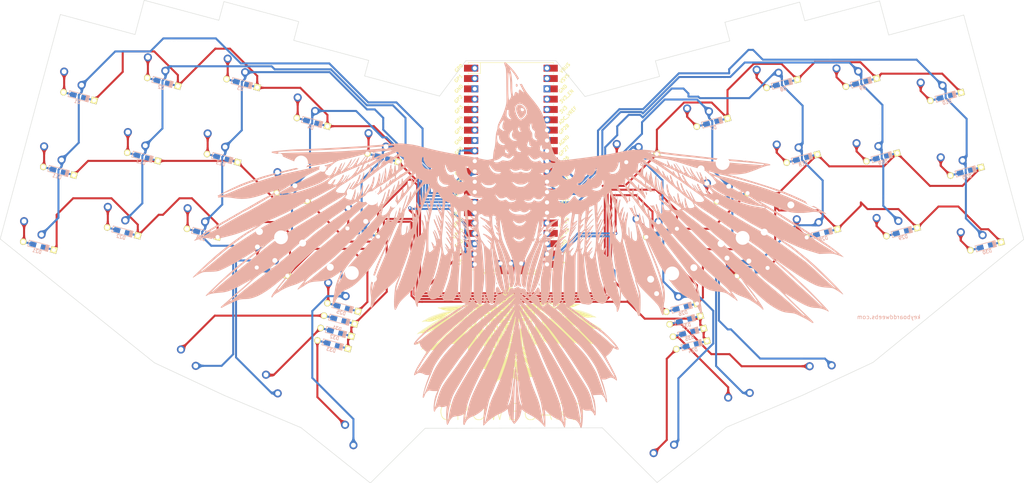
<source format=kicad_pcb>
(kicad_pcb (version 20211014) (generator pcbnew)
  (layers (0 "F.Cu" signal) (31 "B.Cu" signal) (34 "B.Paste" user) (35 "F.Paste" user) (36 "B.SilkS" user "B.Silkscreen") (37 "F.SilkS" user "F.Silkscreen") (38 "B.Mask" user) (39 "F.Mask" user) (44 "Edge.Cuts" user))
  (net 0 "")
  (net 1 "Net-(D1-Pad2)")
  (net 2 "Net-(D2-Pad2)")
  (net 3 "Net-(D3-Pad2)")
  (net 4 "Net-(D4-Pad2)")
  (net 5 "Net-(D5-Pad2)")
  (net 6 "Net-(D6-Pad2)")
  (net 7 "Net-(D7-Pad2)")
  (net 8 "Net-(D8-Pad2)")
  (net 9 "Net-(D9-Pad2)")
  (net 10 "Net-(D10-Pad2)")
  (net 11 "Net-(D11-Pad2)")
  (net 12 "Net-(D12-Pad2)")
  (net 13 "Net-(D13-Pad2)")
  (net 14 "Net-(D14-Pad2)")
  (net 15 "Net-(D15-Pad2)")
  (net 16 "Net-(D16-Pad2)")
  (net 17 "Net-(D17-Pad2)")
  (net 18 "Net-(D18-Pad2)")
  (net 19 "Net-(D19-Pad2)")
  (net 20 "Net-(D20-Pad2)")
  (net 21 "Net-(D21-Pad2)")
  (net 22 "Net-(D22-Pad2)")
  (net 23 "Net-(D23-Pad2)")
  (net 24 "Net-(D24-Pad2)")
  (net 25 "Net-(D25-Pad2)")
  (net 26 "Net-(D26-Pad2)")
  (net 27 "Net-(D27-Pad2)")
  (net 28 "Net-(D28-Pad2)")
  (net 29 "Net-(D29-Pad2)")
  (net 30 "Net-(D30-Pad2)")
  (net 31 "Net-(D31-Pad2)")
  (net 32 "Net-(D32-Pad2)")
  (net 33 "Net-(D33-Pad2)")
  (net 34 "Net-(D34-Pad2)")
  (net 35 "Net-(D35-Pad2)")
  (net 36 "Net-(D36-Pad2)")
  (net 66 "ROW0")
  (net 67 "ROW1")
  (net 68 "ROW2")
  (net 69 "ROW3")
  (net 70 "COL0")
  (net 71 "COL1")
  (net 72 "COL2")
  (net 73 "COL3")
  (net 74 "COL4")
  (net 75 "COL5")
  (net 76 "COL6")
  (net 77 "COL7")
  (net 78 "COL8")
  (net 79 "COL9")
  (footprint "Keebio-Parts:Kailh-PG1350-1u-NoLED" (layer "F.Cu") (at 92.544629 88.346139 -15)
    (fp_text reference "MX24")
    (fp_text value "MX-NoLED" hide)
  )
  (footprint "Keebio-Parts:Diode-Hybrid-Back" (layer "F.Cu") (at 37.807177 72.035781 -15)
    (fp_text reference "D11")
    (fp_text value "D_Small" hide)
  )
  (footprint "Keebio-Parts:Diode-Hybrid-Back" (layer "F.Cu") (at 198.625196 60.088103 15)
    (fp_text reference "D7")
    (fp_text value "D_Small" hide)
  )
  (footprint "Keebio-Parts:Kailh-PG1350-1u-NoLED" (layer "F.Cu") (at 65.603861 41.683359 -15)
    (fp_text reference "MX2")
    (fp_text value "MX-NoLED" hide)
  )
  (footprint "Keebio-Parts:Diode-Hybrid-Back" (layer "F.Cu") (at 261.018173 72.131221 15)
    (fp_text reference "D20")
    (fp_text value "D_Small" hide)
  )
  (footprint "Keebio-Parts:Kailh-PG1350-1u-NoLED" (layer "F.Cu") (at 223.285982 78.954529 15)
    (fp_text reference "MX28")
    (fp_text value "MX-NoLED" hide)
  )
  (footprint "Keebio-Parts:Diode-Hybrid-Back" (layer "F.Cu") (at 100.200154 59.992663 -15)
    (fp_text reference "D4")
    (fp_text value "D_Small" hide)
  )
  (footprint "Keebio-Parts:Diode-Hybrid-Back" (layer "F.Cu") (at 112.64335 87.157571 -15)
    (fp_text reference "D15")
    (fp_text value "D_Small" hide)
  )
  (footprint "Keebio-Parts:Diode-Hybrid-Back" (layer "F.Cu") (at 107.712848 105.558458 -15)
    (fp_text reference "D25")
    (fp_text value "D_Small" hide)
  )
  (footprint "Keebio-Parts:Kailh-PG1350-1u-NoLED" (layer "F.Cu") (at 40.06699 63.602042 -15)
    (fp_text reference "MX11")
    (fp_text value "MX-NoLED" hide)
  )
  (footprint "Keebio-Parts:Diode-Hybrid-Back" (layer "F.Cu") (at 203.555698 78.48899 15)
    (fp_text reference "D17")
    (fp_text value "D_Small" hide)
  )
  (footprint "Keebio-Parts:Diode-Hybrid-Back" (layer "F.Cu") (at 240.357472 68.627984 15)
    (fp_text reference "D19")
    (fp_text value "D_Small" hide)
  )
  (footprint "Keebio-Parts:Kailh-PG1350-1u-NoLED" (layer "F.Cu") (at 85.237373 42.01364 -15)
    (fp_text reference "MX3")
    (fp_text value "MX-NoLED" hide)
  )
  (footprint "Keebio-Parts:Diode-Hybrid-Back" (layer "F.Cu") (at 95.269651 78.39355 -15)
    (fp_text reference "D14")
    (fp_text value "D_Small" hide)
  )
  (footprint "Keebio-Parts:Diode-Hybrid-Back" (layer "F.Cu") (at 73.170887 87.263712 -15)
    (fp_text reference "D23")
    (fp_text value "D_Small" hide)
  )
  (footprint "Keebio-Parts:Kailh-PG1350-1u-NoLED" (layer "F.Cu") (at 201.187218 70.084367 15)
    (fp_text reference "MX17")
    (fp_text value "MX-NoLED" hide)
  )
  (footprint "Keebio-Parts:Kailh-PG1350-1u-NoLED" (layer "F.Cu") (at 204.476745 121.794971 35)
    (fp_text reference "MX35")
    (fp_text value "MX-NoLED" hide)
  )
  (footprint "Keebio-Parts:Diode-Hybrid-Back" (layer "F.Cu") (at 220.72396 68.958265 15)
    (fp_text reference "D18")
    (fp_text value "D_Small" hide)
  )
  (footprint "Keebio-Parts:Diode-Hybrid-Back" (layer "F.Cu") (at 58.467877 68.532544 -15)
    (fp_text reference "D12")
    (fp_text value "D_Small" hide)
  )
  (footprint "Keebio-Parts:Kailh-PG1350-1u-NoLED" (layer "F.Cu") (at 35.136488 82.002929 -15)
    (fp_text reference "MX21")
    (fp_text value "MX-NoLED" hide)
  )
  (footprint "Keebio-Parts:Diode-Hybrid-Back" (layer "F.Cu") (at 53.537375 86.933431 -15)
    (fp_text reference "D22")
    (fp_text value "D_Small" hide)
  )
  (footprint "Keebio-Parts:Diode-Hybrid-Back" (layer "F.Cu") (at 90.339149 96.794437 -15)
    (fp_text reference "D24")
    (fp_text value "D_Small" hide)
  )
  (footprint "Keebio-Parts:Diode-Hybrid-Back" (layer "F.Cu") (at 82.917189 50.431204 -15)
    (fp_text reference "D3")
    (fp_text value "D_Small" hide)
  )
  (footprint "Keebio-Parts:Diode-Hybrid-Back" (layer "F.Cu") (at 32.876674 90.436668 -15)
    (fp_text reference "D21")
    (fp_text value "D_Small" hide)
  )
  (footprint "Keebio-Parts:Kailh-PG1350-1u-NoLED" (layer "F.Cu") (at 233.058489 41.822474 15)
    (fp_text reference "MX9")
    (fp_text value "MX-NoLED" hide)
  )
  (footprint "Keebio-Parts:Kailh-PG1350-1u-NoLED" (layer "F.Cu") (at 55.742855 78.485133 -15)
    (fp_text reference "MX22")
    (fp_text value "MX-NoLED" hide)
  )
  (footprint "Keebio-Parts:Kailh-PG1350-1u-NoLED" (layer "F.Cu") (at 44.997493 45.201155 -15)
    (fp_text reference "MX1")
    (fp_text value "MX-NoLED" hide)
  )
  (footprint "Keebio-Parts:Kailh-PG1350-1u-NoLED" (layer "F.Cu") (at 188.798355 97.234716 15)
    (fp_text reference "MX26")
    (fp_text value "MX-NoLED" hide)
  )
  (footprint "Keebio-Parts:Kailh-PG1350-1u-NoLED" (layer "F.Cu") (at 114.528634 135.324258 -45)
    (fp_text reference "MX33")
    (fp_text value "MX-NoLED" hide)
  )
  (footprint "Keebio-Parts:Kailh-PG1350-1u-NoLED" (layer "F.Cu") (at 119.888 60.337503 -15)
    (fp_text reference "MX5")
    (fp_text value "MX-NoLED" hide)
  )
  (footprint "Keebio-Parts:Diode-Hybrid-Back" (layer "F.Cu") (at 181.251497 68.852123 15)
    (fp_text reference "D6")
    (fp_text value "D_Small" hide)
  )
  (footprint "Keebio-Parts:Diode-Hybrid-Back" (layer "F.Cu") (at 42.804087 53.652688 -15)
    (fp_text reference "D1")
    (fp_text value "D_Small" hide)
  )
  (footprint "Keebio-Parts:Kailh-PG1350-1u-NoLED" (layer "F.Cu") (at 263.634529 82.112927 15)
    (fp_text reference "MX30")
    (fp_text value "MX-NoLED" hide)
  )
  (footprint "Keebio-Parts:Kailh-PG1350-1u-NoLED" (layer "F.Cu") (at 253.773523 45.311153 15)
    (fp_text reference "MX10")
    (fp_text value "MX-NoLED" hide)
  )
  (footprint "Keebio-Parts:Kailh-PG1350-1u-NoLED" (layer "F.Cu") (at 178.991683 60.418384 15)
    (fp_text reference "MX6")
    (fp_text value "MX-NoLED" hide)
  )
  (footprint "Keebio-Parts:Kailh-PG1350-1u-NoLED" (layer "F.Cu") (at 97.475132 69.945252 -15)
    (fp_text reference "MX14")
    (fp_text value "MX-NoLED" hide)
  )
  (footprint "Keebio-Parts:Diode-Hybrid-Back" (layer "F.Cu") (at 191.934253 108.720712 15)
    (fp_text reference "D36")
    (fp_text value "D_Small" hide)
  )
  (footprint "Keebio-Parts:Kailh-PG1350-1u-NoLED" (layer "F.Cu") (at 183.867852 78.833829 15)
    (fp_text reference "MX16")
    (fp_text value "MX-NoLED" hide)
  )
  (footprint "Keebio-Parts:Kailh-PG1350-1u-NoLED" (layer "F.Cu") (at 75.376368 78.815414 -15)
    (fp_text reference "MX23")
    (fp_text value "MX-NoLED" hide)
  )
  (footprint "Keebio-Parts:Kailh-PG1350-1u-NoLED" (layer "F.Cu") (at 80.306871 60.414527 -15)
    (fp_text reference "MX13")
    (fp_text value "MX-NoLED" hide)
  )
  (footprint "Keebio-Parts:Kailh-PG1350-1u-NoLED" (layer "F.Cu") (at 237.988992 60.223361 15)
    (fp_text reference "MX19")
    (fp_text value "MX-NoLED" hide)
  )
  (footprint "Keebio-Parts:Kailh-PG1350-1u-NoLED" (layer "F.Cu") (at 95.115308 121.904969 -35)
    (fp_text reference "MX32")
    (fp_text value "MX-NoLED" hide)
  )
  (footprint "MCU_RaspberryPi_and_Boards:RPi_Pico_SMD_TH" (layer "F.Cu") (at 149.098 70.866)
    (fp_text reference "U1")
    (fp_text value "Pico")
  )
  (footprint "Keebio-Parts:Diode-Hybrid-Back" (layer "F.Cu") (at 193.577754 114.854341 15)
    (fp_text reference "D34")
    (fp_text value "D_Small" hide)
  )
  (footprint "Keebio-Parts:Diode-Hybrid-Back" (layer "F.Cu") (at 191.112502 105.653897 15)
    (fp_text reference "D26")
    (fp_text value "D_Small" hide)
  )
  (footprint "Keebio-Parts:Kailh-PG1350-1u-NoLED" (layer "F.Cu") (at 185.06342 135.21426 45)
    (fp_text reference "MX34")
    (fp_text value "MX-NoLED" hide)
  )
  (footprint "Keebio-Parts:Kailh-PG1350-1u-NoLED" (layer "F.Cu") (at 114.903164 78.723831 -15)
    (fp_text reference "MX15")
    (fp_text value "MX-NoLED" hide)
  )
  (footprint "Keebio-Parts:Kailh-PG1350-1u-NoLED" (layer "F.Cu") (at 196.311048 51.668921 15)
    (fp_text reference "MX7")
    (fp_text value "MX-NoLED" hide)
  )
  (footprint "Keebio-Parts:Kailh-PG1350-1u-NoLED" (layer "F.Cu") (at 109.972661 97.124718 -15)
    (fp_text reference "MX25")
    (fp_text value "MX-NoLED" hide)
  )
  (footprint "Keebio-Parts:Diode-Hybrid-Back" (layer "F.Cu") (at 208.486201 96.889877 15)
    (fp_text reference "D27")
    (fp_text value "D_Small" hide)
  )
  (footprint "Keebio-Parts:Diode-Hybrid-Back" (layer "F.Cu") (at 245.287975 87.028871 15)
    (fp_text reference "D29")
    (fp_text value "D_Small" hide)
  )
  (footprint "Keebio-Parts:Diode-Hybrid-Back" (layer "F.Cu") (at 63.39838 50.131657 -15)
    (fp_text reference "D2")
    (fp_text value "D_Small" hide)
  )
  (footprint "Keebio-Parts:Diode-Hybrid-Back" (layer "F.Cu") (at 105.255814 114.728233 -15)
    (fp_text reference "D33")
    (fp_text value "D_Small" hide)
  )
  (footprint "Keebio-Parts:Kailh-PG1350-1u-NoLED" (layer "F.Cu") (at 258.704026 63.71204 15)
    (fp_text reference "MX20")
    (fp_text value "MX-NoLED" hide)
  )
  (footprint "crow:crow50" (layer "F.Cu") (at 147.175 111.1)
    (fp_text reference "G***")
    (fp_text value "LOGO" hide)
  )
  (footprint "Keebio-Parts:Kailh-PG1350-1u-NoLED" (layer "F.Cu") (at 102.459968 51.558923 -15)
    (fp_text reference "MX4")
    (fp_text value "MX-NoLED" hide)
  )
  (footprint "Keebio-Parts:Diode-Hybrid-Back" (layer "F.Cu") (at 235.312266 50.257832 15)
    (fp_text reference "D9")
    (fp_text value "D_Small" hide)
  )
  (footprint "Keebio-Parts:Kailh-PG1350-1u-NoLED" (layer "F.Cu") (at 206.117721 88.485254 15)
    (fp_text reference "MX27")
    (fp_text value "MX-NoLED" hide)
  )
  (footprint "Keebio-Parts:Kailh-PG1350-1u-NoLED" (layer "F.Cu") (at 225.533571 114.50931 25)
    (fp_text reference "MX36")
    (fp_text value "MX-NoLED" hide)
  )
  (footprint "Keebio-Parts:Diode-Hybrid-Back" (layer "F.Cu") (at 186.182 87.25301 15)
    (fp_text reference "D16")
    (fp_text value "D_Small" hide)
  )
  (footprint "Keebio-Parts:Diode-Hybrid-Back" (layer "F.Cu") (at 225.654463 87.359152 15)
    (fp_text reference "D28")
    (fp_text value "D_Small" hide)
  )
  (footprint "Keebio-Parts:Diode-Hybrid-Back" (layer "F.Cu") (at 265.948676 90.532108 15)
    (fp_text reference "D30")
    (fp_text value "D_Small" hide)
  )
  (footprint "Keebio-Parts:Diode-Hybrid-Back" (layer "F.Cu") (at 256.08767 53.730334 15)
    (fp_text reference "D10")
    (fp_text value "D_Small" hide)
  )
  (footprint "Keebio-Parts:Kailh-PG1350-1u-NoLED" (layer "F.Cu") (at 213.424976 42.152755 15)
    (fp_text reference "MX8")
    (fp_text value "MX-NoLED" hide)
  )
  (footprint "Keebio-Parts:Diode-Hybrid-Back" (layer "F.Cu") (at 215.793457 50.557378 15)
    (fp_text reference "D8")
    (fp_text value "D_Small" hide)
  )
  (footprint "Keebio-Parts:Kailh-PG1350-1u-NoLED" (layer "F.Cu") (at 242.919495 78.624248 15)
    (fp_text reference "MX29")
    (fp_text value "MX-NoLED" hide)
  )
  (footprint "Keebio-Parts:Diode-Hybrid-Back" (layer "F.Cu") (at 106.077564 111.661419 -15)
    (fp_text reference "D32")
    (fp_text value "D_Small" hide)
  )
  (footprint "Keebio-Parts:Diode-Hybrid-Back" (layer "F.Cu") (at 78.10139 68.862825 -15)
    (fp_text reference "D13")
    (fp_text value "D_Small" hide)
  )
  (footprint "Keebio-Parts:Diode-Hybrid-Back" (layer "F.Cu") (at 192.756003 111.787526 15)
    (fp_text reference "D35")
    (fp_text value "D_Small" hide)
  )
  (footprint "Keebio-Parts:Diode-Hybrid-Back" (layer "F.Cu") (at 106.891097 108.625272 -15)
    (fp_text reference "D31")
    (fp_text value "D_Small" hide)
  )
  (footprint "Keebio-Parts:Diode-Hybrid-Back" (layer "F.Cu") (at 117.573853 68.756684 -15)
    (fp_text reference "D5")
    (fp_text value "D_Small" hide)
  )
  (footprint "Keebio-Parts:Kailh-PG1350-1u-NoLED" (layer "F.Cu") (at 60.673358 60.084246 -15)
    (fp_text reference "MX12")
    (fp_text value "MX-NoLED" hide)
  )
  (footprint "Keebio-Parts:Kailh-PG1350-1u-NoLED" (layer "F.Cu") (at 218.355479 60.553642 15)
    (fp_text reference "MX18")
    (fp_text value "MX-NoLED" hide)
  )
  (footprint "Keebio-Parts:Kailh-PG1350-1u-NoLED" (layer "F.Cu") (at 74.058482 114.619308 -25)
    (fp_text reference "MX31")
    (fp_text value "MX-NoLED" hide)
  )
  (footprint "crow:crow175" (layer "B.Cu") (at 156.464 89.408 180)
    (fp_text reference "G***")
    (fp_text value "LOGO" hide)
  )
  (gr_line (start 58.875 30.025) (end 77.25 34.95) (layer "Edge.Cuts") (width 0.1))
  (gr_line (start 171.6 135.225) (end 128 135.325) (layer "Edge.Cuts") (width 0.1))
  (gr_line (start 97.45 135.175) (end 78.65 127.275) (layer "Edge.Cuts") (width 0.1))
  (gr_line (start 77.25 34.95) (end 78.5 30.35) (layer "Edge.Cuts") (width 0.1))
  (gr_line (start 201.75 35.425) (end 202.975 40.025) (layer "Edge.Cuts") (width 0.1))
  (gr_line (start 38.25 33.525) (end 56.625 38.45) (layer "Edge.Cuts") (width 0.1))
  (gr_line (start 202.125 135.075) (end 185.075 148.675) (layer "Edge.Cuts") (width 0.1))
  (gr_line (start 239.8 30.175) (end 221.4 35.075) (layer "Edge.Cuts") (width 0.1))
  (gr_line (start 220.15 30.475) (end 201.75 35.425) (layer "Edge.Cuts") (width 0.1))
  (gr_line (start 138.05 44.875) (end 131.55 53.6) (layer "Edge.Cuts") (width 0.1))
  (gr_line (start 114.125 44.825) (end 113.1 48.65) (layer "Edge.Cuts") (width 0.1))
  (gr_line (start 113.1 48.65) (end 131.55 53.6) (layer "Edge.Cuts") (width 0.1))
  (gr_line (start 242.05 38.575) (end 239.8 30.175) (layer "Edge.Cuts") (width 0.1))
  (gr_line (start 23.45 88.75) (end 38.25 33.525) (layer "Edge.Cuts") (width 0.1))
  (gr_line (start 185.675 48.775) (end 167.325 53.7) (layer "Edge.Cuts") (width 0.1))
  (gr_line (start 128 135.325) (end 114.525 148.8) (layer "Edge.Cuts") (width 0.1))
  (gr_line (start 260.525 33.65) (end 275.3 88.85) (layer "Edge.Cuts") (width 0.1))
  (gr_line (start 238.2 119.125) (end 220.925 127.175) (layer "Edge.Cuts") (width 0.1))
  (gr_line (start 78.65 127.275) (end 61.4 119.225) (layer "Edge.Cuts") (width 0.1))
  (gr_line (start 56.625 38.45) (end 58.875 30.025) (layer "Edge.Cuts") (width 0.1))
  (gr_line (start 184.65 44.925) (end 185.675 48.775) (layer "Edge.Cuts") (width 0.1))
  (gr_line (start 95.675 39.9) (end 114.125 44.825) (layer "Edge.Cuts") (width 0.1))
  (gr_line (start 114.525 148.8) (end 97.45 135.175) (layer "Edge.Cuts") (width 0.1))
  (gr_line (start 275.3 88.85) (end 238.2 119.125) (layer "Edge.Cuts") (width 0.1))
  (gr_line (start 78.5 30.35) (end 96.9 35.275) (layer "Edge.Cuts") (width 0.1))
  (gr_line (start 220.925 127.175) (end 202.125 135.075) (layer "Edge.Cuts") (width 0.1))
  (gr_line (start 96.9 35.275) (end 95.675 39.9) (layer "Edge.Cuts") (width 0.1))
  (gr_line (start 61.4 119.225) (end 23.45 88.75) (layer "Edge.Cuts") (width 0.1))
  (gr_line (start 185.075 148.675) (end 171.6 135.225) (layer "Edge.Cuts") (width 0.1))
  (gr_line (start 202.975 40.025) (end 184.65 44.925) (layer "Edge.Cuts") (width 0.1))
  (gr_line (start 260.525 33.65) (end 242.05 38.575) (layer "Edge.Cuts") (width 0.1))
  (gr_line (start 221.4 35.075) (end 220.15 30.475) (layer "Edge.Cuts") (width 0.1))
  (gr_line (start 160.175 44.875) (end 138.05 44.875) (layer "Edge.Cuts") (width 0.1))
  (gr_line (start 167.325 53.7) (end 160.175 44.875) (layer "Edge.Cuts") (width 0.1))
  (gr_text "keyboarddweebs.com" (at 242.062 107.95) (layer "B.SilkS") (effects (font (size 1 1)) (justify mirror)))
  (gr_text "CROWBOARD" (at 149.3 131.375) (layer "F.SilkS") (effects (font (size 4 4))))
  (segment (start 39.184351 47.577578) (end 39.184351 52.495919) (width 0.5) (layer "F.Cu") (net 1))
  (segment (start 39.184351 52.495919) (end 39.036976 52.643294) (width 0.5) (layer "F.Cu") (net 1))
  (segment (start 59.790719 44.059782) (end 59.790719 48.962813) (width 0.5) (layer "F.Cu") (net 2))
  (segment (start 59.790719 48.962813) (end 59.631269 49.122263) (width 0.5) (layer "F.Cu") (net 2))
  (segment (start 79.424231 49.147657) (end 79.150078 49.42181) (width 0.5) (layer "F.Cu") (net 3))
  (segment (start 79.424231 44.390063) (end 79.424231 49.147657) (width 0.5) (layer "F.Cu") (net 3))
  (segment (start 96.646826 53.935346) (end 96.646826 58.769486) (width 0.5) (layer "F.Cu") (net 4))
  (segment (start 96.646826 58.769486) (end 96.433043 58.983269) (width 0.5) (layer "F.Cu") (net 4))
  (segment (start 114.074858 67.479174) (end 113.806742 67.74729) (width 0.5) (layer "F.Cu") (net 5))
  (segment (start 114.074858 62.713926) (end 114.074858 67.479174) (width 0.5) (layer "F.Cu") (net 5))
  (segment (start 175.145566 65.382997) (end 175.145566 67.522697) (width 0.5) (layer "F.Cu") (net 6))
  (segment (start 175.145566 67.522697) (end 177.484386 69.861517) (width 0.5) (layer "F.Cu") (net 6))
  (segment (start 192.464931 56.633534) (end 192.464931 58.704343) (width 0.5) (layer "F.Cu") (net 7))
  (segment (start 192.464931 58.704343) (end 194.858085 61.097497) (width 0.5) (layer "F.Cu") (net 7))
  (segment (start 209.578859 49.119285) (end 212.026346 51.566772) (width 0.5) (layer "F.Cu") (net 8))
  (segment (start 209.578859 47.117368) (end 209.578859 49.119285) (width 0.5) (layer "F.Cu") (net 8))
  (segment (start 229.212372 48.934443) (end 231.545155 51.267226) (width 0.5) (layer "F.Cu") (net 9))
  (segment (start 229.212372 46.787087) (end 229.212372 48.934443) (width 0.5) (layer "F.Cu") (net 9))
  (segment (start 249.927406 52.346575) (end 252.320559 54.739728) (width 0.5) (layer "F.Cu") (net 10))
  (segment (start 249.927406 50.275766) (end 249.927406 52.346575) (width 0.5) (layer "F.Cu") (net 10))
  (segment (start 34.253848 65.978465) (end 34.253848 70.812605) (width 0.5) (layer "F.Cu") (net 11))
  (segment (start 34.253848 70.812605) (end 34.040066 71.026387) (width 0.5) (layer "F.Cu") (net 11))
  (segment (start 54.860216 67.3637) (end 54.700766 67.52315) (width 0.5) (layer "F.Cu") (net 12))
  (segment (start 54.860216 62.460669) (end 54.860216 67.3637) (width 0.5) (layer "F.Cu") (net 12))
  (segment (start 74.493729 67.693981) (end 74.334279 67.853431) (width 0.5) (layer "F.Cu") (net 13))
  (segment (start 74.493729 62.79095) (end 74.493729 67.693981) (width 0.5) (layer "F.Cu") (net 13))
  (segment (start 91.66199 77.224706) (end 91.50254 77.384156) (width 0.5) (layer "F.Cu") (net 14))
  (segment (start 91.66199 72.321675) (end 91.66199 77.224706) (width 0.5) (layer "F.Cu") (net 14))
  (segment (start 109.090022 81.100254) (end 109.090022 85.934394) (width 0.5) (layer "F.Cu") (net 15))
  (segment (start 109.090022 85.934394) (end 108.876239 86.148177) (width 0.5) (layer "F.Cu") (net 15))
  (segment (start 180.021735 83.798442) (end 182.414889 86.191596) (width 0.5) (layer "F.Cu") (net 16))
  (segment (start 182.414889 86.191596) (end 182.414889 88.262404) (width 0.5) (layer "F.Cu") (net 16))
  (segment (start 197.341101 75.04898) (end 197.341101 77.050898) (width 0.5) (layer "F.Cu") (net 17))
  (segment (start 197.341101 77.050898) (end 199.788587 79.498384) (width 0.5) (layer "F.Cu") (net 17))
  (segment (start 214.509362 67.520172) (end 216.956849 69.967659) (width 0.5) (layer "F.Cu") (net 18))
  (segment (start 214.509362 65.518255) (end 214.509362 67.520172) (width 0.5) (layer "F.Cu") (net 18))
  (segment (start 234.142875 65.187974) (end 234.142875 67.189892) (width 0.5) (layer "F.Cu") (net 19))
  (segment (start 234.142875 67.189892) (end 236.590361 69.637378) (width 0.5) (layer "F.Cu") (net 19))
  (segment (start 254.857909 70.747462) (end 257.251062 73.140615) (width 0.5) (layer "F.Cu") (net 20))
  (segment (start 254.857909 68.676653) (end 254.857909 70.747462) (width 0.5) (layer "F.Cu") (net 20))
  (segment (start 29.323346 84.379352) (end 29.323346 89.213491) (width 0.5) (layer "F.Cu") (net 21))
  (segment (start 29.323346 89.213491) (end 29.109563 89.427274) (width 0.5) (layer "F.Cu") (net 21))
  (segment (start 49.929713 85.764588) (end 49.770264 85.924037) (width 0.5) (layer "F.Cu") (net 22))
  (segment (start 49.929713 80.861556) (end 49.929713 85.764588) (width 0.5) (layer "F.Cu") (net 22))
  (segment (start 69.563226 81.191837) (end 69.563226 86.094868) (width 0.5) (layer "F.Cu") (net 23))
  (segment (start 69.563226 86.094868) (end 69.403776 86.254318) (width 0.5) (layer "F.Cu") (net 23))
  (segment (start 86.731487 95.625594) (end 86.572038 95.785043) (width 0.5) (layer "F.Cu") (net 24))
  (segment (start 86.731487 90.722562) (end 86.731487 95.625594) (width 0.5) (layer "F.Cu") (net 24))
  (segment (start 104.159519 104.335282) (end 103.945737 104.549064) (width 0.5) (layer "F.Cu") (net 25))
  (segment (start 104.159519 99.501141) (end 104.159519 104.335282) (width 0.5) (layer "F.Cu") (net 25))
  (segment (start 184.952238 104.270138) (end 187.345391 106.663291) (width 0.5) (layer "F.Cu") (net 26))
  (segment (start 184.952238 102.199329) (end 184.952238 104.270138) (width 0.5) (layer "F.Cu") (net 26))
  (segment (start 202.271604 95.451785) (end 204.71909 97.899271) (width 0.5) (layer "F.Cu") (net 27))
  (segment (start 202.271604 93.449867) (end 202.271604 95.451785) (width 0.5) (layer "F.Cu") (net 27))
  (segment (start 219.439865 85.921059) (end 221.887352 88.368546) (width 0.5) (layer "F.Cu") (net 28))
  (segment (start 219.439865 83.919142) (end 219.439865 85.921059) (width 0.5) (layer "F.Cu") (net 28))
  (segment (start 239.073378 83.588861) (end 239.073378 85.590779) (width 0.5) (layer "F.Cu") (net 29))
  (segment (start 239.073378 85.590779) (end 241.520864 88.038265) (width 0.5) (layer "F.Cu") (net 29))
  (segment (start 259.788412 89.148349) (end 262.181565 91.541502) (width 0.5) (layer "F.Cu") (net 30))
  (segment (start 259.788412 87.07754) (end 259.788412 89.148349) (width 0.5) (layer "F.Cu") (net 30))
  (segment (start 67.920994 115.950186) (end 76.255302 107.615878) (width 0.5) (layer "F.Cu") (net 31))
  (segment (start 76.255302 107.615878) (end 103.123986 107.615878) (width 0.5) (layer "F.Cu") (net 31))
  (segment (start 90.812613 122.149865) (end 102.310453 110.652025) (width 0.5) (layer "F.Cu") (net 32))
  (segment (start 88.839957 122.149865) (end 90.812613 122.149865) (width 0.5) (layer "F.Cu") (net 32))
  (segment (start 101.488703 127.658339) (end 108.306094 134.47573) (width 0.5) (layer "F.Cu") (net 33))
  (segment (start 101.488703 113.718839) (end 101.488703 127.658339) (width 0.5) (layer "F.Cu") (net 33))
  (segment (start 187.452 138.199692) (end 187.452 118.222378) (width 0.5) (layer "F.Cu") (net 34))
  (segment (start 184.214892 141.4368) (end 187.452 138.199692) (width 0.5) (layer "F.Cu") (net 34))
  (segment (start 187.452 118.222378) (end 189.810643 115.863735) (width 0.5) (layer "F.Cu") (net 34))
  (segment (start 202.560575 127.775631) (end 202.560575 125.237233) (width 0.5) (layer "F.Cu") (net 35))
  (segment (start 202.560575 125.237233) (end 190.120262 112.79692) (width 0.5) (layer "F.Cu") (net 35))
  (segment (start 190.120262 112.79692) (end 188.988892 112.79692) (width 0.5) (layer "F.Cu") (net 35))
  (segment (start 222.607981 120.066371) (end 205.858739 120.066371) (width 0.5) (layer "F.Cu") (net 36))
  (segment (start 191.048826 109.730106) (end 188.167142 109.730106) (width 0.5) (layer "F.Cu") (net 36))
  (segment (start 198.41272 117.094) (end 191.048826 109.730106) (width 0.5) (layer "F.Cu") (net 36))
  (segment (start 202.886368 117.094) (end 198.41272 117.094) (width 0.5) (layer "F.Cu") (net 36))
  (segment (start 205.858739 120.066371) (end 202.886368 117.094) (width 0.5) (layer "F.Cu") (net 36))
  (segment (start 86.6843 51.440598) (end 86.6843 48.636642) (width 0.5) (layer "F.Cu") (net 66))
  (segment (start 219.560568 49.547984) (end 215.680441 45.667857) (width 0.5) (layer "F.Cu") (net 66))
  (segment (start 208.840143 45.667857) (end 202.392307 52.115693) (width 0.5) (layer "F.Cu") (net 66))
  (segment (start 127 102.108) (end 136.652 92.456) (width 0.5) (layer "F.Cu") (net 66))
  (segment (start 53.594 42.672) (end 53.594 47.63928) (width 0.5) (layer "F.Cu") (net 66))
  (segment (start 136.652 92.456) (end 140.208 92.456) (width 0.5) (layer "F.Cu") (net 66))
  (segment (start 126.746 75.171114) (end 126.746 101.854) (width 0.5) (layer "F.Cu") (net 66))
  (segment (start 86.805702 51.562) (end 86.6843 51.440598) (width 0.5) (layer "F.Cu") (net 66))
  (segment (start 259.854781 52.72094) (end 255.21802 48.084179) (width 0.5) (layer "F.Cu") (net 66))
  (segment (start 53.655729 42.610271) (end 53.594 42.672) (width 0.5) (layer "F.Cu") (net 66))
  (segment (start 177.169337 75.692) (end 185.018608 67.842729) (width 0.5) (layer "F.Cu") (net 66))
  (segment (start 86.6843 48.636642) (end 79.987314 41.939656) (width 0.5) (layer "F.Cu") (net 66))
  (segment (start 76.454 41.91) (end 76.396542 41.91) (width 0.5) (layer "F.Cu") (net 66))
  (segment (start 215.680441 45.667857) (end 208.840143 45.667857) (width 0.5) (layer "F.Cu") (net 66))
  (segment (start 126.746 101.854) (end 127 102.108) (width 0.5) (layer "F.Cu") (net 66))
  (segment (start 240.243636 48.084179) (end 239.079377 49.248438) (width 0.5) (layer "F.Cu") (net 66))
  (segment (start 202.392307 52.115693) (end 202.392307 59.078709) (width 0.5) (layer "F.Cu") (net 66))
  (segment (start 172.212 102.108) (end 172.212 76.2) (width 0.5) (layer "F.Cu") (net 66))
  (segment (start 79.987314 41.939656) (end 76.483656 41.939656) (width 0.5) (layer "F.Cu") (net 66))
  (segment (start 76.396542 41.91) (end 67.165491 51.141051) (width 0.5) (layer "F.Cu") (net 66))
  (segment (start 235.094086 45.263147) (end 223.845405 45.263147) (width 0.5) (layer "F.Cu") (net 66))
  (segment (start 103.967265 58.242295) (end 97.28697 51.562) (width 0.5) (layer "F.Cu") (net 66))
  (segment (start 239.079377 49.248438) (end 235.094086 45.263147) (width 0.5) (layer "F.Cu") (net 66))
  (segment (start 103.967265 61.002057) (end 103.967265 58.242295) (width 0.5) (layer "F.Cu") (net 66))
  (segment (start 121.340964 66.966542) (end 115.376479 61.002057) (width 0.5) (layer "F.Cu") (net 66))
  (segment (start 121.340964 69.766078) (end 121.340964 66.966542) (width 0.5) (layer "F.Cu") (net 66))
  (segment (start 53.594 47.63928) (end 46.571198 54.662082) (width 0.5) (layer "F.Cu") (net 66))
  (segment (start 202.392307 59.078709) (end 198.497621 55.184023) (width 0.5) (layer "F.Cu") (net 66))
  (segment (start 172.212 76.2) (end 171.704 75.692) (width 0.5) (layer "F.Cu") (net 66))
  (segment (start 191.703977 55.184023) (end 185.018608 61.869392) (width 0.5) (layer "F.Cu") (net 66))
  (segment (start 67.165491 51.141051) (end 67.165491 48.421064) (width 0.5) (layer "F.Cu") (net 66))
  (segment (start 255.21802 48.084179) (end 240.243636 48.084179) (width 0.5) (layer "F.Cu") (net 66))
  (segment (start 127 102.108) (end 172.212 102.108) (width 0.5) (layer "F.Cu") (net 66))
  (segment (start 67.165491 48.421064) (end 61.354698 42.610271) (width 0.5) (layer "F.Cu") (net 66))
  (segment (start 223.845405 45.263147) (end 219.560568 49.547984) (width 0.5) (layer "F.Cu") (net 66))
  (segment (start 121.340964 69.766078) (end 126.746 75.171114) (width 0.5) (layer "F.Cu") (net 66))
  (segment (start 97.28697 51.562) (end 86.805702 51.562) (width 0.5) (layer "F.Cu") (net 66))
  (segment (start 76.483656 41.939656) (end 76.454 41.91) (width 0.5) (layer "F.Cu") (net 66))
  (segment (start 171.704 75.692) (end 177.169337 75.692) (width 0.5) (layer "F.Cu") (net 66))
  (segment (start 61.354698 42.610271) (end 53.655729 42.610271) (width 0.5) (layer "F.Cu") (net 66))
  (segment (start 198.497621 55.184023) (end 191.703977 55.184023) (width 0.5) (layer "F.Cu") (net 66))
  (segment (start 115.376479 61.002057) (end 103.967265 61.002057) (width 0.5) (layer "F.Cu") (net 66))
  (segment (start 185.018608 61.869392) (end 185.018608 67.842729) (width 0.5) (layer "F.Cu") (net 66))
  (segment (start 115.169426 89.408) (end 116.410461 88.166965) (width 0.5) (layer "F.Cu") (net 67))
  (segment (start 126.04648 83.54648) (end 126.046481 102.143751) (width 0.5) (layer "F.Cu") (net 67))
  (segment (start 198.558789 86.243616) (end 207.322809 77.479596) (width 0.5) (layer "F.Cu") (net 67))
  (segment (start 224.491071 67.948871) (end 227.429089 70.886889) (width 0.5) (layer "F.Cu") (net 67))
  (segment (start 123.444 75.01058) (end 123.444 74.168) (width 0.5) (layer "F.Cu") (net 67))
  (segment (start 45.077525 69.541938) (end 62.234988 69.541938) (width 0.5) (layer "F.Cu") (net 67))
  (segment (start 172.91152 76.708) (end 172.985212 76.634308) (width 0.5) (layer "F.Cu") (net 67))
  (segment (start 109.041818 89.408) (end 115.169426 89.408) (width 0.5) (layer "F.Cu") (net 67))
  (segment (start 81.868501 69.872219) (end 91.399226 79.402944) (width 0.5) (layer "F.Cu") (net 67))
  (segment (start 214.960346 77.479596) (end 224.491071 67.948871) (width 0.5) (layer "F.Cu") (net 67))
  (segment (start 81.53822 69.541938) (end 81.868501 69.872219) (width 0.5) (layer "F.Cu") (net 67))
  (segment (start 252.197993 75.692) (end 260.215111 75.692) (width 0.5) (layer "F.Cu") (net 67))
  (segment (start 116.410461 88.166965) (end 116.410461 82.044119) (width 0.5) (layer "F.Cu") (net 67))
  (segment (start 260.215111 75.692) (end 264.785284 71.121827) (width 0.5) (layer "F.Cu") (net 67))
  (segment (start 99.036762 79.402944) (end 109.041818 89.408) (width 0.5) (layer "F.Cu") (net 67))
  (segment (start 126.04648 83.54648) (end 124.225 81.725) (width 0.5) (layer "F.Cu") (net 67))
  (segment (start 124.753616 74.168) (end 126.04648 75.460864) (width 0.5) (layer "F.Cu") (net 67))
  (segment (start 62.234988 69.541938) (end 81.53822 69.541938) (width 0.5) (layer "F.Cu") (net 67))
  (segment (start 184.778925 76.634308) (end 189.949111 81.804494) (width 0.5) (layer "F.Cu") (net 67))
  (segment (start 207.322809 77.479596) (end 214.960346 77.479596) (width 0.5) (layer "F.Cu") (net 67))
  (segment (start 126.046481 102.143751) (end 126.71025 102.80752) (width 0.5) (layer "F.Cu") (net 67))
  (segment (start 123.444 74.168) (end 124.753616 74.168) (width 0.5) (layer "F.Cu") (net 67))
  (segment (start 124.225 81.725) (end 124.225 81.125) (width 0.5) (layer "F.Cu") (net 67))
  (segment (start 126.04648 75.460864) (end 126.04648 83.54648) (width 0.5) (layer "F.Cu") (net 67))
  (segment (start 41.574288 73.045175) (end 45.077525 69.541938) (width 0.5) (layer "F.Cu") (net 67))
  (segment (start 244.124583 67.61859) (end 252.197993 75.692) (width 0.5) (layer "F.Cu") (net 67))
  (segment (start 91.399226 79.402944) (end 99.036762 79.402944) (width 0.5) (layer "F.Cu") (net 67))
  (segment (start 126.71025 102.80752) (end 172.50175 102.80752) (width 0.5) (layer "F.Cu") (net 67))
  (segment (start 189.949111 81.804494) (end 189.949111 86.243616) (width 0.5) (layer "F.Cu") (net 67))
  (segment (start 172.985212 76.634308) (end 184.778925 76.634308) (width 0.5) (layer "F.Cu") (net 67))
  (segment (start 172.91152 102.39775) (end 172.91152 76.708) (width 0.5) (layer "F.Cu") (net 67))
  (segment (start 189.949111 86.243616) (end 198.558789 86.243616) (width 0.5) (layer "F.Cu") (net 67))
  (segment (start 227.429089 70.886889) (end 240.856284 70.886889) (width 0.5) (layer "F.Cu") (net 67))
  (segment (start 240.856284 70.886889) (end 244.124583 67.61859) (width 0.5) (layer "F.Cu") (net 67))
  (segment (start 116.410461 82.044119) (end 123.444 75.01058) (width 0.5) (layer "F.Cu") (net 67))
  (segment (start 172.50175 102.80752) (end 172.91152 102.39775) (width 0.5) (layer "F.Cu") (net 67))
  (via (at 124.225 81.125) (size 0.8) (drill 0.4) (layers "F.Cu" "B.Cu") (net 67))
  (segment (start 124.225 81.125) (end 124.45 81.35) (width 0.5) (layer "B.Cu") (net 67))
  (segment (start 124.45 81.35) (end 134.05 81.35) (width 0.5) (layer "B.Cu") (net 67))
  (segment (start 137.9 85.2) (end 137.9 95.4) (width 0.5) (layer "B.Cu") (net 67))
  (segment (start 134.05 81.35) (end 137.9 85.2) (width 0.5) (layer "B.Cu") (net 67))
  (segment (start 137.9 95.4) (end 138.304 94.996) (width 0.5) (layer "B.Cu") (net 67))
  (segment (start 138.304 94.996) (end 140.208 94.996) (width 0.5) (layer "B.Cu") (net 67))
  (segment (start 117.856 83.82) (end 124.714 83.82) (width 0.5) (layer "F.Cu") (net 68))
  (segment (start 57.304486 87.942825) (end 62.443311 82.804) (width 0.5) (layer "F.Cu") (net 68))
  (segment (start 194.879613 104.644503) (end 196.342 103.182116) (width 0.5) (layer "F.Cu") (net 68))
  (segment (start 183.945373 89.203373) (end 194.879613 100.137613) (width 0.5) (layer "F.Cu") (net 68))
  (segment (start 125.346962 102.433502) (end 126.420499 103.507039) (width 0.5) (layer "F.Cu") (net 68))
  (segment (start 76.937998 88.273106) (end 80.629104 84.582) (width 0.5) (layer "F.Cu") (net 68))
  (segment (start 229.421574 86.349758) (end 235.204 80.567332) (width 0.5) (layer "F.Cu") (net 68))
  (segment (start 41.402 78.74) (end 50.821647 78.74) (width 0.5) (layer "F.Cu") (net 68))
  (segment (start 179.901429 77.978) (end 183.945373 82.021944) (width 0.5) (layer "F.Cu") (net 68))
  (segment (start 50.821647 78.74) (end 57.304486 85.222839) (width 0.5) (layer "F.Cu") (net 68))
  (segment (start 173.736 78.036) (end 173.736 77.978) (width 0.5) (layer "F.Cu") (net 68))
  (segment (start 113.792 95.25) (end 113.792 104.255811) (width 0.5) (layer "F.Cu") (net 68))
  (segment (start 173.736 77.978) (end 179.901429 77.978) (width 0.5) (layer "F.Cu") (net 68))
  (segment (start 194.879613 100.137613) (end 194.879613 104.644503) (width 0.5) (layer "F.Cu") (net 68))
  (segment (start 36.643785 91.446062) (end 37.336009 90.753838) (width 0.5) (layer "F.Cu") (net 68))
  (segment (start 235.204 80.567332) (end 235.204 79.756) (width 0.5) (layer "F.Cu") (net 68))
  (segment (start 115.572624 91.186) (end 117.856 88.902624) (width 0.5) (layer "F.Cu") (net 68))
  (segment (start 109.728 91.186) (end 113.792 95.25) (width 0.5) (layer "F.Cu") (net 68))
  (segment (start 207.631109 91.25828) (end 212.253312 95.880483) (width 0.5) (layer "F.Cu") (net 68))
  (segment (start 80.629104 84.582) (end 91.891084 84.582) (width 0.5) (layer "F.Cu") (net 68))
  (segment (start 212.253312 95.880483) (end 214.122 94.011795) (width 0.5) (layer "F.Cu") (net 68))
  (segment (start 113.792 104.255811) (end 111.479959 106.567852) (width 0.5) (layer "F.Cu") (net 68))
  (segment (start 94.759457 97.150634) (end 94.10626 97.803831) (width 0.5) (layer "F.Cu") (net 68))
  (segment (start 67.56257 78.74143) (end 70.61343 78.74143) (width 0.5) (layer "F.Cu") (net 68))
  (segment (start 196.66828 91.25828) (end 207.631109 91.25828) (width 0.5) (layer "F.Cu") (net 68))
  (segment (start 224.799371 81.727555) (end 229.421574 86.349758) (width 0.5) (layer "F.Cu") (net 68))
  (segment (start 174.875 79.175) (end 174.875 87.375) (width 0.5) (layer "F.Cu") (net 68))
  (segment (start 264.773386 86.362378) (end 266.555451 86.362378) (width 0.5) (layer "F.Cu") (net 68))
  (segment (start 126.420499 103.507039) (end 172.791501 103.507039) (width 0.5) (layer "F.Cu") (net 68))
  (segment (start 76.937998 85.065998) (end 76.937998 88.273106) (width 0.5) (layer "F.Cu") (net 68))
  (segment (start 125.34696 85.09) (end 125.346962 102.433502) (width 0.5) (layer "F.Cu") (net 68))
  (segment (start 91.891084 84.582) (end 94.759457 87.450373) (width 0.5) (layer "F.Cu") (net 68))
  (segment (start 63.5 82.804) (end 67.56257 78.74143) (width 0.5) (layer "F.Cu") (net 68))
  (segment (start 37.336009 90.753838) (end 37.336009 82.805991) (width 0.5) (layer "F.Cu") (net 68))
  (segment (start 117.856 88.902624) (end 117.856 83.82) (width 0.5) (layer "F.Cu") (net 68))
  (segment (start 94.759457 87.450373) (end 94.759457 97.150634) (width 0.5) (layer "F.Cu") (net 68))
  (segment (start 214.122 94.011795) (end 214.122 80.772) (width 0.5) (layer "F.Cu") (net 68))
  (segment (start 215.077555 81.727555) (end 224.799371 81.727555) (width 0.5) (layer "F.Cu") (net 68))
  (segment (start 125.34696 84.45296) (end 125.34696 85.09) (width 0.5) (layer "F.Cu") (net 68))
  (segment (start 214.122 80.772) (end 215.077555 81.727555) (width 0.5) (layer "F.Cu") (net 68))
  (segment (start 70.61343 78.74143) (end 76.937998 85.065998) (width 0.5) (layer "F.Cu") (net 68))
  (segment (start 109.728 91.186) (end 115.572624 91.186) (width 0.5) (layer "F.Cu") (net 68))
  (segment (start 62.443311 82.804) (end 63.5 82.804) (width 0.5) (layer "F.Cu") (net 68))
  (segment (start 94.10626 97.803831) (end 100.724091 91.186) (width 0.5) (layer "F.Cu") (net 68))
  (segment (start 173.736 102.56254) (end 173.736 78.036) (width 0.5) (layer "F.Cu") (net 68))
  (segment (start 235.204 79.756) (end 236.845274 81.397274) (width 0.5) (layer "F.Cu") (net 68))
  (segment (start 37.336009 82.805991) (end 41.402 78.74) (width 0.5) (layer "F.Cu") (net 68))
  (segment (start 249.055086 86.019477) (end 254.302563 80.772) (width 0.5) (layer "F.Cu") (net 68))
  (segment (start 266.555451 86.362378) (end 269.715787 89.522714) (width 0.5) (layer "F.Cu") (net 68))
  (segment (start 259.183008 80.772) (end 264.773386 86.362378) (width 0.5) (layer "F.Cu") (net 68))
  (segment (start 172.791501 103.507039) (end 173.736 102.56254) (width 0.5) (layer "F.Cu") (net 68))
  (segment (start 173.736 78.036) (end 174.875 79.175) (width 0.5) (layer "F.Cu") (net 68))
  (segment (start 183.945373 82.021944) (end 183.945373 89.203373) (width 0.5) (layer "F.Cu") (net 68))
  (segment (start 236.845274 81.397274) (end 244.432883 81.397274) (width 0.5) (layer "F.Cu") (net 68))
  (segment (start 124.714 83.82) (end 125.34696 84.45296) (width 0.5) (layer "F.Cu") (net 68))
  (segment (start 254.302563 80.772) (end 259.183008 80.772) (width 0.5) (layer "F.Cu") (net 68))
  (segment (start 196.342 90.932) (end 196.66828 91.25828) (width 0.5) (layer "F.Cu") (net 68))
  (segment (start 196.342 103.182116) (end 196.342 90.932) (width 0.5) (layer "F.Cu") (net 68))
  (segment (start 57.304486 85.222839) (end 57.304486 87.942825) (width 0.5) (layer "F.Cu") (net 68))
  (segment (start 244.432883 81.397274) (end 249.055086 86.019477) (width 0.5) (layer "F.Cu") (net 68))
  (segment (start 100.724091 91.186) (end 109.728 91.186) (width 0.5) (layer "F.Cu") (net 68))
  (via (at 174.875 87.375) (size 0.8) (drill 0.4) (layers "F.Cu" "B.Cu") (net 68))
  (segment (start 165.609 87.375) (end 157.988 94.996) (width 0.5) (layer "B.Cu") (net 68))
  (segment (start 174.875 87.375) (end 165.609 87.375) (width 0.5) (layer "B.Cu") (net 68))
  (segment (start 196.523114 110.778132) (end 196.523114 113.023196) (width 0.5) (layer "F.Cu") (net 69))
  (segment (start 161.755188 92.430188) (end 158.013812 92.430188) (width 0.5) (layer "F.Cu") (net 69))
  (segment (start 124.64744 84.76944) (end 124.64744 102.72325) (width 0.5) (layer "F.Cu") (net 69))
  (segment (start 195.701364 109.956382) (end 196.523114 110.778132) (width 0.5) (layer "F.Cu") (net 69))
  (segment (start 177.866558 104.206558) (end 177.866558 102.506058) (width 0.5) (layer "F.Cu") (net 69))
  (segment (start 109.022925 115.737627) (end 109.022925 113.492563) (width 0.5) (layer "F.Cu") (net 69))
  (segment (start 124.64744 102.72325) (end 126.130749 104.206559) (width 0.5) (layer "F.Cu") (net 69))
  (segment (start 195.701364 107.711318) (end 195.701364 109.956382) (width 0.5) (layer "F.Cu") (net 69))
  (segment (start 126.130749 104.206559) (end 127.254 104.206558) (width 0.5) (layer "F.Cu") (net 69))
  (segment (start 118.55552 84.51952) (end 124.39752 84.51952) (width 0.5) (layer "F.Cu") (net 69))
  (segment (start 196.523114 113.023196) (end 197.344865 113.844947) (width 0.5) (layer "F.Cu") (net 69))
  (segment (start 127.254 104.206558) (end 177.866558 104.206558) (width 0.5) (layer "F.Cu") (net 69))
  (segment (start 158.013812 92.430188) (end 157.988 92.456) (width 0.5) (layer "F.Cu") (net 69))
  (segment (start 118.55552 101.737354) (end 118.55552 84.51952) (width 0.5) (layer "F.Cu") (net 69))
  (segment (start 124.39752 84.51952) (end 124.64744 84.76944) (width 0.5) (layer "F.Cu") (net 69))
  (segment (start 177.866558 102.506058) (end 174.5855 99.225) (width 0.5) (layer "F.Cu") (net 69))
  (segment (start 109.022925 113.492563) (end 109.844675 112.670813) (width 0.5) (layer "F.Cu") (net 69))
  (segment (start 109.844675 112.670813) (end 109.844675 110.448199) (width 0.5) (layer "F.Cu") (net 69))
  (segment (start 109.844675 110.448199) (end 110.658208 109.634666) (width 0.5) (layer "F.Cu") (net 69))
  (segment (start 110.658208 109.634666) (end 118.55552 101.737354) (width 0.5) (layer "F.Cu") (net 69))
  (segment (start 177.866558 104.206558) (end 182.024515 108.364515) (width 0.5) (layer "F.Cu") (net 69))
  (segment (start 195.048167 108.364515) (end 195.701364 107.711318) (width 0.5) (layer "F.Cu") (net 69))
  (segment (start 182.024515 108.364515) (end 195.048167 108.364515) (width 0.5) (layer "F.Cu") (net 69))
  (via (at 161.755188 92.430188) (size 0.8) (drill 0.4) (layers "F.Cu" "B.Cu") (net 69))
  (via (at 174.5855 99.225) (size 0.8) (drill 0.4) (layers "F.Cu" "B.Cu") (net 69))
  (segment (start 173.525 88.07452) (end 165.89875 88.07452) (width 0.5) (layer "B.Cu") (net 69))
  (segment (start 174.5855 96.5605) (end 173.525 95.5) (width 0.5) (layer "B.Cu") (net 69))
  (segment (start 174.5855 99.225) (end 174.5855 96.5605) (width 0.5) (layer "B.Cu") (net 69))
  (segment (start 165.849135 88.124135) (end 161.755188 92.218082) (width 0.5) (layer "B.Cu") (net 69))
  (segment (start 165.89875 88.07452) (end 165.849135 88.124135) (width 0.5) (layer "B.Cu") (net 69))
  (segment (start 173.525 95.5) (end 173.525 88.07452) (width 0.5) (layer "B.Cu") (net 69))
  (segment (start 161.755188 92.218082) (end 161.755188 92.430188) (width 0.5) (layer "B.Cu") (net 69))
  (segment (start 42.778831 53.35281) (end 42.778831 65.062131) (width 0.5) (layer "B.Cu") (net 70))
  (segment (start 43.470461 50.900117) (end 51.760307 42.610271) (width 0.5) (layer "B.Cu") (net 70))
  (segment (start 140.127 66.975) (end 140.208 67.056) (width 0.5) (layer "B.Cu") (net 70))
  (segment (start 38.539958 69.301004) (end 38.539958 70.977866) (width 0.5) (layer "B.Cu") (net 70))
  (segment (start 129.175 77.45) (end 132.8 77.45) (width 0.5) (layer "B.Cu") (net 70))
  (segment (start 136.425 67.075) (end 136.525 66.975) (width 0.5) (layer "B.Cu") (net 70))
  (segment (start 129.175 71.37146) (end 129.175 77.45) (width 0.5) (layer "B.Cu") (net 70))
  (segment (start 63.601398 39.4) (end 76.5 39.4) (width 0.5) (layer "B.Cu") (net 70))
  (segment (start 82.663571 45.563571) (end 104.413571 45.563571) (width 0.5) (layer "B.Cu") (net 70))
  (segment (start 60.391127 42.610271) (end 63.601398 39.4) (width 0.5) (layer "B.Cu") (net 70))
  (segment (start 136.525 66.975) (end 140.127 66.975) (width 0.5) (layer "B.Cu") (net 70))
  (segment (start 132.8 77.45) (end 136.425 73.825) (width 0.5) (layer "B.Cu") (net 70))
  (segment (start 43.470461 50.900117) (end 43.470461 52.66118) (width 0.5) (layer "B.Cu") (net 70))
  (segment (start 51.760307 42.610271) (end 60.391127 42.610271) (width 0.5) (layer "B.Cu") (net 70))
  (segment (start 38.539958 70.977866) (end 37.781921 71.735903) (width 0.5) (layer "B.Cu") (net 70))
  (segment (start 104.413571 45.563571) (end 114 55.15) (width 0.5) (layer "B.Cu") (net 70))
  (segment (start 42.778831 65.062131) (end 38.539958 69.301004) (width 0.5) (layer "B.Cu") (net 70))
  (segment (start 37.781921 71.735903) (end 37.781921 83.529426) (width 0.5) (layer "B.Cu") (net 70))
  (segment (start 37.781921 83.529426) (end 33.609456 87.701891) (width 0.5) (layer "B.Cu") (net 70))
  (segment (start 114 55.15) (end 120.925 55.15) (width 0.5) (layer "B.Cu") (net 70))
  (segment (start 127.375 61.6) (end 127.375 69.57146) (width 0.5) (layer "B.Cu") (net 70))
  (segment (start 43.470461 52.66118) (end 42.778831 53.35281) (width 0.5) (layer "B.Cu") (net 70))
  (segment (start 127.375 69.57146) (end 129.175 71.37146) (width 0.5) (layer "B.Cu") (net 70))
  (segment (start 120.925 55.15) (end 127.375 61.6) (width 0.5) (layer "B.Cu") (net 70))
  (segment (start 76.5 39.4) (end 82.663571 45.563571) (width 0.5) (layer "B.Cu") (net 70))
  (segment (start 136.425 73.825) (end 136.425 67.075) (width 0.5) (layer "B.Cu") (net 70))
  (segment (start 113.649793 55.85) (end 120.05 55.85) (width 0.5) (layer "B.Cu") (net 71))
  (segment (start 123.175 66.36073) (end 128.475 71.66073) (width 0.5) (layer "B.Cu") (net 71))
  (segment (start 63.373124 61.55641) (end 59.146326 65.783208) (width 0.5) (layer "B.Cu") (net 71))
  (segment (start 59.146326 65.783208) (end 59.146326 67.528961) (width 0.5) (layer "B.Cu") (net 71))
  (segment (start 137.254 69.596) (end 140.208 69.596) (width 0.5) (layer "B.Cu") (net 71))
  (segment (start 137.175 69.675) (end 137.254 69.596) (width 0.5) (layer "B.Cu") (net 71))
  (segment (start 137.175 74.075) (end 137.175 69.675) (width 0.5) (layer "B.Cu") (net 71))
  (segment (start 90.225009 46.263091) (end 90.975 47.013082) (width 0.5) (layer "B.Cu") (net 71))
  (segment (start 128.475 71.66073) (end 128.475 78.15) (width 0.5) (layer "B.Cu") (net 71))
  (segment (start 104.812876 47.013083) (end 113.649793 55.85) (width 0.5) (layer "B.Cu") (net 71))
  (segment (start 65.196059 46.263091) (end 90.225009 46.263091) (width 0.5) (layer "B.Cu") (net 71))
  (segment (start 58.42 79.979918) (end 54.215823 84.184095) (width 0.5) (layer "B.Cu") (net 71))
  (segment (start 59.146326 67.528961) (end 58.42 68.255287) (width 0.5) (layer "B.Cu") (net 71))
  (segment (start 58.42 68.255287) (end 58.42 79.979918) (width 0.5) (layer "B.Cu") (net 71))
  (segment (start 123.175 58.975) (end 123.175 66.36073) (width 0.5) (layer "B.Cu") (net 71))
  (segment (start 64.076829 49.128074) (end 63.373124 49.831779) (width 0.5) (layer "B.Cu") (net 71))
  (segment (start 120.05 55.85) (end 123.175 58.975) (width 0.5) (layer "B.Cu") (net 71))
  (segment (start 90.975 47.013082) (end 104.812876 47.013083) (width 0.5) (layer "B.Cu") (net 71))
  (segment (start 128.475 78.15) (end 133.1 78.15) (width 0.5) (layer "B.Cu") (net 71))
  (segment (start 63.373124 49.831779) (end 63.373124 61.55641) (width 0.5) (layer "B.Cu") (net 71))
  (segment (start 64.076829 47.382321) (end 65.196059 46.263091) (width 0.5) (layer "B.Cu") (net 71))
  (segment (start 64.076829 47.382321) (end 64.076829 49.128074) (width 0.5) (layer "B.Cu") (net 71))
  (segment (start 133.1 78.15) (end 137.175 74.075) (width 0.5) (layer "B.Cu") (net 71))
  (segment (start 83.710341 47.712602) (end 104.523125 47.712602) (width 0.5) (layer "B.Cu") (net 72))
  (segment (start 83.710341 47.712602) (end 83.710341 49.312918) (width 0.5) (layer "B.Cu") (net 72))
  (segment (start 117.688479 58.963479) (end 117.688479 61.863479) (width 0.5) (layer "B.Cu") (net 72))
  (segment (start 80.772 90.424) (end 80.772 117.123395) (width 0.5) (layer "B.Cu") (net 72))
  (segment (start 78.076134 80.287578) (end 73.849336 84.514376) (width 0.5) (layer "B.Cu") (net 72))
  (segment (start 78.076134 68.562947) (end 78.076134 80.287578) (width 0.5) (layer "B.Cu") (net 72))
  (segment (start 127.75 71.925) (end 127.75 79.00048) (width 0.5) (layer "B.Cu") (net 72))
  (segment (start 75.384875 90.424) (end 80.772 90.424) (width 0.5) (layer "B.Cu") (net 72))
  (segment (start 73.849336 84.514376) (end 73.849336 86.260129) (width 0.5) (layer "B.Cu") (net 72))
  (segment (start 73.849336 86.260129) (end 73.145631 86.963834) (width 0.5) (layer "B.Cu") (net 72))
  (segment (start 117.688479 61.863479) (end 127.75 71.925) (width 0.5) (layer "B.Cu") (net 72))
  (segment (start 78.779839 66.113489) (end 78.779839 67.859242) (width 0.5) (layer "B.Cu") (net 72))
  (segment (start 77.928871 119.966524) (end 71.565034 119.966524) (width 0.5) (layer "B.Cu") (net 72))
  (segment (start 83.710341 49.312918) (end 82.891933 50.131326) (width 0.5) (layer "B.Cu") (net 72))
  (segment (start 80.772 117.123395) (end 77.928871 119.966524) (width 0.5) (layer "B.Cu") (net 72))
  (segment (start 113.685523 56.875) (end 115.6 56.875) (width 0.5) (layer "B.Cu") (net 72))
  (segment (start 133.36025 79.00048) (end 140.208 72.15273) (width 0.5) (layer "B.Cu") (net 72))
  (segment (start 78.779839 67.859242) (end 78.076134 68.562947) (width 0.5) (layer "B.Cu") (net 72))
  (segment (start 104.523125 47.712602) (end 113.685523 56.875) (width 0.5) (layer "B.Cu") (net 72))
  (segment (start 73.145631 88.184756) (end 75.384875 90.424) (width 0.5) (layer "B.Cu") (net 72))
  (segment (start 82.891933 62.001395) (end 78.779839 66.113489) (width 0.5) (layer "B.Cu") (net 72))
  (segment (start 82.891933 50.131326) (end 82.891933 62.001395) (width 0.5) (layer "B.Cu") (net 72))
  (segment (start 115.6 56.875) (end 117.688479 58.963479) (width 0.5) (layer "B.Cu") (net 72))
  (segment (start 127.75 79.00048) (end 133.36025 79.00048) (width 0.5) (layer "B.Cu") (net 72))
  (segment (start 73.145631 86.963834) (end 73.145631 88.184756) (width 0.5) (layer "B.Cu") (net 72))
  (segment (start 140.208 72.15273) (end 140.208 72.136) (width 0.5) (layer "B.Cu") (net 72))
  (segment (start 138.674 74.676) (end 140.208 74.676) (width 0.5) (layer "B.Cu") (net 73))
  (segment (start 127.02452 79.7) (end 133.65 79.7) (width 0.5) (layer "B.Cu") (net 73))
  (segment (start 91.017597 94.045101) (end 96.012 89.050698) (width 0.5) (layer "B.Cu") (net 73))
  (segment (start 111.010783 57.257885) (end 117.502898 63.75) (width 0.5) (layer "B.Cu") (net 73))
  (segment (start 99.674653 60.843298) (end 100.22541 60.292541) (width 0.5) (layer "B.Cu") (net 73))
  (segment (start 133.65 79.7) (end 138.674 74.676) (width 0.5) (layer "B.Cu") (net 73))
  (segment (start 95.9481 77.389967) (end 95.9481 75.644214) (width 0.5) (layer "B.Cu") (net 73))
  (segment (start 95.244395 78.093672) (end 95.9481 77.389967) (width 0.5) (layer "B.Cu") (net 73))
  (segment (start 100.22541 57.965411) (end 100.932936 57.257885) (width 0.5) (layer "B.Cu") (net 73))
  (segment (start 90.316994 126.737966) (end 81.47152 117.892492) (width 0.5) (layer "B.Cu") (net 73))
  (segment (start 118.495354 63.75) (end 127.024519 72.279165) (width 0.5) (layer "B.Cu") (net 73))
  (segment (start 96.012 89.050698) (end 95.244395 88.283093) (width 0.5) (layer "B.Cu") (net 73))
  (segment (start 91.731207 126.737966) (end 90.316994 126.737966) (width 0.5) (layer "B.Cu") (net 73))
  (segment (start 95.244395 88.283093) (end 95.244395 78.093672) (width 0.5) (layer "B.Cu") (net 73))
  (segment (start 100.22541 60.292541) (end 100.22541 57.965411) (width 0.5) (layer "B.Cu") (net 73))
  (segment (start 127.024519 72.279165) (end 127.02452 79.7) (width 0.5) (layer "B.Cu") (net 73))
  (segment (start 81.660419 94.045101) (end 91.017597 94.045101) (width 0.5) (layer "B.Cu") (net 73))
  (segment (start 81.47152 94.234) (end 81.660419 94.045101) (width 0.5) (layer "B.Cu") (net 73))
  (segment (start 100.932936 57.257885) (end 111.010783 57.257885) (width 0.5) (layer "B.Cu") (net 73))
  (segment (start 95.9481 75.644214) (end 99.674653 71.917661) (width 0.5) (layer "B.Cu") (net 73))
  (segment (start 81.47152 117.892492) (end 81.47152 94.234) (width 0.5) (layer "B.Cu") (net 73))
  (segment (start 99.674653 71.917661) (end 99.674653 60.843298) (width 0.5) (layer "B.Cu") (net 73))
  (segment (start 117.502898 63.75) (end 118.495354 63.75) (width 0.5) (layer "B.Cu") (net 73))
  (segment (start 139.439 80.525) (end 140.208 79.756) (width 0.5) (layer "B.Cu") (net 74))
  (segment (start 126.325 80.525) (end 139.439 80.525) (width 0.5) (layer "B.Cu") (net 74))
  (segment (start 117.599109 69.056562) (end 117.599109 66.798324) (width 0.5) (layer "B.Cu") (net 74))
  (segment (start 112.376132 74.279539) (end 117.599109 69.056562) (width 0.5) (layer "B.Cu") (net 74))
  (segment (start 126.325 72.568916) (end 126.325 80.525) (width 0.5) (layer "B.Cu") (net 74))
  (segment (start 113.376132 86.013868) (end 113.376132 84.422793) (width 0.5) (layer "B.Cu") (net 74))
  (segment (start 103.904045 102.82368) (end 108.445629 102.82368) (width 0.5) (layer "B.Cu") (net 74))
  (segment (start 108.445629 102.82368) (end 107.445629 101.82368) (width 0.5) (layer "B.Cu") (net 74))
  (segment (start 112.376132 83.422793) (end 112.376132 74.279539) (width 0.5) (layer "B.Cu") (net 74))
  (segment (start 107.445629 101.82368) (end 107.445629 92.706371) (width 0.5) (layer "B.Cu") (net 74))
  (segment (start 100.239192 122.943328) (end 100.239192 106.488533) (width 0.5) (layer "B.Cu") (net 74))
  (segment (start 118.360968 66.036465) (end 119.792549 66.036465) (width 0.5) (layer "B.Cu") (net 74))
  (segment (start 100.239192 106.488533) (end 103.904045 102.82368) (width 0.5) (layer "B.Cu") (net 74))
  (segment (start 113.376132 84.422793) (end 112.376132 83.422793) (width 0.5) (layer "B.Cu") (net 74))
  (segment (start 119.792549 66.036465) (end 126.325 72.568916) (width 0.5) (layer "B.Cu") (net 74))
  (segment (start 110.356704 139.496188) (end 110.356704 133.06084) (width 0.5) (layer "B.Cu") (net 74))
  (segment (start 112.618094 86.771906) (end 113.376132 86.013868) (width 0.5) (layer "B.Cu") (net 74))
  (segment (start 117.599109 66.798324) (end 118.360968 66.036465) (width 0.5) (layer "B.Cu") (net 74))
  (segment (start 110.356704 133.06084) (end 100.239192 122.943328) (width 0.5) (layer "B.Cu") (net 74))
  (segment (start 112.618094 87.533906) (end 112.618094 86.771906) (width 0.5) (layer "B.Cu") (net 74))
  (segment (start 107.445629 92.706371) (end 112.618094 87.533906) (width 0.5) (layer "B.Cu") (net 74))
  (segment (start 190.302028 138.319512) (end 190.302028 123.068982) (width 0.5) (layer "B.Cu") (net 75))
  (segment (start 186.394884 83.532791) (end 186.394884 74.320644) (width 0.5) (layer "B.Cu") (net 75))
  (segment (start 186.588928 99.197219) (end 186.588928 87.985072) (width 0.5) (layer "B.Cu") (net 75))
  (segment (start 186.588928 87.985072) (end 186.156744 87.552888) (width 0.5) (layer "B.Cu") (net 75))
  (segment (start 195.389678 102.933678) (end 190.325387 102.933678) (width 0.5) (layer "B.Cu") (net 75))
  (segment (start 190.302028 123.068982) (end 198.882 114.48901) (width 0.5) (layer "B.Cu") (net 75))
  (segment (start 198.882 114.48901) (end 198.882 106.426) (width 0.5) (layer "B.Cu") (net 75))
  (segment (start 165.465848 79.756) (end 157.988 79.756) (width 0.5) (layer "B.Cu") (net 75))
  (segment (start 181.226241 66.824872) (end 180.518715 66.117346) (width 0.5) (layer "B.Cu") (net 75))
  (segment (start 185.394884 84.532791) (end 186.394884 83.532791) (width 0.5) (layer "B.Cu") (net 75))
  (segment (start 186.156744 87.552888) (end 186.156744 85.294651) (width 0.5) (layer "B.Cu") (net 75))
  (segment (start 189.23535 139.38619) (end 190.302028 138.319512) (width 0.5) (layer "B.Cu") (net 75))
  (segment (start 186.156744 85.294651) (end 185.394884 84.532791) (width 0.5) (layer "B.Cu") (net 75))
  (segment (start 181.226241 69.152001) (end 181.226241 66.824872) (width 0.5) (layer "B.Cu") (net 75))
  (segment (start 186.394884 74.320644) (end 181.226241 69.152001) (width 0.5) (layer "B.Cu") (net 75))
  (segment (start 190.325387 102.933678) (end 186.588928 99.197219) (width 0.5) (layer "B.Cu") (net 75))
  (segment (start 179.104502 66.117346) (end 165.465848 79.756) (width 0.5) (layer "B.Cu") (net 75))
  (segment (start 198.882 106.426) (end 195.389678 102.933678) (width 0.5) (layer "B.Cu") (net 75))
  (segment (start 180.518715 66.117346) (end 179.104502 66.117346) (width 0.5) (layer "B.Cu") (net 75))
  (segment (start 200.74339 97.028) (end 203.587174 94.184216) (width 0.5) (layer "B.Cu") (net 76))
  (segment (start 181.356 60.034642) (end 181.356 62.876578) (width 0.5) (layer "B.Cu") (net 76))
  (segment (start 197.83808 57.367883) (end 197.83808 58.975853) (width 0.5) (layer "B.Cu") (net 76))
  (segment (start 197.83808 58.975853) (end 198.650452 59.788225) (width 0.5) (layer "B.Cu") (net 76))
  (segment (start 203.587174 94.184216) (end 207.644753 94.184216) (width 0.5) (layer "B.Cu") (net 76))
  (segment (start 198.650452 71.719531) (end 202.71425 75.783329) (width 0.5) (layer "B.Cu") (net 76))
  (segment (start 194.912144 54.441947) (end 186.948695 54.441947) (width 0.5) (layer "B.Cu") (net 76))
  (segment (start 199.39 97.028) (end 200.74339 97.028) (width 0.5) (layer "B.Cu") (net 76))
  (segment (start 166.566289 77.666289) (end 160.978289 77.666289) (width 0.5) (layer "B.Cu") (net 76))
  (segment (start 197.83808 57.367883) (end 194.912144 54.441947) (width 0.5) (layer "B.Cu") (net 76))
  (segment (start 202.71425 75.783329) (end 202.71425 77.322408) (width 0.5) (layer "B.Cu") (net 76))
  (segment (start 199.58152 97.21952) (end 199.39 97.028) (width 0.5) (layer "B.Cu") (net 76))
  (segment (start 207.860846 126.627968) (end 206.199148 126.627968) (width 0.5) (layer "B.Cu") (net 76))
  (segment (start 160.978289 77.666289) (end 157.988 74.676) (width 0.5) (layer "B.Cu") (net 76))
  (segment (start 202.71425 77.322408) (end 203.580954 78.189112) (width 0.5) (layer "B.Cu") (net 76))
  (segment (start 186.948695 54.441947) (end 181.356 60.034642) (width 0.5) (layer "B.Cu") (net 76))
  (segment (start 203.580954 78.189112) (end 203.580954 90.120417) (width 0.5) (layer "B.Cu") (net 76))
  (segment (start 181.356 62.876578) (end 166.566289 77.666289) (width 0.5) (layer "B.Cu") (net 76))
  (segment (start 199.58152 120.01034) (end 199.58152 97.21952) (width 0.5) (layer "B.Cu") (net 76))
  (segment (start 198.650452 59.788225) (end 198.650452 71.719531) (width 0.5) (layer "B.Cu") (net 76))
  (segment (start 203.580954 90.120417) (end 207.644753 94.184216) (width 0.5) (layer "B.Cu") (net 76))
  (segment (start 206.199148 126.627968) (end 199.58152 120.01034) (width 0.5) (layer "B.Cu") (net 76))
  (segment (start 224.813014 84.653491) (end 225.813014 83.653491) (width 0.5) (layer "B.Cu") (net 77))
  (segment (start 213.974325 47.851717) (end 207.724042 54.102) (width 0.5) (layer "B.Cu") (net 77))
  (segment (start 219.882511 66.252604) (end 220.882511 65.252604) (width 0.5) (layer "B.Cu") (net 77))
  (segment (start 200.28104 108.84104) (end 200.28104 97.79) (width 0.5) (layer "B.Cu") (net 77))
  (segment (start 220.698704 69.258143) (end 220.698704 67.068797) (width 0.5) (layer "B.Cu") (net 77))
  (segment (start 195.561467 54.102) (end 195.201894 53.742427) (width 0.5) (layer "B.Cu") (net 77))
  (segment (start 166.281308 76.962) (end 162.814 76.962) (width 0.5) (layer "B.Cu") (net 77))
  (segment (start 224.097852 85.368653) (end 224.813014 84.653491) (width 0.5) (layer "B.Cu") (net 77))
  (segment (start 178.08061 58.218863) (end 175.26 61.039473) (width 0.5) (layer "B.Cu") (net 77))
  (segment (start 200.97066 97.79) (end 203.126933 95.633727) (width 0.5) (layer "B.Cu") (net 77))
  (segment (start 225.813014 74.372453) (end 220.698704 69.258143) (width 0.5) (layer "B.Cu") (net 77))
  (segment (start 207.724042 54.102) (end 195.561467 54.102) (width 0.5) (layer "B.Cu") (net 77))
  (segment (start 215.768201 50.857256) (end 215.768201 48.66791) (width 0.5) (layer "B.Cu") (net 77))
  (segment (start 162.814 76.962) (end 157.988 72.136) (width 0.5) (layer "B.Cu") (net 77))
  (segment (start 228.027019 119.856526) (end 226.353724 118.183231) (width 0.5) (layer "B.Cu") (net 77))
  (segment (start 226.353724 118.183231) (end 210.433523 118.183231) (width 0.5) (layer "B.Cu") (net 77))
  (segment (start 214.952008 47.851717) (end 213.974325 47.851717) (width 0.5) (layer "B.Cu") (net 77))
  (segment (start 225.813014 83.653491) (end 225.813014 74.372453) (width 0.5) (layer "B.Cu") (net 77))
  (segment (start 188.658467 51.742905) (end 181.541686 58.859686) (width 0.5) (layer "B.Cu") (net 77))
  (segment (start 202.438 110.998) (end 200.28104 108.84104) (width 0.5) (layer "B.Cu") (net 77))
  (segment (start 200.28104 97.79) (end 200.97066 97.79) (width 0.5) (layer "B.Cu") (net 77))
  (segment (start 203.126933 95.633727) (end 208.912273 95.633727) (width 0.5) (layer "B.Cu") (net 77))
  (segment (start 175.26 63.218644) (end 172.294654 66.18399) (width 0.5) (layer "B.Cu") (net 77))
  (segment (start 208.912273 95.633727) (end 219.177347 85.368653) (width 0.5) (layer "B.Cu") (net 77))
  (segment (start 181.541686 58.859686) (end 180.900863 58.218863) (width 0.5) (layer "B.Cu") (net 77))
  (segment (start 210.433523 118.183231) (end 203.248292 110.998) (width 0.5) (layer "B.Cu") (net 77))
  (segment (start 203.248292 110.998) (end 202.438 110.998) (width 0.5) (layer "B.Cu") (net 77))
  (segment (start 219.177347 85.368653) (end 224.097852 85.368653) (width 0.5) (layer "B.Cu") (net 77))
  (segment (start 192.786 52.971458) (end 191.557447 51.742905) (width 0.5) (layer "B.Cu") (net 77))
  (segment (start 175.26 61.039473) (end 175.26 63.218644) (width 0.5) (layer "B.Cu") (net 77))
  (segment (start 220.882511 55.971566) (end 215.768201 50.857256) (width 0.5) (layer "B.Cu") (net 77))
  (segment (start 220.882511 65.252604) (end 220.882511 55.971566) (width 0.5) (layer "B.Cu") (net 77))
  (segment (start 215.768201 48.66791) (end 214.952008 47.851717) (width 0.5) (layer "B.Cu") (net 77))
  (segment (start 192.786 53.742427) (end 192.786 52.971458) (width 0.5) (layer "B.Cu") (net 77))
  (segment (start 195.201894 53.742427) (end 192.786 53.742427) (width 0.5) (layer "B.Cu") (net 77))
  (segment (start 191.557447 51.742905) (end 188.658467 51.742905) (width 0.5) (layer "B.Cu") (net 77))
  (segment (start 172.294654 66.18399) (end 172.294654 70.948654) (width 0.5) (layer "B.Cu") (net 77))
  (segment (start 172.294654 70.948654) (end 166.281308 76.962) (width 0.5) (layer "B.Cu") (net 77))
  (segment (start 220.698704 67.068797) (end 219.882511 66.252604) (width 0.5) (layer "B.Cu") (net 77))
  (segment (start 180.900863 58.218863) (end 178.08061 58.218863) (width 0.5) (layer "B.Cu") (net 77))
  (segment (start 240.516024 55.786724) (end 235.28701 50.55771) (width 0.5) (layer "B.Cu") (net 78))
  (segment (start 181.217344 57.519344) (end 176.093124 57.519344) (width 0.5) (layer "B.Cu") (net 78))
  (segment (start 235.28701 48.222925) (end 234.585521 47.521436) (width 0.5) (layer "B.Cu") (net 78))
  (segment (start 240.332216 68.927862) (end 240.332216 66.738515) (width 0.5) (layer "B.Cu") (net 78))
  (segment (start 206.630424 45.337576) (end 203.072105 48.895895) (width 0.5) (layer "B.Cu") (net 78))
  (segment (start 244.446527 84.32321) (end 240.719974 80.596657) (width 0.5) (layer "B.Cu") (net 78))
  (segment (start 240.516024 64.922323) (end 240.516024 55.786724) (width 0.5) (layer "B.Cu") (net 78))
  (segment (start 240.719974 69.31562) (end 240.332216 68.927862) (width 0.5) (layer "B.Cu") (net 78))
  (segment (start 166.085019 76.169019) (end 164.561019 76.169019) (width 0.5) (layer "B.Cu") (net 78))
  (segment (start 190.516207 48.895895) (end 181.555051 57.857051) (width 0.5) (layer "B.Cu") (net 78))
  (segment (start 164.561019 76.169019) (end 157.988 69.596) (width 0.5) (layer "B.Cu") (net 78))
  (segment (start 234.585521 47.521436) (end 232.401661 45.337576) (width 0.5) (layer "B.Cu") (net 78))
  (segment (start 232.401661 45.337576) (end 206.630424 45.337576) (width 0.5) (layer "B.Cu") (net 78))
  (segment (start 240.719974 80.596657) (end 240.719974 69.31562) (width 0.5) (layer "B.Cu") (net 78))
  (segment (start 181.555051 57.857051) (end 181.217344 57.519344) (width 0.5) (layer "B.Cu") (net 78))
  (segment (start 240.332216 66.738515) (end 239.516024 65.922323) (width 0.5) (layer "B.Cu") (net 78))
  (segment (start 239.516024 65.922323) (end 240.516024 64.922323) (width 0.5) (layer "B.Cu") (net 78))
  (segment (start 171.595134 70.658904) (end 166.085019 76.169019) (width 0.5) (layer "B.Cu") (net 78))
  (segment (start 176.093124 57.519344) (end 171.595134 62.017334) (width 0.5) (layer "B.Cu") (net 78))
  (segment (start 203.072105 48.895895) (end 190.516207 48.895895) (width 0.5) (layer "B.Cu") (net 78))
  (segment (start 235.28701 50.55771) (end 235.28701 48.222925) (width 0.5) (layer "B.Cu") (net 78))
  (segment (start 171.595134 62.017334) (end 171.595134 70.658904) (width 0.5) (layer "B.Cu") (net 78))
  (segment (start 165.932384 75.332384) (end 165.932384 75.000384) (width 0.5) (layer "B.Cu") (net 79))
  (segment (start 202.8 46.980132) (end 202.8 48) (width 0.5) (layer "B.Cu") (net 79))
  (segment (start 260.992917 72.431099) (end 260.992917 70.172861) (width 0.5) (layer "B.Cu") (net 79))
  (segment (start 170.525 70.739768) (end 165.932384 75.332384) (width 0.5) (layer "B.Cu") (net 79))
  (segment (start 170.525 62.098198) (end 170.525 70.739768) (width 0.5) (layer "B.Cu") (net 79))
  (segment (start 255.300555 51.010115) (end 248.928496 44.638056) (width 0.5) (layer "B.Cu") (net 79))
  (segment (start 165.932384 75.000384) (end 157.988 67.056) (width 0.5) (layer "B.Cu") (net 79))
  (segment (start 211.082692 44.638056) (end 208.671375 42.226739) (width 0.5) (layer "B.Cu") (net 79))
  (segment (start 256.062414 51.771974) (end 255.300555 51.010115) (width 0.5) (layer "B.Cu") (net 79))
  (segment (start 181.603008 56.819824) (end 175.803373 56.819825) (width 0.5) (layer "B.Cu") (net 79))
  (segment (start 175.803373 56.819825) (end 170.525 62.098198) (width 0.5) (layer "B.Cu") (net 79))
  (segment (start 261.231058 59.198856) (end 256.062414 54.030212) (width 0.5) (layer "B.Cu") (net 79))
  (segment (start 208.671375 42.226739) (end 207.553393 42.226739) (width 0.5) (layer "B.Cu") (net 79))
  (segment (start 248.928496 44.638056) (end 211.082692 44.638056) (width 0.5) (layer "B.Cu") (net 79))
  (segment (start 261.043429 72.481611) (end 260.992917 72.431099) (width 0.5) (layer "B.Cu") (net 79))
  (segment (start 202.8 48) (end 190.422832 48) (width 0.5) (layer "B.Cu") (net 79))
  (segment (start 260.231058 69.411002) (end 261.231058 68.411002) (width 0.5) (layer "B.Cu") (net 79))
  (segment (start 190.422832 48) (end 181.603008 56.819824) (width 0.5) (layer "B.Cu") (net 79))
  (segment (start 265.161561 87.811889) (end 261.043429 83.693757) (width 0.5) (layer "B.Cu") (net 79))
  (segment (start 207.553393 42.226739) (end 202.8 46.980132) (width 0.5) (layer "B.Cu") (net 79))
  (segment (start 261.043429 83.693757) (end 261.043429 72.481611) (width 0.5) (layer "B.Cu") (net 79))
  (segment (start 261.231058 68.411002) (end 261.231058 59.198856) (width 0.5) (layer "B.Cu") (net 79))
  (segment (start 256.062414 54.030212) (end 256.062414 51.771974) (width 0.5) (layer "B.Cu") (net 79))
  (segment (start 260.992917 70.172861) (end 260.231058 69.411002) (width 0.5) (layer "B.Cu") (net 79))
  (zone (net 66) (net_name "ROW0") (layer "F.Cu") (priority 16962) (connect_pads yes (clearance 0)) (min_thickness 0.0254) (fill yes (thermal_gap 0.508) (thermal_bridge_width 0.508))
    (polygon (pts (xy 68.113013 49.839975) (xy 67.979563 49.964252) (xy 67.858395 50.059026) (xy 67.745941 50.129549) (xy 67.63863 50.181072) (xy 67.532896 50.218849) (xy 67.425168 50.248131) (xy 67.311878 50.274171) (xy 67.189458 50.30222) (xy 67.054338 50.337532) (xy 66.902951 50.385358) (xy 66.882649 51.423893) (xy 67.921184 51.403591) (xy 67.969009 51.252203) (xy 68.004321 51.117083) (xy 68.03237 50.994663) (xy 68.05841 50.881373) (xy 68.087692 50.773645) (xy 68.125469 50.667911) (xy 68.176992 50.5606) (xy 68.247515 50.448146) (xy 68.342289 50.326978) (xy 68.466567 50.193529)))
  )
  (zone (net 22) (net_name "Net-(D22-Pad2)") (layer "F.Cu") (priority 16962) (connect_pads yes (clearance 0)) (min_thickness 0.0254) (fill yes (thermal_gap 0.508) (thermal_bridge_width 0.508))
    (polygon (pts (xy 50.179713 82.851556) (xy 50.189321 82.621104) (xy 50.216766 82.429562) (xy 50.259975 82.26859) (xy 50.316874 82.129853) (xy 50.385391 82.005012) (xy 50.463455 81.88573) (xy 50.548991 81.763669) (xy 50.639928 81.630493) (xy 50.734192 81.477864) (xy 50.829713 81.297445) (xy 49.929713 80.361556) (xy 49.029713 81.297445) (xy 49.125233 81.477864) (xy 49.219497 81.630493) (xy 49.310434 81.763669) (xy 49.39597 81.88573) (xy 49.474034 82.005012) (xy 49.542551 82.129853) (xy 49.59945 82.26859) (xy 49.642659 82.429562) (xy 49.670104 82.621104) (xy 49.679713 82.851556)))
  )
  (zone (net 68) (net_name "ROW2") (layer "F.Cu") (priority 16962) (connect_pads yes (clearance 0)) (min_thickness 0.0254) (fill yes (thermal_gap 0.508) (thermal_bridge_width 0.508))
    (polygon (pts (xy 112.427481 105.266776) (xy 112.294031 105.391053) (xy 112.172863 105.485827) (xy 112.060409 105.55635) (xy 111.953098 105.607873) (xy 111.847364 105.64565) (xy 111.739636 105.674932) (xy 111.626346 105.700972) (xy 111.503926 105.729021) (xy 111.368806 105.764333) (xy 111.217419 105.812159) (xy 111.197117 106.850694) (xy 112.235652 106.830392) (xy 112.283477 106.679004) (xy 112.318789 106.543884) (xy 112.346838 106.421464) (xy 112.372878 106.308174) (xy 112.40216 106.200446) (xy 112.439937 106.094712) (xy 112.49146 105.987401) (xy 112.561983 105.874947) (xy 112.656757 105.753779) (xy 112.781035 105.62033)))
  )
  (zone (net 7) (net_name "Net-(D7-Pad2)") (layer "F.Cu") (priority 16962) (connect_pads yes (clearance 0)) (min_thickness 0.0254) (fill yes (thermal_gap 0.508) (thermal_bridge_width 0.508))
    (polygon (pts (xy 193.557009 60.149975) (xy 193.681286 60.283424) (xy 193.77606 60.404592) (xy 193.846583 60.517046) (xy 193.898106 60.624357) (xy 193.935883 60.730091) (xy 193.965165 60.837819) (xy 193.991205 60.951109) (xy 194.019254 61.073529) (xy 194.054566 61.208649) (xy 194.102392 61.360037) (xy 195.140927 61.380339) (xy 195.120625 60.341804) (xy 194.969237 60.293978) (xy 194.834117 60.258666) (xy 194.711697 60.230617) (xy 194.598407 60.204577) (xy 194.490679 60.175295) (xy 194.384945 60.137518) (xy 194.277634 60.085995) (xy 194.16518 60.015472) (xy 194.044012 59.920698) (xy 193.910563 59.796421)))
  )
  (zone (net 30) (net_name "Net-(D30-Pad2)") (layer "F.Cu") (priority 16962) (connect_pads yes (clearance 0)) (min_thickness 0.0254) (fill yes (thermal_gap 0.508) (thermal_bridge_width 0.508))
    (polygon (pts (xy 260.038412 89.06754) (xy 260.04802 88.837088) (xy 260.075465 88.645546) (xy 260.118674 88.484574) (xy 260.175573 88.345837) (xy 260.24409 88.220996) (xy 260.322154 88.101714) (xy 260.40769 87.979653) (xy 260.498627 87.846477) (xy 260.592891 87.693848) (xy 260.688412 87.513429) (xy 259.788412 86.57754) (xy 258.888412 87.513429) (xy 258.983932 87.693848) (xy 259.078196 87.846477) (xy 259.169133 87.979653) (xy 259.254669 88.101714) (xy 259.332733 88.220996) (xy 259.40125 88.345837) (xy 259.458149 88.484574) (xy 259.501358 88.645546) (xy 259.528803 88.837088) (xy 259.538412 89.06754)))
  )
  (zone (net 26) (net_name "Net-(D26-Pad2)") (layer "F.Cu") (priority 16962) (connect_pads yes (clearance 0)) (min_thickness 0.0254) (fill yes (thermal_gap 0.508) (thermal_bridge_width 0.508))
    (polygon (pts (xy 185.202238 104.189329) (xy 185.211846 103.958877) (xy 185.239291 103.767335) (xy 185.2825 103.606363) (xy 185.339399 103.467626) (xy 185.407916 103.342785) (xy 185.48598 103.223503) (xy 185.571516 103.101442) (xy 185.662453 102.968266) (xy 185.756717 102.815637) (xy 185.852238 102.635218) (xy 184.952238 101.699329) (xy 184.052238 102.635218) (xy 184.147758 102.815637) (xy 184.242022 102.968266) (xy 184.332959 103.101442) (xy 184.418495 103.223503) (xy 184.496559 103.342785) (xy 184.565076 103.467626) (xy 184.621975 103.606363) (xy 184.665184 103.767335) (xy 184.692629 103.958877) (xy 184.702238 104.189329)))
  )
  (zone (net 25) (net_name "Net-(D25-Pad2)") (layer "F.Cu") (priority 16962) (connect_pads yes (clearance 0)) (min_thickness 0.0254) (fill yes (thermal_gap 0.508) (thermal_bridge_width 0.508))
    (polygon (pts (xy 104.409519 101.491141) (xy 104.419127 101.260689) (xy 104.446572 101.069147) (xy 104.489781 100.908175) (xy 104.54668 100.769438) (xy 104.615197 100.644597) (xy 104.693261 100.525315) (xy 104.778797 100.403254) (xy 104.869734 100.270078) (xy 104.963998 100.117449) (xy 105.059519 99.93703) (xy 104.159519 99.001141) (xy 103.259519 99.93703) (xy 103.355039 100.117449) (xy 103.449303 100.270078) (xy 103.54024 100.403254) (xy 103.625776 100.525315) (xy 103.70384 100.644597) (xy 103.772357 100.769438) (xy 103.829256 100.908175) (xy 103.872465 101.069147) (xy 103.89991 101.260689) (xy 103.909519 101.491141)))
  )
  (zone (net 6) (net_name "Net-(D6-Pad2)") (layer "F.Cu") (priority 16962) (connect_pads yes (clearance 0)) (min_thickness 0.0254) (fill yes (thermal_gap 0.508) (thermal_bridge_width 0.508))
    (polygon (pts (xy 175.395566 67.372997) (xy 175.405174 67.142545) (xy 175.432619 66.951003) (xy 175.475828 66.790031) (xy 175.532727 66.651294) (xy 175.601244 66.526453) (xy 175.679308 66.407171) (xy 175.764844 66.28511) (xy 175.855781 66.151934) (xy 175.950045 65.999305) (xy 176.045566 65.818886) (xy 175.145566 64.882997) (xy 174.245566 65.818886) (xy 174.341086 65.999305) (xy 174.43535 66.151934) (xy 174.526287 66.28511) (xy 174.611823 66.407171) (xy 174.689887 66.526453) (xy 174.758404 66.651294) (xy 174.815303 66.790031) (xy 174.858512 66.951003) (xy 174.885957 67.142545) (xy 174.895566 67.372997)))
  )
  (zone (net 34) (net_name "Net-(D34-Pad2)") (layer "F.Cu") (priority 16962) (connect_pads yes (clearance 0)) (min_thickness 0.0254) (fill yes (thermal_gap 0.508) (thermal_bridge_width 0.508))
    (polygon (pts (xy 185.445257 139.852882) (xy 185.275508 140.009041) (xy 185.120661 140.125075) (xy 184.976284 140.208346) (xy 184.837948 140.266214) (xy 184.701223 140.306041) (xy 184.56168 140.335187) (xy 184.414887 140.361013) (xy 184.256415 140.390881) (xy 184.081835 140.432151) (xy 183.886717 140.492184) (xy 183.861339 141.790353) (xy 185.159508 141.764975) (xy 185.21954 141.569856) (xy 185.26081 141.395276) (xy 185.290678 141.236804) (xy 185.316504 141.090011) (xy 185.34565 140.950468) (xy 185.385477 140.813743) (xy 185.443345 140.675407) (xy 185.526616 140.53103) (xy 185.64265 140.376183) (xy 185.79881 140.206435)))
  )
  (zone (net 66) (net_name "ROW0") (layer "F.Cu") (priority 16962) (connect_pads yes (clearance 0)) (min_thickness 0.0254) (fill yes (thermal_gap 0.508) (thermal_bridge_width 0.508))
    (polygon (pts (xy 88.275702 51.312) (xy 88.103285 51.305368) (xy 87.958821 51.286064) (xy 87.836715 51.254973) (xy 87.731374 51.212984) (xy 87.637205 51.160981) (xy 87.548613 51.099852) (xy 87.460005 51.030482) (xy 87.365788 50.953759) (xy 87.260367 50.870569) (xy 87.138151 50.781798) (xy 86.288925 51.379947) (xy 86.919808 52.205147) (xy 87.078796 52.150988) (xy 87.214421 52.096071) (xy 87.333494 52.041917) (xy 87.442826 51.990047) (xy 87.549229 51.941983) (xy 87.659514 51.899246) (xy 87.780492 51.863358) (xy 87.918975 51.83584) (xy 88.081775 51.818213) (xy 88.275702 51.812)))
  )
  (zone (net 21) (net_name "Net-(D21-Pad2)") (layer "F.Cu") (priority 16962) (connect_pads yes (clearance 0)) (min_thickness 0.0254) (fill yes (thermal_gap 0.508) (thermal_bridge_width 0.508))
    (polygon (pts (xy 29.573346 86.369352) (xy 29.582954 86.1389) (xy 29.610399 85.947358) (xy 29.653608 85.786386) (xy 29.710507 85.647649) (xy 29.779024 85.522808) (xy 29.857088 85.403526) (xy 29.942624 85.281465) (xy 30.033561 85.148289) (xy 30.127825 84.99566) (xy 30.223346 84.815241) (xy 29.323346 83.879352) (xy 28.423346 84.815241) (xy 28.518866 84.99566) (xy 28.61313 85.148289) (xy 28.704067 85.281465) (xy 28.789603 85.403526) (xy 28.867667 85.522808) (xy 28.936184 85.647649) (xy 28.993083 85.786386) (xy 29.036292 85.947358) (xy 29.063737 86.1389) (xy 29.073346 86.369352)))
  )
  (zone (net 69) (net_name "ROW3") (layer "F.Cu") (priority 16962) (connect_pads yes (clearance 0)) (min_thickness 0.0254) (fill yes (thermal_gap 0.508) (thermal_bridge_width 0.508))
    (polygon (pts (xy 111.60573 108.33359) (xy 111.47228 108.457867) (xy 111.351112 108.552641) (xy 111.238658 108.623164) (xy 111.131347 108.674687) (xy 111.025613 108.712464) (xy 110.917885 108.741746) (xy 110.804595 108.767786) (xy 110.682175 108.795835) (xy 110.547055 108.831147) (xy 110.395668 108.878973) (xy 110.375366 109.917508) (xy 111.413901 109.897206) (xy 111.461726 109.745818) (xy 111.497038 109.610698) (xy 111.525087 109.488278) (xy 111.551127 109.374988) (xy 111.580409 109.26726) (xy 111.618186 109.161526) (xy 111.669709 109.054215) (xy 111.740232 108.941761) (xy 111.835006 108.820593) (xy 111.959284 108.687144)))
  )
  (zone (net 68) (net_name "ROW2") (layer "F.Cu") (priority 16962) (connect_pads yes (clearance 0)) (min_thickness 0.0254) (fill yes (thermal_gap 0.508) (thermal_bridge_width 0.508))
    (polygon (pts (xy 95.053782 96.502755) (xy 94.920332 96.627032) (xy 94.799164 96.721806) (xy 94.68671 96.792329) (xy 94.579399 96.843852) (xy 94.473665 96.881629) (xy 94.365937 96.910911) (xy 94.252647 96.936951) (xy 94.130227 96.965) (xy 93.995107 97.000312) (xy 93.84372 97.048138) (xy 93.823418 98.086673) (xy 94.861953 98.066371) (xy 94.909778 97.914983) (xy 94.94509 97.779863) (xy 94.973139 97.657443) (xy 94.999179 97.544153) (xy 95.028461 97.436425) (xy 95.066238 97.330691) (xy 95.117761 97.22338) (xy 95.188284 97.110926) (xy 95.283058 96.989758) (xy 95.407336 96.856309)))
  )
  (zone (net 24) (net_name "Net-(D24-Pad2)") (layer "F.Cu") (priority 16962) (connect_pads yes (clearance 0)) (min_thickness 0.0254) (fill yes (thermal_gap 0.508) (thermal_bridge_width 0.508))
    (polygon (pts (xy 86.981487 92.712562) (xy 86.991095 92.48211) (xy 87.01854 92.290568) (xy 87.061749 92.129596) (xy 87.118648 91.990859) (xy 87.187165 91.866018) (xy 87.265229 91.746736) (xy 87.350765 91.624675) (xy 87.441702 91.491499) (xy 87.535966 91.33887) (xy 87.631487 91.158451) (xy 86.731487 90.222562) (xy 85.831487 91.158451) (xy 85.927007 91.33887) (xy 86.021271 91.491499) (xy 86.112208 91.624675) (xy 86.197744 91.746736) (xy 86.275808 91.866018) (xy 86.344325 91.990859) (xy 86.401224 92.129596) (xy 86.444433 92.290568) (xy 86.471878 92.48211) (xy 86.481487 92.712562)))
  )
  (zone (net 18) (net_name "Net-(D18-Pad2)") (layer "F.Cu") (priority 16962) (connect_pads yes (clearance 0)) (min_thickness 0.0254) (fill yes (thermal_gap 0.508) (thermal_bridge_width 0.508))
    (polygon (pts (xy 214.759362 67.508255) (xy 214.76897 67.277803) (xy 214.796415 67.086261) (xy 214.839624 66.925289) (xy 214.896523 66.786552) (xy 214.96504 66.661711) (xy 215.043104 66.542429) (xy 215.12864 66.420368) (xy 215.219577 66.287192) (xy 215.313841 66.134563) (xy 215.409362 65.954144) (xy 214.509362 65.018255) (xy 213.609362 65.954144) (xy 213.704882 66.134563) (xy 213.799146 66.287192) (xy 213.890083 66.420368) (xy 213.975619 66.542429) (xy 214.053683 66.661711) (xy 214.1222 66.786552) (xy 214.179099 66.925289) (xy 214.222308 67.086261) (xy 214.249753 67.277803) (xy 214.259362 67.508255)))
  )
  (zone (net 2) (net_name "Net-(D2-Pad2)") (layer "F.Cu") (priority 16962) (connect_pads yes (clearance 0)) (min_thickness 0.0254) (fill yes (thermal_gap 0.508) (thermal_bridge_width 0.508))
    (polygon (pts (xy 60.040719 46.049782) (xy 60.050327 45.81933) (xy 60.077772 45.627788) (xy 60.120981 45.466816) (xy 60.17788 45.328079) (xy 60.246397 45.203238) (xy 60.324461 45.083956) (xy 60.409997 44.961895) (xy 60.500934 44.828719) (xy 60.595198 44.67609) (xy 60.690719 44.495671) (xy 59.790719 43.559782) (xy 58.890719 44.495671) (xy 58.986239 44.67609) (xy 59.080503 44.828719) (xy 59.17144 44.961895) (xy 59.256976 45.083956) (xy 59.33504 45.203238) (xy 59.403557 45.328079) (xy 59.460456 45.466816) (xy 59.503665 45.627788) (xy 59.53111 45.81933) (xy 59.540719 46.049782)))
  )
  (zone (net 11) (net_name "Net-(D11-Pad2)") (layer "F.Cu") (priority 16962) (connect_pads yes (clearance 0)) (min_thickness 0.0254) (fill yes (thermal_gap 0.508) (thermal_bridge_width 0.508))
    (polygon (pts (xy 34.003848 69.452605) (xy 33.997078 69.616017) (xy 33.977269 69.752978) (xy 33.945165 69.868507) (xy 33.901515 69.967619) (xy 33.847063 70.055332) (xy 33.782558 70.136665) (xy 33.708746 70.216633) (xy 33.626372 70.300255) (xy 33.536185 70.392547) (xy 33.43893 70.498528) (xy 33.933544 71.411942) (xy 34.826929 70.882008) (xy 34.790422 70.712112) (xy 34.749935 70.567198) (xy 34.707308 70.440144) (xy 34.664386 70.323828) (xy 34.623012 70.211129) (xy 34.585027 70.094924) (xy 34.552275 69.96809) (xy 34.5266 69.823507) (xy 34.509843 69.654053) (xy 34.503848 69.452605)))
  )
  (zone (net 69) (net_name "ROW3") (layer "F.Cu") (priority 16962) (connect_pads yes (clearance 0)) (min_thickness 0.0254) (fill yes (thermal_gap 0.508) (thermal_bridge_width 0.508))
    (polygon (pts (xy 196.273114 112.585328) (xy 196.280723 112.762296) (xy 196.301376 112.910883) (xy 196.331812 113.037481) (xy 196.36877 113.148483) (xy 196.408989 113.250281) (xy 196.449208 113.349267) (xy 196.486166 113.451834) (xy 196.516602 113.564375) (xy 196.537255 113.693281) (xy 196.544865 113.844947) (xy 197.627707 114.127789) (xy 197.607405 113.089254) (xy 197.488452 113.055091) (xy 197.369578 113.031149) (xy 197.253715 113.012241) (xy 197.143791 112.993183) (xy 197.042739 112.968791) (xy 196.953489 112.933878) (xy 196.87897 112.88326) (xy 196.822115 112.811752) (xy 196.785852 112.71417) (xy 196.773114 112.585328)))
  )
  (zone (net 20) (net_name "Net-(D20-Pad2)") (layer "F.Cu") (priority 16962) (connect_pads yes (clearance 0)) (min_thickness 0.0254) (fill yes (thermal_gap 0.508) (thermal_bridge_width 0.508))
    (polygon (pts (xy 255.107909 70.666653) (xy 255.117517 70.436201) (xy 255.144962 70.244659) (xy 255.188171 70.083687) (xy 255.24507 69.94495) (xy 255.313587 69.820109) (xy 255.391651 69.700827) (xy 255.477187 69.578766) (xy 255.568124 69.44559) (xy 255.662388 69.292961) (xy 255.757909 69.112542) (xy 254.857909 68.176653) (xy 253.957909 69.112542) (xy 254.053429 69.292961) (xy 254.147693 69.44559) (xy 254.23863 69.578766) (xy 254.324166 69.700827) (xy 254.40223 69.820109) (xy 254.470747 69.94495) (xy 254.527646 70.083687) (xy 254.570855 70.244659) (xy 254.5983 70.436201) (xy 254.607909 70.666653)))
  )
  (zone (net 66) (net_name "ROW0") (layer "F.Cu") (priority 16962) (connect_pads yes (clearance 0)) (min_thickness 0.0254) (fill yes (thermal_gap 0.508) (thermal_bridge_width 0.508))
    (polygon (pts (xy 122.64204 70.7136) (xy 122.517762 70.58015) (xy 122.422988 70.458982) (xy 122.352465 70.346528) (xy 122.300942 70.239217) (xy 122.263165 70.133483) (xy 122.233883 70.025755) (xy 122.207843 69.912465) (xy 122.179794 69.790045) (xy 122.144482 69.654925) (xy 122.096657 69.503538) (xy 121.058122 69.483236) (xy 121.078424 70.521771) (xy 121.229811 70.569596) (xy 121.364931 70.604908) (xy 121.487351 70.632957) (xy 121.600641 70.658997) (xy 121.708369 70.688279) (xy 121.814103 70.726056) (xy 121.921414 70.777579) (xy 122.033868 70.848102) (xy 122.155036 70.942876) (xy 122.288486 71.067154)))
  )
  (zone (net 22) (net_name "Net-(D22-Pad2)") (layer "F.Cu") (priority 16962) (connect_pads yes (clearance 0)) (min_thickness 0.0254) (fill yes (thermal_gap 0.508) (thermal_bridge_width 0.508))
    (polygon (pts (xy 49.679713 84.334588) (xy 49.67303 84.503984) (xy 49.653525 84.645952) (xy 49.622011 84.76587) (xy 49.579303 84.869116) (xy 49.526214 84.961069) (xy 49.463558 85.047107) (xy 49.392151 85.132609) (xy 49.312804 85.222953) (xy 49.226334 85.323519) (xy 49.133553 85.439684) (xy 49.691074 86.316119) (xy 50.545049 85.724771) (xy 50.497646 85.560714) (xy 50.448311 85.420783) (xy 50.398674 85.298018) (xy 50.350365 85.185457) (xy 50.305015 85.076139) (xy 50.264254 84.963105) (xy 50.229713 84.839394) (xy 50.203022 84.698044) (xy 50.185812 84.532095) (xy 50.179713 84.334588)))
  )
  (zone (net 67) (net_name "ROW1") (layer "F.Cu") (priority 16962) (connect_pads yes (clearance 0)) (min_thickness 0.0254) (fill yes (thermal_gap 0.508) (thermal_bridge_width 0.508))
    (polygon (pts (xy 42.52181 71.744099) (xy 42.38836 71.868376) (xy 42.267192 71.96315) (xy 42.154738 72.033673) (xy 42.047427 72.085196) (xy 41.941693 72.122973) (xy 41.833965 72.152255) (xy 41.720675 72.178295) (xy 41.598255 72.206344) (xy 41.463135 72.241656) (xy 41.311748 72.289482) (xy 41.291446 73.328017) (xy 42.329981 73.307715) (xy 42.377806 73.156327) (xy 42.413118 73.021207) (xy 42.441167 72.898787) (xy 42.467207 72.785497) (xy 42.496489 72.677769) (xy 42.534266 72.572035) (xy 42.585789 72.464724) (xy 42.656312 72.35227) (xy 42.751086 72.231102) (xy 42.875364 72.097653)))
  )
  (zone (net 67) (net_name "ROW1") (layer "F.Cu") (priority 16962) (connect_pads yes (clearance 0)) (min_thickness 0.0254) (fill yes (thermal_gap 0.508) (thermal_bridge_width 0.508))
    (polygon (pts (xy 80.33822 69.791938) (xy 80.488344 69.798865) (xy 80.614258 69.819203) (xy 80.720164 69.852284) (xy 80.810261 69.897439) (xy 80.888749 69.954001) (xy 80.959829 70.021303) (xy 81.027701 70.098676) (xy 81.096566 70.185452) (xy 81.170624 70.280965) (xy 81.254075 70.384547) (xy 82.232959 70.037051) (xy 81.847472 69.072496) (xy 81.667507 69.082802) (xy 81.513571 69.101895) (xy 81.378322 69.127449) (xy 81.25442 69.157139) (xy 81.134524 69.18864) (xy 81.011294 69.219627) (xy 80.877389 69.247775) (xy 80.725469 69.27076) (xy 80.548193 69.286256) (xy 80.33822 69.291938)))
  )
  (zone (net 31) (net_name "Net-(D31-Pad2)") (layer "F.Cu") (priority 16962) (connect_pads yes (clearance 0)) (min_thickness 0.0254) (fill yes (thermal_gap 0.508) (thermal_bridge_width 0.508))
    (polygon (pts (xy 69.151359 114.366268) (xy 68.98161 114.522427) (xy 68.826763 114.638461) (xy 68.682386 114.721732) (xy 68.54405 114.7796) (xy 68.407325 114.819427) (xy 68.267782 114.848573) (xy 68.120989 114.874399) (xy 67.962517 114.904267) (xy 67.787937 114.945537) (xy 67.592819 115.00557) (xy 67.567441 116.303739) (xy 68.86561 116.278361) (xy 68.925642 116.083242) (xy 68.966912 115.908662) (xy 68.99678 115.75019) (xy 69.022606 115.603397) (xy 69.051752 115.463854) (xy 69.091579 115.327129) (xy 69.149447 115.188793) (xy 69.232718 115.044416) (xy 69.348752 114.889569) (xy 69.504912 114.719821)))
  )
  (zone (net 33) (net_name "Net-(D33-Pad2)") (layer "F.Cu") (priority 16962) (connect_pads yes (clearance 0)) (min_thickness 0.0254) (fill yes (thermal_gap 0.508) (thermal_bridge_width 0.508))
    (polygon (pts (xy 106.722176 133.245365) (xy 106.878335 133.415113) (xy 106.994369 133.56996) (xy 107.07764 133.714337) (xy 107.135508 133.852673) (xy 107.175335 133.989398) (xy 107.204481 134.128941) (xy 107.230307 134.275734) (xy 107.260175 134.434206) (xy 107.301445 134.608786) (xy 107.361478 134.803905) (xy 108.659647 134.829283) (xy 108.634269 133.531114) (xy 108.43915 133.471081) (xy 108.26457 133.429811) (xy 108.106098 133.399943) (xy 107.959305 133.374117) (xy 107.819762 133.344971) (xy 107.683037 133.305144) (xy 107.544701 133.247276) (xy 107.400324 133.164005) (xy 107.245477 133.047971) (xy 107.075729 132.891812)))
  )
  (zone (net 67) (net_name "ROW1") (layer "F.Cu") (priority 16962) (connect_pads yes (clearance 0)) (min_thickness 0.0254) (fill yes (thermal_gap 0.508) (thermal_bridge_width 0.508))
    (polygon (pts (xy 63.824988 69.291938) (xy 63.642747 69.285452) (xy 63.490053 69.266789) (xy 63.360668 69.237138) (xy 63.248355 69.197691) (xy 63.146877 69.149637) (xy 63.049997 69.094167) (xy 62.951476 69.032472) (xy 62.845078 68.965742) (xy 62.724564 68.895167) (xy 62.583699 68.821938) (xy 61.834988 69.541938) (xy 62.583699 70.261938) (xy 62.724564 70.188708) (xy 62.845078 70.118133) (xy 62.951476 70.051403) (xy 63.049997 69.989708) (xy 63.146877 69.934238) (xy 63.248355 69.886184) (xy 63.360668 69.846737) (xy 63.490053 69.817086) (xy 63.642747 69.798423) (xy 63.824988 69.791938)))
  )
  (zone (net 68) (net_name "ROW2") (layer "F.Cu") (priority 16962) (connect_pads yes (clearance 0)) (min_thickness 0.0254) (fill yes (thermal_gap 0.508) (thermal_bridge_width 0.508))
    (polygon (pts (xy 228.120498 85.402236) (xy 228.244775 85.535685) (xy 228.339549 85.656853) (xy 228.410072 85.769307) (xy 228.461595 85.876618) (xy 228.499372 85.982352) (xy 228.528654 86.09008) (xy 228.554694 86.20337) (xy 228.582743 86.32579) (xy 228.618055 86.46091) (xy 228.665881 86.612298) (xy 229.704416 86.6326) (xy 229.684114 85.594065) (xy 229.532726 85.546239) (xy 229.397606 85.510927) (xy 229.275186 85.482878) (xy 229.161896 85.456838) (xy 229.054168 85.427556) (xy 228.948434 85.389779) (xy 228.841123 85.338256) (xy 228.728669 85.267733) (xy 228.607501 85.172959) (xy 228.474052 85.048682)))
  )
  (zone (net 69) (net_name "ROW3") (layer "F.Cu") (priority 16962) (connect_pads yes (clearance 0)) (min_thickness 0.0254) (fill yes (thermal_gap 0.508) (thermal_bridge_width 0.508))
    (polygon (pts (xy 195.951364 109.301318) (xy 195.957849 109.119077) (xy 195.976512 108.966383) (xy 196.006163 108.836998) (xy 196.04561 108.724685) (xy 196.093664 108.623207) (xy 196.149134 108.526327) (xy 196.210829 108.427806) (xy 196.277559 108.321408) (xy 196.348134 108.200894) (xy 196.421364 108.060029) (xy 195.701364 107.311318) (xy 194.981364 108.060029) (xy 195.054593 108.200894) (xy 195.125168 108.321408) (xy 195.191898 108.427806) (xy 195.253593 108.526327) (xy 195.309063 108.623207) (xy 195.357117 108.724685) (xy 195.396564 108.836998) (xy 195.426215 108.966383) (xy 195.444878 109.119077) (xy 195.451364 109.301318)))
  )
  (zone (net 28) (net_name "Net-(D28-Pad2)") (layer "F.Cu") (priority 16962) (connect_pads yes (clearance 0)) (min_thickness 0.0254) (fill yes (thermal_gap 0.508) (thermal_bridge_width 0.508))
    (polygon (pts (xy 220.586276 87.421024) (xy 220.710553 87.554473) (xy 220.805327 87.675641) (xy 220.87585 87.788095) (xy 220.927373 87.895406) (xy 220.96515 88.00114) (xy 220.994432 88.108868) (xy 221.020472 88.222158) (xy 221.048521 88.344578) (xy 221.083833 88.479698) (xy 221.131659 88.631086) (xy 222.170194 88.651388) (xy 222.149892 87.612853) (xy 221.998504 87.565027) (xy 221.863384 87.529715) (xy 221.740964 87.501666) (xy 221.627674 87.475626) (xy 221.519946 87.446344) (xy 221.414212 87.408567) (xy 221.306901 87.357044) (xy 221.194447 87.286521) (xy 221.073279 87.191747) (xy 220.93983 87.06747)))
  )
  (zone (net 69) (net_name "ROW3") (layer "F.Cu") (priority 16962) (connect_pads yes (clearance 0)) (min_thickness 0.0254) (fill yes (thermal_gap 0.508) (thermal_bridge_width 0.508))
    (polygon (pts (xy 109.272925 113.930433) (xy 109.285663 113.80159) (xy 109.321926 113.704008) (xy 109.378781 113.6325) (xy 109.4533 113.581882) (xy 109.54255 113.546969) (xy 109.643602 113.522576) (xy 109.753525 113.503518) (xy 109.869388 113.48461) (xy 109.988262 113.460668) (xy 110.107215 113.426506) (xy 110.127517 112.387971) (xy 109.044675 112.670813) (xy 109.037066 112.822478) (xy 109.016413 112.951384) (xy 108.985976 113.063925) (xy 108.949019 113.166492) (xy 108.9088 113.265479) (xy 108.868581 113.367277) (xy 108.831622 113.478279) (xy 108.801187 113.604877) (xy 108.780534 113.753464) (xy 108.772925 113.930433)))
  )
  (zone (net 1) (net_name "Net-(D1-Pad2)") (layer "F.Cu") (priority 16962) (connect_pads yes (clearance 0)) (min_thickness 0.0254) (fill yes (thermal_gap 0.508) (thermal_bridge_width 0.508))
    (polygon (pts (xy 39.434351 49.567578) (xy 39.443959 49.337126) (xy 39.471404 49.145584) (xy 39.514613 48.984612) (xy 39.571512 48.845875) (xy 39.640029 48.721034) (xy 39.718093 48.601752) (xy 39.803629 48.479691) (xy 39.894566 48.346515) (xy 39.98883 48.193886) (xy 40.084351 48.013467) (xy 39.184351 47.077578) (xy 38.284351 48.013467) (xy 38.379871 48.193886) (xy 38.474135 48.346515) (xy 38.565072 48.479691) (xy 38.650608 48.601752) (xy 38.728672 48.721034) (xy 38.797189 48.845875) (xy 38.854088 48.984612) (xy 38.897297 49.145584) (xy 38.924742 49.337126) (xy 38.934351 49.567578)))
  )
  (zone (net 69) (net_name "ROW3") (layer "F.Cu") (priority 16962) (connect_pads yes (clearance 0)) (min_thickness 0.0254) (fill yes (thermal_gap 0.508) (thermal_bridge_width 0.508))
    (polygon (pts (xy 196.773114 112.368132) (xy 196.779599 112.185891) (xy 196.798262 112.033197) (xy 196.827913 111.903812) (xy 196.86736 111.791499) (xy 196.915414 111.690021) (xy 196.970884 111.593141) (xy 197.032579 111.49462) (xy 197.099309 111.388222) (xy 197.169884 111.267708) (xy 197.243114 111.126843) (xy 196.523114 110.378132) (xy 195.803114 111.126843) (xy 195.876343 111.267708) (xy 195.946918 111.388222) (xy 196.013648 111.49462) (xy 196.075343 111.593141) (xy 196.130813 111.690021) (xy 196.178867 111.791499) (xy 196.218314 111.903812) (xy 196.247965 112.033197) (xy 196.266628 112.185891) (xy 196.273114 112.368132)))
  )
  (zone (net 24) (net_name "Net-(D24-Pad2)") (layer "F.Cu") (priority 16962) (connect_pads yes (clearance 0)) (min_thickness 0.0254) (fill yes (thermal_gap 0.508) (thermal_bridge_width 0.508))
    (polygon (pts (xy 86.481487 94.195594) (xy 86.474804 94.36499) (xy 86.455299 94.506958) (xy 86.423785 94.626876) (xy 86.381077 94.730122) (xy 86.327988 94.822075) (xy 86.265332 94.908113) (xy 86.193925 94.993615) (xy 86.114578 95.083959) (xy 86.028108 95.184525) (xy 85.935327 95.30069) (xy 86.492848 96.177125) (xy 87.346823 95.585777) (xy 87.29942 95.42172) (xy 87.250085 95.281789) (xy 87.200448 95.159024) (xy 87.152139 95.046463) (xy 87.106789 94.937145) (xy 87.066028 94.824111) (xy 87.031487 94.7004) (xy 87.004796 94.55905) (xy 86.987586 94.393101) (xy 86.981487 94.195594)))
  )
  (zone (net 17) (net_name "Net-(D17-Pad2)") (layer "F.Cu") (priority 16962) (connect_pads yes (clearance 0)) (min_thickness 0.0254) (fill yes (thermal_gap 0.508) (thermal_bridge_width 0.508))
    (polygon (pts (xy 197.591101 77.03898) (xy 197.600709 76.808528) (xy 197.628154 76.616986) (xy 197.671363 76.456014) (xy 197.728262 76.317277) (xy 197.796779 76.192436) (xy 197.874843 76.073154) (xy 197.960379 75.951093) (xy 198.051316 75.817917) (xy 198.14558 75.665288) (xy 198.241101 75.484869) (xy 197.341101 74.54898) (xy 196.441101 75.484869) (xy 196.536621 75.665288) (xy 196.630885 75.817917) (xy 196.721822 75.951093) (xy 196.807358 76.073154) (xy 196.885422 76.192436) (xy 196.953939 76.317277) (xy 197.010838 76.456014) (xy 197.054047 76.616986) (xy 197.081492 76.808528) (xy 197.091101 77.03898)))
  )
  (zone (net 66) (net_name "ROW0") (layer "F.Cu") (priority 16962) (connect_pads yes (clearance 0)) (min_thickness 0.0254) (fill yes (thermal_gap 0.508) (thermal_bridge_width 0.508))
    (polygon (pts (xy 184.071086 69.143805) (xy 184.204535 69.019527) (xy 184.325703 68.924753) (xy 184.438157 68.85423) (xy 184.545468 68.802707) (xy 184.651202 68.76493) (xy 184.75893 68.735648) (xy 184.87222 68.709608) (xy 184.99464 68.681559) (xy 185.12976 68.646247) (xy 185.281148 68.598422) (xy 185.30145 67.559887) (xy 184.262915 67.580189) (xy 184.215089 67.731576) (xy 184.179777 67.866696) (xy 184.151728 67.989116) (xy 184.125688 68.102406) (xy 184.096406 68.210134) (xy 184.058629 68.315868) (xy 184.007106 68.423179) (xy 183.936583 68.535633) (xy 183.841809 68.656801) (xy 183.717532 68.790251)))
  )
  (zone (net 69) (net_name "ROW3") (layer "F.Cu") (priority 16962) (connect_pads yes (clearance 0)) (min_thickness 0.0254) (fill yes (thermal_gap 0.508) (thermal_bridge_width 0.508))
    (polygon (pts (xy 109.594675 111.080813) (xy 109.588189 111.263053) (xy 109.569526 111.415747) (xy 109.539875 111.545132) (xy 109.500428 111.657445) (xy 109.452374 111.758923) (xy 109.396904 111.855803) (xy 109.335209 111.954324) (xy 109.268479 112.060722) (xy 109.197904 112.181236) (xy 109.124675 112.322102) (xy 109.844675 113.070813) (xy 110.564675 112.322102) (xy 110.491445 112.181236) (xy 110.42087 112.060722) (xy 110.35414 111.954324) (xy 110.292445 111.855803) (xy 110.236975 111.758923) (xy 110.188921 111.657445) (xy 110.149474 111.545132) (xy 110.119823 111.415747) (xy 110.10116 111.263053) (xy 110.094675 111.080813)))
  )
  (zone (net 9) (net_name "Net-(D9-Pad2)") (layer "F.Cu") (priority 16962) (connect_pads yes (clearance 0)) (min_thickness 0.0254) (fill yes (thermal_gap 0.508) (thermal_bridge_width 0.508))
    (polygon (pts (xy 230.244079 50.319704) (xy 230.368356 50.453153) (xy 230.46313 50.574321) (xy 230.533653 50.686775) (xy 230.585176 50.794086) (xy 230.622953 50.89982) (xy 230.652235 51.007548) (xy 230.678275 51.120838) (xy 230.706324 51.243258) (xy 230.741636 51.378378) (xy 230.789462 51.529766) (xy 231.827997 51.550068) (xy 231.807695 50.511533) (xy 231.656307 50.463707) (xy 231.521187 50.428395) (xy 231.398767 50.400346) (xy 231.285477 50.374306) (xy 231.177749 50.345024) (xy 231.072015 50.307247) (xy 230.964704 50.255724) (xy 230.85225 50.185201) (xy 230.731082 50.090427) (xy 230.597633 49.96615)))
  )
  (zone (net 68) (net_name "ROW2") (layer "F.Cu") (priority 16962) (connect_pads yes (clearance 0)) (min_thickness 0.0254) (fill yes (thermal_gap 0.508) (thermal_bridge_width 0.508))
    (polygon (pts (xy 194.629613 103.054503) (xy 194.623127 103.236743) (xy 194.604464 103.389437) (xy 194.574813 103.518822) (xy 194.535366 103.631135) (xy 194.487312 103.732613) (xy 194.431842 103.829493) (xy 194.370147 103.928014) (xy 194.303417 104.034412) (xy 194.232842 104.154926) (xy 194.159613 104.295792) (xy 194.879613 105.044503) (xy 195.599613 104.295792) (xy 195.526383 104.154926) (xy 195.455808 104.034412) (xy 195.389078 103.928014) (xy 195.327383 103.829493) (xy 195.271913 103.732613) (xy 195.223859 103.631135) (xy 195.184412 103.518822) (xy 195.154761 103.389437) (xy 195.136098 103.236743) (xy 195.129613 103.054503)))
  )
  (zone (net 68) (net_name "ROW2") (layer "F.Cu") (priority 16962) (connect_pads yes (clearance 0)) (min_thickness 0.0254) (fill yes (thermal_gap 0.508) (thermal_bridge_width 0.508))
    (polygon (pts (xy 94.509457 96.474395) (xy 94.500393 96.593913) (xy 94.474272 96.690974) (xy 94.432698 96.76882) (xy 94.377275 96.830694) (xy 94.309606 96.879839) (xy 94.231295 96.919498) (xy 94.143947 96.952915) (xy 94.049166 96.983332) (xy 93.948556 97.013992) (xy 93.84372 97.048138) (xy 93.823418 98.086673) (xy 94.90626 97.803831) (xy 94.909149 97.646161) (xy 94.916992 97.510794) (xy 94.92855 97.391426) (xy 94.942585 97.281756) (xy 94.957858 97.175479) (xy 94.973131 97.066293) (xy 94.987166 96.947894) (xy 94.998724 96.81398) (xy 95.006567 96.658248) (xy 95.009457 96.474395)))
  )
  (zone (net 68) (net_name "ROW2") (layer "F.Cu") (priority 16962) (connect_pads yes (clearance 0)) (min_thickness 0.0254) (fill yes (thermal_gap 0.508) (thermal_bridge_width 0.508))
    (polygon (pts (xy 250.002608 84.718401) (xy 249.869158 84.842678) (xy 249.74799 84.937452) (xy 249.635536 85.007975) (xy 249.528225 85.059498) (xy 249.422491 85.097275) (xy 249.314763 85.126557) (xy 249.201473 85.152597) (xy 249.079053 85.180646) (xy 248.943933 85.215958) (xy 248.792546 85.263784) (xy 248.772244 86.302319) (xy 249.810779 86.282017) (xy 249.858604 86.130629) (xy 249.893916 85.995509) (xy 249.921965 85.873089) (xy 249.948005 85.759799) (xy 249.977287 85.652071) (xy 250.015064 85.546337) (xy 250.066587 85.439026) (xy 250.13711 85.326572) (xy 250.231884 85.205404) (xy 250.356162 85.071955)))
  )
  (zone (net 14) (net_name "Net-(D14-Pad2)") (layer "F.Cu") (priority 16962) (connect_pads yes (clearance 0)) (min_thickness 0.0254) (fill yes (thermal_gap 0.508) (thermal_bridge_width 0.508))
    (polygon (pts (xy 91.41199 75.794706) (xy 91.405307 75.964102) (xy 91.385802 76.10607) (xy 91.354288 76.225988) (xy 91.311579 76.329234) (xy 91.25849 76.421187) (xy 91.195835 76.507225) (xy 91.124427 76.592728) (xy 91.04508 76.683072) (xy 90.95861 76.783638) (xy 90.865829 76.899803) (xy 91.423349 77.776238) (xy 92.277325 77.184891) (xy 92.229922 77.020834) (xy 92.180587 76.880903) (xy 92.13095 76.758137) (xy 92.082641 76.645576) (xy 92.037291 76.536259) (xy 91.996531 76.423224) (xy 91.96199 76.299512) (xy 91.935299 76.158162) (xy 91.918089 75.992214) (xy 91.91199 75.794706)))
  )
  (zone (net 66) (net_name "ROW0") (layer "F.Cu") (priority 16962) (connect_pads yes (clearance 0)) (min_thickness 0.0254) (fill yes (thermal_gap 0.508) (thermal_bridge_width 0.508))
    (polygon (pts (xy 105.557265 60.752057) (xy 105.375024 60.745571) (xy 105.22233 60.726908) (xy 105.092945 60.697257) (xy 104.980632 60.65781) (xy 104.879154 60.609756) (xy 104.782274 60.554286) (xy 104.683753 60.492591) (xy 104.577355 60.425861) (xy 104.456841 60.355286) (xy 104.315976 60.282057) (xy 103.567265 61.002057) (xy 104.315976 61.722057) (xy 104.456841 61.648827) (xy 104.577355 61.578252) (xy 104.683753 61.511522) (xy 104.782274 61.449827) (xy 104.879154 61.394357) (xy 104.980632 61.346303) (xy 105.092945 61.306856) (xy 105.22233 61.277205) (xy 105.375024 61.258542) (xy 105.557265 61.252057)))
  )
  (zone (net 68) (net_name "ROW2") (layer "F.Cu") (priority 16962) (connect_pads yes (clearance 0)) (min_thickness 0.0254) (fill yes (thermal_gap 0.508) (thermal_bridge_width 0.508))
    (polygon (pts (xy 77.88552 86.97203) (xy 77.75207 87.096307) (xy 77.630902 87.191081) (xy 77.518448 87.261604) (xy 77.411137 87.313127) (xy 77.305403 87.350904) (xy 77.197675 87.380186) (xy 77.084385 87.406226) (xy 76.961965 87.434275) (xy 76.826845 87.469587) (xy 76.675458 87.517413) (xy 76.655156 88.555948) (xy 77.693691 88.535646) (xy 77.741516 88.384258) (xy 77.776828 88.249138) (xy 77.804877 88.126718) (xy 77.830917 88.013428) (xy 77.860199 87.9057) (xy 77.897976 87.799966) (xy 77.949499 87.692655) (xy 78.020022 87.580201) (xy 78.114796 87.459033) (xy 78.239074 87.325584)))
  )
  (zone (net 9) (net_name "Net-(D9-Pad2)") (layer "F.Cu") (priority 16962) (connect_pads yes (clearance 0)) (min_thickness 0.0254) (fill yes (thermal_gap 0.508) (thermal_bridge_width 0.508))
    (polygon (pts (xy 229.462372 48.777087) (xy 229.47198 48.546635) (xy 229.499425 48.355093) (xy 229.542634 48.194121) (xy 229.599533 48.055384) (xy 229.66805 47.930543) (xy 229.746114 47.811261) (xy 229.83165 47.6892) (xy 229.922587 47.556024) (xy 230.016851 47.403395) (xy 230.112372 47.222976) (xy 229.212372 46.287087) (xy 228.312372 47.222976) (xy 228.407892 47.403395) (xy 228.502156 47.556024) (xy 228.593093 47.6892) (xy 228.678629 47.811261) (xy 228.756693 47.930543) (xy 228.82521 48.055384) (xy 228.882109 48.194121) (xy 228.925318 48.355093) (xy 228.952763 48.546635) (xy 228.962372 48.777087)))
  )
  (zone (net 15) (net_name "Net-(D15-Pad2)") (layer "F.Cu") (priority 16962) (connect_pads yes (clearance 0)) (min_thickness 0.0254) (fill yes (thermal_gap 0.508) (thermal_bridge_width 0.508))
    (polygon (pts (xy 108.840022 84.574394) (xy 108.833252 84.737806) (xy 108.813443 84.874768) (xy 108.781339 84.990296) (xy 108.737689 85.089408) (xy 108.683238 85.177122) (xy 108.618732 85.258455) (xy 108.54492 85.338423) (xy 108.462546 85.422045) (xy 108.372359 85.514337) (xy 108.275104 85.620318) (xy 108.769717 86.533732) (xy 109.663102 86.003798) (xy 109.626595 85.833902) (xy 109.586108 85.688988) (xy 109.543481 85.561934) (xy 109.50056 85.445618) (xy 109.459185 85.332918) (xy 109.421201 85.216713) (xy 109.388449 85.08988) (xy 109.362773 84.945297) (xy 109.346017 84.775842) (xy 109.340022 84.574394)))
  )
  (zone (net 36) (net_name "Net-(D36-Pad2)") (layer "F.Cu") (priority 16962) (connect_pads yes (clearance 0)) (min_thickness 0.0254) (fill yes (thermal_gap 0.508) (thermal_bridge_width 0.508))
    (polygon (pts (xy 189.757142 109.480106) (xy 189.574901 109.47362) (xy 189.422207 109.454957) (xy 189.292822 109.425306) (xy 189.180509 109.385859) (xy 189.079031 109.337805) (xy 188.982151 109.282335) (xy 188.88363 109.22064) (xy 188.777232 109.15391) (xy 188.656718 109.083335) (xy 188.515853 109.010106) (xy 187.767142 109.730106) (xy 188.515853 110.450106) (xy 188.656718 110.376876) (xy 188.777232 110.306301) (xy 188.88363 110.239571) (xy 188.982151 110.177876) (xy 189.079031 110.122406) (xy 189.180509 110.074352) (xy 189.292822 110.034905) (xy 189.422207 110.005254) (xy 189.574901 109.986591) (xy 189.757142 109.980106)))
  )
  (zone (net 29) (net_name "Net-(D29-Pad2)") (layer "F.Cu") (priority 16962) (connect_pads yes (clearance 0)) (min_thickness 0.0254) (fill yes (thermal_gap 0.508) (thermal_bridge_width 0.508))
    (polygon (pts (xy 240.219788 87.090743) (xy 240.344065 87.224192) (xy 240.438839 87.34536) (xy 240.509362 87.457814) (xy 240.560885 87.565125) (xy 240.598662 87.670859) (xy 240.627944 87.778587) (xy 240.653984 87.891877) (xy 240.682033 88.014297) (xy 240.717345 88.149417) (xy 240.765171 88.300805) (xy 241.803706 88.321107) (xy 241.783404 87.282572) (xy 241.632016 87.234746) (xy 241.496896 87.199434) (xy 241.374476 87.171385) (xy 241.261186 87.145345) (xy 241.153458 87.116063) (xy 241.047724 87.078286) (xy 240.940413 87.026763) (xy 240.827959 86.95624) (xy 240.706791 86.861466) (xy 240.573342 86.737189)))
  )
  (zone (net 14) (net_name "Net-(D14-Pad2)") (layer "F.Cu") (priority 16962) (connect_pads yes (clearance 0)) (min_thickness 0.0254) (fill yes (thermal_gap 0.508) (thermal_bridge_width 0.508))
    (polygon (pts (xy 91.91199 74.311675) (xy 91.921598 74.081223) (xy 91.949043 73.889681) (xy 91.992252 73.728709) (xy 92.049151 73.589972) (xy 92.117668 73.465131) (xy 92.195732 73.345849) (xy 92.281268 73.223788) (xy 92.372205 73.090612) (xy 92.466469 72.937983) (xy 92.56199 72.757564) (xy 91.66199 71.821675) (xy 90.76199 72.757564) (xy 90.85751 72.937983) (xy 90.951774 73.090612) (xy 91.042711 73.223788) (xy 91.128247 73.345849) (xy 91.206311 73.465131) (xy 91.274828 73.589972) (xy 91.331727 73.728709) (xy 91.374936 73.889681) (xy 91.402381 74.081223) (xy 91.41199 74.311675)))
  )
  (zone (net 13) (net_name "Net-(D13-Pad2)") (layer "F.Cu") (priority 16962) (connect_pads yes (clearance 0)) (min_thickness 0.0254) (fill yes (thermal_gap 0.508) (thermal_bridge_width 0.508))
    (polygon (pts (xy 74.243729 66.263981) (xy 74.237046 66.433377) (xy 74.217541 66.575345) (xy 74.186027 66.695263) (xy 74.143318 66.798509) (xy 74.090229 66.890462) (xy 74.027574 66.9765) (xy 73.956166 67.062003) (xy 73.876819 67.152347) (xy 73.790349 67.252913) (xy 73.697568 67.369078) (xy 74.255088 68.245513) (xy 75.109064 67.654166) (xy 75.061661 67.490109) (xy 75.012326 67.350178) (xy 74.962689 67.227412) (xy 74.91438 67.114851) (xy 74.86903 67.005534) (xy 74.82827 66.892499) (xy 74.793729 66.768787) (xy 74.767038 66.627437) (xy 74.749828 66.461489) (xy 74.743729 66.263981)))
  )
  (zone (net 8) (net_name "Net-(D8-Pad2)") (layer "F.Cu") (priority 16962) (connect_pads yes (clearance 0)) (min_thickness 0.0254) (fill yes (thermal_gap 0.508) (thermal_bridge_width 0.508))
    (polygon (pts (xy 209.828859 49.107368) (xy 209.838467 48.876916) (xy 209.865912 48.685374) (xy 209.909121 48.524402) (xy 209.96602 48.385665) (xy 210.034537 48.260824) (xy 210.112601 48.141542) (xy 210.198137 48.019481) (xy 210.289074 47.886305) (xy 210.383338 47.733676) (xy 210.478859 47.553257) (xy 209.578859 46.617368) (xy 208.678859 47.553257) (xy 208.774379 47.733676) (xy 208.868643 47.886305) (xy 208.95958 48.019481) (xy 209.045116 48.141542) (xy 209.12318 48.260824) (xy 209.191697 48.385665) (xy 209.248596 48.524402) (xy 209.291805 48.685374) (xy 209.31925 48.876916) (xy 209.328859 49.107368)))
  )
  (zone (net 68) (net_name "ROW2") (layer "F.Cu") (priority 16962) (connect_pads yes (clearance 0)) (min_thickness 0.0254) (fill yes (thermal_gap 0.508) (thermal_bridge_width 0.508))
    (polygon (pts (xy 58.252008 86.641749) (xy 58.118558 86.766026) (xy 57.99739 86.8608) (xy 57.884936 86.931323) (xy 57.777625 86.982846) (xy 57.671891 87.020623) (xy 57.564163 87.049905) (xy 57.450873 87.075945) (xy 57.328453 87.103994) (xy 57.193333 87.139306) (xy 57.041946 87.187132) (xy 57.021644 88.225667) (xy 58.060179 88.205365) (xy 58.108004 88.053977) (xy 58.143316 87.918857) (xy 58.171365 87.796437) (xy 58.197405 87.683147) (xy 58.226687 87.575419) (xy 58.264464 87.469685) (xy 58.315987 87.362374) (xy 58.38651 87.24992) (xy 58.481284 87.128752) (xy 58.605562 86.995303)))
  )
  (zone (net 32) (net_name "Net-(D32-Pad2)") (layer "F.Cu") (priority 16962) (connect_pads yes (clearance 0)) (min_thickness 0.0254) (fill yes (thermal_gap 0.508) (thermal_bridge_width 0.508))
    (polygon (pts (xy 101.362931 111.953101) (xy 101.49638 111.828823) (xy 101.617548 111.734049) (xy 101.730002 111.663526) (xy 101.837313 111.612003) (xy 101.943047 111.574226) (xy 102.050775 111.544944) (xy 102.164065 111.518904) (xy 102.286485 111.490855) (xy 102.421605 111.455543) (xy 102.572993 111.407718) (xy 102.593295 110.369183) (xy 101.55476 110.389485) (xy 101.506934 110.540872) (xy 101.471622 110.675992) (xy 101.443573 110.798412) (xy 101.417533 110.911702) (xy 101.388251 111.01943) (xy 101.350474 111.125164) (xy 101.298951 111.232475) (xy 101.228428 111.344929) (xy 101.133654 111.466097) (xy 101.009377 111.599547)))
  )
  (zone (net 69) (net_name "ROW3") (layer "F.Cu") (priority 16962) (connect_pads yes (clearance 0)) (min_thickness 0.0254) (fill yes (thermal_gap 0.508) (thermal_bridge_width 0.508))
    (polygon (pts (xy 110.094675 110.897689) (xy 110.10724 110.769369) (xy 110.143024 110.671847) (xy 110.199157 110.600039) (xy 110.272767 110.548862) (xy 110.360986 110.513231) (xy 110.460942 110.488065) (xy 110.569767 110.468278) (xy 110.684589 110.448787) (xy 110.802539 110.424508) (xy 110.920748 110.390359) (xy 110.94105 109.351824) (xy 109.858208 109.634666) (xy 109.850829 109.786573) (xy 109.8308 109.91578) (xy 109.801284 110.028666) (xy 109.765444 110.131609) (xy 109.726441 110.230989) (xy 109.687438 110.333184) (xy 109.651598 110.444573) (xy 109.622082 110.571534) (xy 109.602053 110.720446) (xy 109.594675 110.897689)))
  )
  (zone (net 1) (net_name "Net-(D1-Pad2)") (layer "F.Cu") (priority 16962) (connect_pads yes (clearance 0)) (min_thickness 0.0254) (fill yes (thermal_gap 0.508) (thermal_bridge_width 0.508))
    (polygon (pts (xy 38.934351 51.055919) (xy 38.92768 51.225844) (xy 38.908228 51.368225) (xy 38.876836 51.4885) (xy 38.834345 51.592105) (xy 38.781597 51.684474) (xy 38.719431 51.771046) (xy 38.64869 51.857255) (xy 38.570214 51.948538) (xy 38.484844 52.050331) (xy 38.393422 52.168071) (xy 38.963385 53.036466) (xy 39.808841 52.432999) (xy 39.759405 52.270746) (xy 39.708344 52.13237) (xy 39.657264 52.010963) (xy 39.607776 51.899616) (xy 39.561488 51.791421) (xy 39.520009 51.679468) (xy 39.484946 51.55685) (xy 39.45791 51.416658) (xy 39.440508 51.251984) (xy 39.434351 51.055919)))
  )
  (zone (net 66) (net_name "ROW0") (layer "F.Cu") (priority 16962) (connect_pads yes (clearance 0)) (min_thickness 0.0254) (fill yes (thermal_gap 0.508) (thermal_bridge_width 0.508))
    (polygon (pts (xy 138.518 92.706) (xy 138.712271 92.713265) (xy 138.874661 92.734122) (xy 139.011933 92.76716) (xy 139.130847 92.810968) (xy 139.238166 92.864135) (xy 139.340652 92.925252) (xy 139.445066 92.992907) (xy 139.558169 93.06569) (xy 139.686725 93.142191) (xy 139.837494 93.221) (xy 140.633 92.456) (xy 139.837494 91.691) (xy 139.686725 91.769808) (xy 139.558169 91.846309) (xy 139.445066 91.919092) (xy 139.340652 91.986747) (xy 139.238166 92.047864) (xy 139.130847 92.101031) (xy 139.011933 92.144839) (xy 138.874661 92.177877) (xy 138.712271 92.198734) (xy 138.518 92.206)))
  )
  (zone (net 17) (net_name "Net-(D17-Pad2)") (layer "F.Cu") (priority 16962) (connect_pads yes (clearance 0)) (min_thickness 0.0254) (fill yes (thermal_gap 0.508) (thermal_bridge_width 0.508))
    (polygon (pts (xy 198.487511 78.550862) (xy 198.611788 78.684311) (xy 198.706562 78.805479) (xy 198.777085 78.917933) (xy 198.828608 79.025244) (xy 198.866385 79.130978) (xy 198.895667 79.238706) (xy 198.921707 79.351996) (xy 198.949756 79.474416) (xy 198.985068 79.609536) (xy 199.032894 79.760924) (xy 200.071429 79.781226) (xy 200.051127 78.742691) (xy 199.899739 78.694865) (xy 199.764619 78.659553) (xy 199.642199 78.631504) (xy 199.528909 78.605464) (xy 199.421181 78.576182) (xy 199.315447 78.538405) (xy 199.208136 78.486882) (xy 199.095682 78.416359) (xy 198.974514 78.321585) (xy 198.841065 78.197308)))
  )
  (zone (net 67) (net_name "ROW1") (layer "F.Cu") (priority 16962) (connect_pads yes (clearance 0)) (min_thickness 0.0254) (fill yes (thermal_gap 0.508) (thermal_bridge_width 0.508))
    (polygon (pts (xy 116.160461 86.576965) (xy 116.153975 86.759205) (xy 116.135312 86.911899) (xy 116.105661 87.041284) (xy 116.066214 87.153597) (xy 116.01816 87.255075) (xy 115.96269 87.351955) (xy 115.900995 87.450476) (xy 115.834265 87.556874) (xy 115.76369 87.677388) (xy 115.690461 87.818254) (xy 116.410461 88.566965) (xy 117.130461 87.818254) (xy 117.057231 87.677388) (xy 116.986656 87.556874) (xy 116.919926 87.450476) (xy 116.858231 87.351955) (xy 116.802761 87.255075) (xy 116.754707 87.153597) (xy 116.71526 87.041284) (xy 116.685609 86.911899) (xy 116.666946 86.759205) (xy 116.660461 86.576965)))
  )
  (zone (net 30) (net_name "Net-(D30-Pad2)") (layer "F.Cu") (priority 16962) (connect_pads yes (clearance 0)) (min_thickness 0.0254) (fill yes (thermal_gap 0.508) (thermal_bridge_width 0.508))
    (polygon (pts (xy 260.880489 90.59398) (xy 261.004766 90.727429) (xy 261.09954 90.848597) (xy 261.170063 90.961051) (xy 261.221586 91.068362) (xy 261.259363 91.174096) (xy 261.288645 91.281824) (xy 261.314685 91.395114) (xy 261.342734 91.517534) (xy 261.378046 91.652654) (xy 261.425872 91.804042) (xy 262.464407 91.824344) (xy 262.444105 90.785809) (xy 262.292717 90.737983) (xy 262.157597 90.702671) (xy 262.035177 90.674622) (xy 261.921887 90.648582) (xy 261.814159 90.6193) (xy 261.708425 90.581523) (xy 261.601114 90.53) (xy 261.48866 90.459477) (xy 261.367492 90.364703) (xy 261.234043 90.240426)))
  )
  (zone (net 69) (net_name "ROW3") (layer "F.Cu") (priority 16962) (connect_pads yes (clearance 0)) (min_thickness 0.0254) (fill yes (thermal_gap 0.508) (thermal_bridge_width 0.508))
    (polygon (pts (xy 108.772925 114.147627) (xy 108.766439 114.329867) (xy 108.747776 114.482561) (xy 108.718125 114.611946) (xy 108.678678 114.724259) (xy 108.630624 114.825737) (xy 108.575154 114.922617) (xy 108.513459 115.021138) (xy 108.446729 115.127536) (xy 108.376154 115.24805) (xy 108.302925 115.388916) (xy 109.022925 116.137627) (xy 109.742925 115.388916) (xy 109.669695 115.24805) (xy 109.59912 115.127536) (xy 109.53239 115.021138) (xy 109.470695 114.922617) (xy 109.415225 114.825737) (xy 109.367171 114.724259) (xy 109.327724 114.611946) (xy 109.298073 114.482561) (xy 109.27941 114.329867) (xy 109.272925 114.147627)))
  )
  (zone (net 67) (net_name "ROW1") (layer "F.Cu") (priority 16962) (connect_pads yes (clearance 0)) (min_thickness 0.0254) (fill yes (thermal_gap 0.508) (thermal_bridge_width 0.508))
    (polygon (pts (xy 191.539111 85.993616) (xy 191.35687 85.98713) (xy 191.204176 85.968467) (xy 191.074791 85.938816) (xy 190.962478 85.899369) (xy 190.861 85.851315) (xy 190.76412 85.795845) (xy 190.665599 85.73415) (xy 190.559201 85.66742) (xy 190.438687 85.596845) (xy 190.297822 85.523616) (xy 189.549111 86.243616) (xy 190.297822 86.963616) (xy 190.438687 86.890386) (xy 190.559201 86.819811) (xy 190.665599 86.753081) (xy 190.76412 86.691386) (xy 190.861 86.635916) (xy 190.962478 86.587862) (xy 191.074791 86.548415) (xy 191.204176 86.518764) (xy 191.35687 86.500101) (xy 191.539111 86.493616)))
  )
  (zone (net 68) (net_name "ROW2") (layer "F.Cu") (priority 16962) (connect_pads yes (clearance 0)) (min_thickness 0.0254) (fill yes (thermal_gap 0.508) (thermal_bridge_width 0.508))
    (polygon (pts (xy 37.086009 90.132791) (xy 37.076068 90.254187) (xy 37.047533 90.351224) (xy 37.002331 90.427565) (xy 36.942391 90.486877) (xy 36.869641 90.532824) (xy 36.78601 90.569071) (xy 36.693427 90.599284) (xy 36.593819 90.627128) (xy 36.489115 90.656268) (xy 36.381245 90.690369) (xy 36.360943 91.728904) (xy 37.443785 91.446062) (xy 37.447767 91.289972) (xy 37.458576 91.156155) (xy 37.474505 91.038322) (xy 37.493847 90.930184) (xy 37.514897 90.825452) (xy 37.535946 90.717838) (xy 37.555288 90.601054) (xy 37.571217 90.46881) (xy 37.582026 90.314819) (xy 37.586009 90.132791)))
  )
  (zone (net 2) (net_name "Net-(D2-Pad2)") (layer "F.Cu") (priority 16962) (connect_pads yes (clearance 0)) (min_thickness 0.0254) (fill yes (thermal_gap 0.508) (thermal_bridge_width 0.508))
    (polygon (pts (xy 59.540719 47.532813) (xy 59.534036 47.702209) (xy 59.514531 47.844177) (xy 59.483017 47.964095) (xy 59.440308 48.067341) (xy 59.387219 48.159294) (xy 59.324564 48.245332) (xy 59.253156 48.330835) (xy 59.173809 48.421179) (xy 59.087339 48.521745) (xy 58.994558 48.63791) (xy 59.552078 49.514345) (xy 60.406054 48.922998) (xy 60.358651 48.758941) (xy 60.309316 48.61901) (xy 60.259679 48.496244) (xy 60.21137 48.383683) (xy 60.16602 48.274366) (xy 60.12526 48.161331) (xy 60.090719 48.037619) (xy 60.064028 47.896269) (xy 60.046818 47.730321) (xy 60.040719 47.532813)))
  )
  (zone (net 20) (net_name "Net-(D20-Pad2)") (layer "F.Cu") (priority 16962) (connect_pads yes (clearance 0)) (min_thickness 0.0254) (fill yes (thermal_gap 0.508) (thermal_bridge_width 0.508))
    (polygon (pts (xy 255.949986 72.193093) (xy 256.074263 72.326542) (xy 256.169037 72.44771) (xy 256.23956 72.560164) (xy 256.291083 72.667475) (xy 256.32886 72.773209) (xy 256.358142 72.880937) (xy 256.384182 72.994227) (xy 256.412231 73.116647) (xy 256.447543 73.251767) (xy 256.495369 73.403155) (xy 257.533904 73.423457) (xy 257.513602 72.384922) (xy 257.362214 72.337096) (xy 257.227094 72.301784) (xy 257.104674 72.273735) (xy 256.991384 72.247695) (xy 256.883656 72.218413) (xy 256.777922 72.180636) (xy 256.670611 72.129113) (xy 256.558157 72.05859) (xy 256.436989 71.963816) (xy 256.30354 71.839539)))
  )
  (zone (net 12) (net_name "Net-(D12-Pad2)") (layer "F.Cu") (priority 16962) (connect_pads yes (clearance 0)) (min_thickness 0.0254) (fill yes (thermal_gap 0.508) (thermal_bridge_width 0.508))
    (polygon (pts (xy 54.610216 65.9337) (xy 54.603533 66.103096) (xy 54.584028 66.245064) (xy 54.552514 66.364982) (xy 54.509805 66.468228) (xy 54.456716 66.560181) (xy 54.394061 66.646219) (xy 54.322653 66.731722) (xy 54.243306 66.822066) (xy 54.156836 66.922632) (xy 54.064055 67.038797) (xy 54.621575 67.915232) (xy 55.475551 67.323885) (xy 55.428148 67.159828) (xy 55.378813 67.019897) (xy 55.329176 66.897131) (xy 55.280867 66.78457) (xy 55.235517 66.675253) (xy 55.194757 66.562218) (xy 55.160216 66.438506) (xy 55.133525 66.297156) (xy 55.116315 66.131208) (xy 55.110216 65.9337)))
  )
  (zone (net 29) (net_name "Net-(D29-Pad2)") (layer "F.Cu") (priority 16962) (connect_pads yes (clearance 0)) (min_thickness 0.0254) (fill yes (thermal_gap 0.508) (thermal_bridge_width 0.508))
    (polygon (pts (xy 239.323378 85.578861) (xy 239.332986 85.348409) (xy 239.360431 85.156867) (xy 239.40364 84.995895) (xy 239.460539 84.857158) (xy 239.529056 84.732317) (xy 239.60712 84.613035) (xy 239.692656 84.490974) (xy 239.783593 84.357798) (xy 239.877857 84.205169) (xy 239.973378 84.02475) (xy 239.073378 83.088861) (xy 238.173378 84.02475) (xy 238.268898 84.205169) (xy 238.363162 84.357798) (xy 238.454099 84.490974) (xy 238.539635 84.613035) (xy 238.617699 84.732317) (xy 238.686216 84.857158) (xy 238.743115 84.995895) (xy 238.786324 85.156867) (xy 238.813769 85.348409) (xy 238.823378 85.578861)))
  )
  (zone (net 31) (net_name "Net-(D31-Pad2)") (layer "F.Cu") (priority 16962) (connect_pads yes (clearance 0)) (min_thickness 0.0254) (fill yes (thermal_gap 0.508) (thermal_bridge_width 0.508))
    (polygon (pts (xy 101.533986 107.865878) (xy 101.716226 107.872363) (xy 101.86892 107.891026) (xy 101.998305 107.920677) (xy 102.110618 107.960124) (xy 102.212096 108.008178) (xy 102.308976 108.063648) (xy 102.407497 108.125343) (xy 102.513895 108.192073) (xy 102.634409 108.262648) (xy 102.775275 108.335878) (xy 103.523986 107.615878) (xy 102.775275 106.895878) (xy 102.634409 106.969107) (xy 102.513895 107.039682) (xy 102.407497 107.106412) (xy 102.308976 107.168107) (xy 102.212096 107.223577) (xy 102.110618 107.271631) (xy 101.998305 107.311078) (xy 101.86892 107.340729) (xy 101.716226 107.359392) (xy 101.533986 107.365878)))
  )
  (zone (net 67) (net_name "ROW1") (layer "F.Cu") (priority 16962) (connect_pads yes (clearance 0)) (min_thickness 0.0254) (fill yes (thermal_gap 0.508) (thermal_bridge_width 0.508))
    (polygon (pts (xy 60.644988 69.791938) (xy 60.827228 69.798423) (xy 60.979922 69.817086) (xy 61.109307 69.846737) (xy 61.22162 69.886184) (xy 61.323098 69.934238) (xy 61.419978 69.989708) (xy 61.518499 70.051403) (xy 61.624897 70.118133) (xy 61.745411 70.188708) (xy 61.886277 70.261938) (xy 62.634988 69.541938) (xy 61.886277 68.821938) (xy 61.745411 68.895167) (xy 61.624897 68.965742) (xy 61.518499 69.032472) (xy 61.419978 69.094167) (xy 61.323098 69.149637) (xy 61.22162 69.197691) (xy 61.109307 69.237138) (xy 60.979922 69.266789) (xy 60.827228 69.285452) (xy 60.644988 69.291938)))
  )
  (zone (net 32) (net_name "Net-(D32-Pad2)") (layer "F.Cu") (priority 16962) (connect_pads yes (clearance 0)) (min_thickness 0.0254) (fill yes (thermal_gap 0.508) (thermal_bridge_width 0.508))
    (polygon (pts (xy 90.655172 121.953754) (xy 90.499815 122.074983) (xy 90.359461 122.118867) (xy 90.229936 122.098441) (xy 90.107064 122.026741) (xy 89.986673 121.916806) (xy 89.864589 121.781671) (xy 89.736638 121.634372) (xy 89.598646 121.487948) (xy 89.44644 121.355433) (xy 89.275846 121.249865) (xy 88.339957 122.149865) (xy 89.547063 122.856971) (xy 89.689356 122.740213) (xy 89.829814 122.669066) (xy 89.969448 122.631576) (xy 90.109269 122.615787) (xy 90.250287 122.609744) (xy 90.393514 122.601492) (xy 90.53996 122.579078) (xy 90.690637 122.530545) (xy 90.846554 122.443939) (xy 91.008724 122.307306)))
  )
  (zone (net 66) (net_name "ROW0") (layer "F.Cu") (priority 16962) (connect_pads yes (clearance 0)) (min_thickness 0.0254) (fill yes (thermal_gap 0.508) (thermal_bridge_width 0.508))
    (polygon (pts (xy 66.915491 49.551051) (xy 66.909005 49.733291) (xy 66.890342 49.885985) (xy 66.860691 50.01537) (xy 66.821244 50.127683) (xy 66.77319 50.229161) (xy 66.71772 50.326041) (xy 66.656025 50.424562) (xy 66.589295 50.53096) (xy 66.51872 50.651474) (xy 66.445491 50.79234) (xy 67.165491 51.541051) (xy 67.885491 50.79234) (xy 67.812261 50.651474) (xy 67.741686 50.53096) (xy 67.674956 50.424562) (xy 67.613261 50.326041) (xy 67.557791 50.229161) (xy 67.509737 50.127683) (xy 67.47029 50.01537) (xy 67.440639 49.885985) (xy 67.421976 49.733291) (xy 67.415491 49.551051)))
  )
  (zone (net 10) (net_name "Net-(D10-Pad2)") (layer "F.Cu") (priority 16962) (connect_pads yes (clearance 0)) (min_thickness 0.0254) (fill yes (thermal_gap 0.508) (thermal_bridge_width 0.508))
    (polygon (pts (xy 251.019483 53.792206) (xy 251.14376 53.925655) (xy 251.238534 54.046823) (xy 251.309057 54.159277) (xy 251.36058 54.266588) (xy 251.398357 54.372322) (xy 251.427639 54.48005) (xy 251.453679 54.59334) (xy 251.481728 54.71576) (xy 251.51704 54.85088) (xy 251.564866 55.002268) (xy 252.603401 55.02257) (xy 252.583099 53.984035) (xy 252.431711 53.936209) (xy 252.296591 53.900897) (xy 252.174171 53.872848) (xy 252.060881 53.846808) (xy 251.953153 53.817526) (xy 251.847419 53.779749) (xy 251.740108 53.728226) (xy 251.627654 53.657703) (xy 251.506486 53.562929) (xy 251.373037 53.438652)))
  )
  (zone (net 4) (net_name "Net-(D4-Pad2)") (layer "F.Cu") (priority 16962) (connect_pads yes (clearance 0)) (min_thickness 0.0254) (fill yes (thermal_gap 0.508) (thermal_bridge_width 0.508))
    (polygon (pts (xy 96.896826 55.925346) (xy 96.906434 55.694894) (xy 96.933879 55.503352) (xy 96.977088 55.34238) (xy 97.033987 55.203643) (xy 97.102504 55.078802) (xy 97.180568 54.95952) (xy 97.266104 54.837459) (xy 97.357041 54.704283) (xy 97.451305 54.551654) (xy 97.546826 54.371235) (xy 96.646826 53.435346) (xy 95.746826 54.371235) (xy 95.842346 54.551654) (xy 95.93661 54.704283) (xy 96.027547 54.837459) (xy 96.113083 54.95952) (xy 96.191147 55.078802) (xy 96.259664 55.203643) (xy 96.316563 55.34238) (xy 96.359772 55.503352) (xy 96.387217 55.694894) (xy 96.396826 55.925346)))
  )
  (zone (net 67) (net_name "ROW1") (layer "F.Cu") (priority 16962) (connect_pads yes (clearance 0)) (min_thickness 0.0254) (fill yes (thermal_gap 0.508) (thermal_bridge_width 0.508))
    (polygon (pts (xy 115.462939 89.468041) (xy 115.596388 89.343763) (xy 115.717556 89.248989) (xy 115.83001 89.178466) (xy 115.937321 89.126943) (xy 116.043055 89.089166) (xy 116.150783 89.059884) (xy 116.264073 89.033844) (xy 116.386493 89.005795) (xy 116.521613 88.970483) (xy 116.673001 88.922658) (xy 116.693303 87.884123) (xy 115.654768 87.904425) (xy 115.606942 88.055812) (xy 115.57163 88.190932) (xy 115.543581 88.313352) (xy 115.517541 88.426642) (xy 115.488259 88.53437) (xy 115.450482 88.640104) (xy 115.398959 88.747415) (xy 115.328436 88.859869) (xy 115.233662 88.981037) (xy 115.109385 89.114487)))
  )
  (zone (net 66) (net_name "ROW0") (layer "F.Cu") (priority 16962) (connect_pads yes (clearance 0)) (min_thickness 0.0254) (fill yes (thermal_gap 0.508) (thermal_bridge_width 0.508))
    (polygon (pts (xy 218.259492 48.600462) (xy 218.383769 48.733911) (xy 218.478543 48.855079) (xy 218.549066 48.967533) (xy 218.600589 49.074844) (xy 218.638366 49.180578) (xy 218.667648 49.288306) (xy 218.693688 49.401596) (xy 218.721737 49.524016) (xy 218.757049 49.659136) (xy 218.804875 49.810524) (xy 219.84341 49.830826) (xy 219.823108 48.792291) (xy 219.67172 48.744465) (xy 219.5366 48.709153) (xy 219.41418 48.681104) (xy 219.30089 48.655064) (xy 219.193162 48.625782) (xy 219.087428 48.588005) (xy 218.980117 48.536482) (xy 218.867663 48.465959) (xy 218.746495 48.371185) (xy 218.613046 48.246908)))
  )
  (zone (net 16) (net_name "Net-(D16-Pad2)") (layer "F.Cu") (priority 16962) (connect_pads yes (clearance 0)) (min_thickness 0.0254) (fill yes (thermal_gap 0.508) (thermal_bridge_width 0.508))
    (polygon (pts (xy 182.164889 86.672404) (xy 182.158403 86.854644) (xy 182.13974 87.007338) (xy 182.110089 87.136723) (xy 182.070642 87.249036) (xy 182.022588 87.350514) (xy 181.967118 87.447394) (xy 181.905423 87.545915) (xy 181.838693 87.652313) (xy 181.768118 87.772827) (xy 181.694889 87.913693) (xy 182.414889 88.662404) (xy 183.134889 87.913693) (xy 183.061659 87.772827) (xy 182.991084 87.652313) (xy 182.924354 87.545915) (xy 182.862659 87.447394) (xy 182.807189 87.350514) (xy 182.759135 87.249036) (xy 182.719688 87.136723) (xy 182.690037 87.007338) (xy 182.671374 86.854644) (xy 182.664889 86.672404)))
  )
  (zone (net 69) (net_name "ROW3") (layer "F.Cu") (priority 16962) (connect_pads yes (clearance 0)) (min_thickness 0.0254) (fill yes (thermal_gap 0.508) (thermal_bridge_width 0.508))
    (polygon (pts (xy 194.371928 108.614515) (xy 194.555781 108.611625) (xy 194.711513 108.603782) (xy 194.845427 108.592224) (xy 194.963826 108.578189) (xy 195.073012 108.562916) (xy 195.179289 108.547643) (xy 195.288959 108.533608) (xy 195.408327 108.52205) (xy 195.543694 108.514207) (xy 195.701364 108.511318) (xy 195.984206 107.428476) (xy 194.945671 107.448778) (xy 194.911525 107.553614) (xy 194.880865 107.654224) (xy 194.850448 107.749005) (xy 194.817031 107.836353) (xy 194.777372 107.914664) (xy 194.728227 107.982333) (xy 194.666353 108.037756) (xy 194.588507 108.07933) (xy 194.491446 108.105451) (xy 194.371928 108.114515)))
  )
  (zone (net 67) (net_name "ROW1") (layer "F.Cu") (priority 16962) (connect_pads yes (clearance 0)) (min_thickness 0.0254) (fill yes (thermal_gap 0.508) (thermal_bridge_width 0.508))
    (polygon (pts (xy 223.543549 69.249947) (xy 223.676998 69.125669) (xy 223.798166 69.030895) (xy 223.91062 68.960372) (xy 224.017931 68.908849) (xy 224.123665 68.871072) (xy 224.231393 68.84179) (xy 224.344683 68.81575) (xy 224.467103 68.787701) (xy 224.602223 68.752389) (xy 224.753611 68.704564) (xy 224.773913 67.666029) (xy 223.735378 67.686331) (xy 223.687552 67.837718) (xy 223.65224 67.972838) (xy 223.624191 68.095258) (xy 223.598151 68.208548) (xy 223.568869 68.316276) (xy 223.531092 68.42201) (xy 223.479569 68.529321) (xy 223.409046 68.641775) (xy 223.314272 68.762943) (xy 223.189995 68.896393)))
  )
  (zone (net 67) (net_name "ROW1") (layer "F.Cu") (priority 16962) (connect_pads yes (clearance 0)) (min_thickness 0.0254) (fill yes (thermal_gap 0.508) (thermal_bridge_width 0.508))
    (polygon (pts (xy 208.912809 77.229596) (xy 208.730568 77.22311) (xy 208.577874 77.204447) (xy 208.448489 77.174796) (xy 208.336176 77.135349) (xy 208.234698 77.087295) (xy 208.137818 77.031825) (xy 208.039297 76.97013) (xy 207.932899 76.9034) (xy 207.812385 76.832825) (xy 207.67152 76.759596) (xy 206.922809 77.479596) (xy 207.67152 78.199596) (xy 207.812385 78.126366) (xy 207.932899 78.055791) (xy 208.039297 77.989061) (xy 208.137818 77.927366) (xy 208.234698 77.871896) (xy 208.336176 77.823842) (xy 208.448489 77.784395) (xy 208.577874 77.754744) (xy 208.730568 77.736081) (xy 208.912809 77.729596)))
  )
  (zone (net 13) (net_name "Net-(D13-Pad2)") (layer "F.Cu") (priority 16962) (connect_pads yes (clearance 0)) (min_thickness 0.0254) (fill yes (thermal_gap 0.508) (thermal_bridge_width 0.508))
    (polygon (pts (xy 74.743729 64.78095) (xy 74.753337 64.550498) (xy 74.780782 64.358956) (xy 74.823991 64.197984) (xy 74.88089 64.059247) (xy 74.949407 63.934406) (xy 75.027471 63.815124) (xy 75.113007 63.693063) (xy 75.203944 63.559887) (xy 75.298208 63.407258) (xy 75.393729 63.226839) (xy 74.493729 62.29095) (xy 73.593729 63.226839) (xy 73.689249 63.407258) (xy 73.783513 63.559887) (xy 73.87445 63.693063) (xy 73.959986 63.815124) (xy 74.03805 63.934406) (xy 74.106567 64.059247) (xy 74.163466 64.197984) (xy 74.206675 64.358956) (xy 74.23412 64.550498) (xy 74.243729 64.78095)))
  )
  (zone (net 66) (net_name "ROW0") (layer "F.Cu") (priority 16962) (connect_pads yes (clearance 0)) (min_thickness 0.0254) (fill yes (thermal_gap 0.508) (thermal_bridge_width 0.508))
    (polygon (pts (xy 237.778301 48.300916) (xy 237.902578 48.434365) (xy 237.997352 48.555533) (xy 238.067875 48.667987) (xy 238.119398 48.775298) (xy 238.157175 48.881032) (xy 238.186457 48.98876) (xy 238.212497 49.10205) (xy 238.240546 49.22447) (xy 238.275858 49.35959) (xy 238.323684 49.510978) (xy 239.362219 49.53128) (xy 239.341917 48.492745) (xy 239.190529 48.444919) (xy 239.055409 48.409607) (xy 238.932989 48.381558) (xy 238.819699 48.355518) (xy 238.711971 48.326236) (xy 238.606237 48.288459) (xy 238.498926 48.236936) (xy 238.386472 48.166413) (xy 238.265304 48.071639) (xy 238.131855 47.947362)))
  )
  (zone (net 3) (net_name "Net-(D3-Pad2)") (layer "F.Cu") (priority 16962) (connect_pads yes (clearance 0)) (min_thickness 0.0254) (fill yes (thermal_gap 0.508) (thermal_bridge_width 0.508))
    (polygon (pts (xy 79.674231 46.380063) (xy 79.683839 46.149611) (xy 79.711284 45.958069) (xy 79.754493 45.797097) (xy 79.811392 45.65836) (xy 79.879909 45.533519) (xy 79.957973 45.414237) (xy 80.043509 45.292176) (xy 80.134446 45.159) (xy 80.22871 45.006371) (xy 80.324231 44.825952) (xy 79.424231 43.890063) (xy 78.524231 44.825952) (xy 78.619751 45.006371) (xy 78.714015 45.159) (xy 78.804952 45.292176) (xy 78.890488 45.414237) (xy 78.968552 45.533519) (xy 79.037069 45.65836) (xy 79.093968 45.797097) (xy 79.137177 45.958069) (xy 79.164622 46.149611) (xy 79.174231 46.380063)))
  )
  (zone (net 5) (net_name "Net-(D5-Pad2)") (layer "F.Cu") (priority 16962) (connect_pads yes (clearance 0)) (min_thickness 0.0254) (fill yes (thermal_gap 0.508) (thermal_bridge_width 0.508))
    (polygon (pts (xy 114.324858 64.703926) (xy 114.334466 64.473474) (xy 114.361911 64.281932) (xy 114.40512 64.12096) (xy 114.462019 63.982223) (xy 114.530536 63.857382) (xy 114.6086 63.7381) (xy 114.694136 63.616039) (xy 114.785073 63.482863) (xy 114.879337 63.330234) (xy 114.974858 63.149815) (xy 114.074858 62.213926) (xy 113.174858 63.149815) (xy 113.270378 63.330234) (xy 113.364642 63.482863) (xy 113.455579 63.616039) (xy 113.541115 63.7381) (xy 113.619179 63.857382) (xy 113.687696 63.982223) (xy 113.744595 64.12096) (xy 113.787804 64.281932) (xy 113.815249 64.473474) (xy 113.824858 64.703926)))
  )
  (zone (net 19) (net_name "Net-(D19-Pad2)") (layer "F.Cu") (priority 16962) (connect_pads yes (clearance 0)) (min_thickness 0.0254) (fill yes (thermal_gap 0.508) (thermal_bridge_width 0.508))
    (polygon (pts (xy 234.392875 67.177974) (xy 234.402483 66.947522) (xy 234.429928 66.75598) (xy 234.473137 66.595008) (xy 234.530036 66.456271) (xy 234.598553 66.33143) (xy 234.676617 66.212148) (xy 234.762153 66.090087) (xy 234.85309 65.956911) (xy 234.947354 65.804282) (xy 235.042875 65.623863) (xy 234.142875 64.687974) (xy 233.242875 65.623863) (xy 233.338395 65.804282) (xy 233.432659 65.956911) (xy 233.523596 66.090087) (xy 233.609132 66.212148) (xy 233.687196 66.33143) (xy 233.755713 66.456271) (xy 233.812612 66.595008) (xy 233.855821 66.75598) (xy 233.883266 66.947522) (xy 233.892875 67.177974)))
  )
  (zone (net 4) (net_name "Net-(D4-Pad2)") (layer "F.Cu") (priority 16962) (connect_pads yes (clearance 0)) (min_thickness 0.0254) (fill yes (thermal_gap 0.508) (thermal_bridge_width 0.508))
    (polygon (pts (xy 96.396826 57.409486) (xy 96.390056 57.572898) (xy 96.370247 57.70986) (xy 96.338143 57.825388) (xy 96.294493 57.9245) (xy 96.240042 58.012214) (xy 96.175536 58.093547) (xy 96.101724 58.173515) (xy 96.01935 58.257137) (xy 95.929163 58.349429) (xy 95.831908 58.45541) (xy 96.326521 59.368824) (xy 97.219906 58.83889) (xy 97.183399 58.668994) (xy 97.142912 58.52408) (xy 97.100285 58.397026) (xy 97.057364 58.28071) (xy 97.015989 58.16801) (xy 96.978005 58.051805) (xy 96.945253 57.924972) (xy 96.919577 57.780389) (xy 96.902821 57.610934) (xy 96.896826 57.409486)))
  )
  (zone (net 26) (net_name "Net-(D26-Pad2)") (layer "F.Cu") (priority 16962) (connect_pads yes (clearance 0)) (min_thickness 0.0254) (fill yes (thermal_gap 0.508) (thermal_bridge_width 0.508))
    (polygon (pts (xy 186.044315 105.715769) (xy 186.168592 105.849218) (xy 186.263366 105.970386) (xy 186.333889 106.08284) (xy 186.385412 106.190151) (xy 186.423189 106.295885) (xy 186.452471 106.403613) (xy 186.478511 106.516903) (xy 186.50656 106.639323) (xy 186.541872 106.774443) (xy 186.589698 106.925831) (xy 187.628233 106.946133) (xy 187.607931 105.907598) (xy 187.456543 105.859772) (xy 187.321423 105.82446) (xy 187.199003 105.796411) (xy 187.085713 105.770371) (xy 186.977985 105.741089) (xy 186.872251 105.703312) (xy 186.76494 105.651789) (xy 186.652486 105.581266) (xy 186.531318 105.486492) (xy 186.397869 105.362215)))
  )
  (zone (net 27) (net_name "Net-(D27-Pad2)") (layer "F.Cu") (priority 16962) (connect_pads yes (clearance 0)) (min_thickness 0.0254) (fill yes (thermal_gap 0.508) (thermal_bridge_width 0.508))
    (polygon (pts (xy 203.418014 96.951749) (xy 203.542291 97.085198) (xy 203.637065 97.206366) (xy 203.707588 97.31882) (xy 203.759111 97.426131) (xy 203.796888 97.531865) (xy 203.82617 97.639593) (xy 203.85221 97.752883) (xy 203.880259 97.875303) (xy 203.915571 98.010423) (xy 203.963397 98.161811) (xy 205.001932 98.182113) (xy 204.98163 97.143578) (xy 204.830242 97.095752) (xy 204.695122 97.06044) (xy 204.572702 97.032391) (xy 204.459412 97.006351) (xy 204.351684 96.977069) (xy 204.24595 96.939292) (xy 204.138639 96.887769) (xy 204.026185 96.817246) (xy 203.905017 96.722472) (xy 203.771568 96.598195)))
  )
  (zone (net 11) (net_name "Net-(D11-Pad2)") (layer "F.Cu") (priority 16962) (connect_pads yes (clearance 0)) (min_thickness 0.0254) (fill yes (thermal_gap 0.508) (thermal_bridge_width 0.508))
    (polygon (pts (xy 34.503848 67.968465) (xy 34.513456 67.738013) (xy 34.540901 67.546471) (xy 34.58411 67.385499) (xy 34.641009 67.246762) (xy 34.709526 67.121921) (xy 34.78759 67.002639) (xy 34.873126 66.880578) (xy 34.964063 66.747402) (xy 35.058327 66.594773) (xy 35.153848 66.414354) (xy 34.253848 65.478465) (xy 33.353848 66.414354) (xy 33.449368 66.594773) (xy 33.543632 66.747402) (xy 33.634569 66.880578) (xy 33.720105 67.002639) (xy 33.798169 67.121921) (xy 33.866686 67.246762) (xy 33.923585 67.385499) (xy 33.966794 67.546471) (xy 33.994239 67.738013) (xy 34.003848 67.968465)))
  )
  (zone (net 6) (net_name "Net-(D6-Pad2)") (layer "F.Cu") (priority 16962) (connect_pads yes (clearance 0)) (min_thickness 0.0254) (fill yes (thermal_gap 0.508) (thermal_bridge_width 0.508))
    (polygon (pts (xy 176.18331 68.913995) (xy 176.307587 69.047444) (xy 176.402361 69.168612) (xy 176.472884 69.281066) (xy 176.524407 69.388377) (xy 176.562184 69.494111) (xy 176.591466 69.601839) (xy 176.617506 69.715129) (xy 176.645555 69.837549) (xy 176.680867 69.972669) (xy 176.728693 70.124057) (xy 177.767228 70.144359) (xy 177.746926 69.105824) (xy 177.595538 69.057998) (xy 177.460418 69.022686) (xy 177.337998 68.994637) (xy 177.224708 68.968597) (xy 177.11698 68.939315) (xy 177.011246 68.901538) (xy 176.903935 68.850015) (xy 176.791481 68.779492) (xy 176.670313 68.684718) (xy 176.536864 68.560441)))
  )
  (zone (net 27) (net_name "Net-(D27-Pad2)") (layer "F.Cu") (priority 16962) (connect_pads yes (clearance 0)) (min_thickness 0.0254) (fill yes (thermal_gap 0.508) (thermal_bridge_width 0.508))
    (polygon (pts (xy 202.521604 95.439867) (xy 202.531212 95.209415) (xy 202.558657 95.017873) (xy 202.601866 94.856901) (xy 202.658765 94.718164) (xy 202.727282 94.593323) (xy 202.805346 94.474041) (xy 202.890882 94.35198) (xy 202.981819 94.218804) (xy 203.076083 94.066175) (xy 203.171604 93.885756) (xy 202.271604 92.949867) (xy 201.371604 93.885756) (xy 201.467124 94.066175) (xy 201.561388 94.218804) (xy 201.652325 94.35198) (xy 201.737861 94.474041) (xy 201.815925 94.593323) (xy 201.884442 94.718164) (xy 201.941341 94.856901) (xy 201.98455 95.017873) (xy 202.011995 95.209415) (xy 202.021604 95.439867)))
  )
  (zone (net 33) (net_name "Net-(D33-Pad2)") (layer "F.Cu") (priority 16962) (connect_pads yes (clearance 0)) (min_thickness 0.0254) (fill yes (thermal_gap 0.508) (thermal_bridge_width 0.508))
    (polygon (pts (xy 101.738703 115.308839) (xy 101.745188 115.126598) (xy 101.763851 114.973904) (xy 101.793502 114.844519) (xy 101.832949 114.732206) (xy 101.881003 114.630728) (xy 101.936473 114.533848) (xy 101.998168 114.435327) (xy 102.064898 114.328929) (xy 102.135473 114.208415) (xy 102.208703 114.06755) (xy 101.488703 113.318839) (xy 100.768703 114.06755) (xy 100.841932 114.208415) (xy 100.912507 114.328929) (xy 100.979237 114.435327) (xy 101.040932 114.533848) (xy 101.096402 114.630728) (xy 101.144456 114.732206) (xy 101.183903 114.844519) (xy 101.213554 114.973904) (xy 101.232217 115.126598) (xy 101.238703 115.308839)))
  )
  (zone (net 67) (net_name "ROW1") (layer "F.Cu") (priority 16962) (connect_pads yes (clearance 0)) (min_thickness 0.0254) (fill yes (thermal_gap 0.508) (thermal_bridge_width 0.508))
    (polygon (pts (xy 83.169577 70.819741) (xy 83.045299 70.686291) (xy 82.950525 70.565123) (xy 82.880002 70.452669) (xy 82.828479 70.345358) (xy 82.790702 70.239624) (xy 82.76142 70.131896) (xy 82.73538 70.018606) (xy 82.707331 69.896186) (xy 82.672019 69.761066) (xy 82.624194 69.609679) (xy 81.585659 69.589377) (xy 81.605961 70.627912) (xy 81.757348 70.675737) (xy 81.892468 70.711049) (xy 82.014888 70.739098) (xy 82.128178 70.765138) (xy 82.235906 70.79442) (xy 82.34164 70.832197) (xy 82.448951 70.88372) (xy 82.561405 70.954243) (xy 82.682573 71.049017) (xy 82.816023 71.173295)))
  )
  (zone (net 68) (net_name "ROW2") (layer "F.Cu") (priority 16962) (connect_pads yes (clearance 0)) (min_thickness 0.0254) (fill yes (thermal_gap 0.508) (thermal_bridge_width 0.508))
    (polygon (pts (xy 174.625 86.585) (xy 174.624618 86.672651) (xy 174.623155 86.74929) (xy 174.620131 86.816873) (xy 174.615066 86.877354) (xy 174.607482 86.932691) (xy 174.5969 86.984838) (xy 174.582839 87.035751) (xy 174.564822 87.087386) (xy 174.542368 87.141699) (xy 174.515 87.200645) (xy 174.875 87.575) (xy 175.235 87.200645) (xy 175.207631 87.141699) (xy 175.185177 87.087386) (xy 175.16716 87.035751) (xy 175.153099 86.984838) (xy 175.142517 86.932691) (xy 175.134933 86.877354) (xy 175.129868 86.816873) (xy 175.126844 86.74929) (xy 175.125381 86.672651) (xy 175.125 86.585)))
  )
  (zone (net 69) (net_name "ROW3") (layer "F.Cu") (priority 16962) (connect_pads yes (clearance 0)) (min_thickness 0.0254) (fill yes (thermal_gap 0.508) (thermal_bridge_width 0.508))
    (polygon (pts (xy 160.965188 92.680188) (xy 161.052839 92.680569) (xy 161.129478 92.682032) (xy 161.197061 92.685056) (xy 161.257542 92.690121) (xy 161.312879 92.697705) (xy 161.365026 92.708287) (xy 161.415939 92.722348) (xy 161.467574 92.740365) (xy 161.521887 92.762819) (xy 161.580833 92.790188) (xy 161.955188 92.430188) (xy 161.580833 92.070188) (xy 161.521887 92.097556) (xy 161.467574 92.12001) (xy 161.415939 92.138027) (xy 161.365026 92.152088) (xy 161.312879 92.16267) (xy 161.257542 92.170254) (xy 161.197061 92.175319) (xy 161.129478 92.178343) (xy 161.052839 92.179806) (xy 160.965188 92.180188)))
  )
  (zone (net 69) (net_name "ROW3") (layer "F.Cu") (priority 16962) (connect_pads yes (clearance 0)) (min_thickness 0.0254) (fill yes (thermal_gap 0.508) (thermal_bridge_width 0.508))
    (polygon (pts (xy 195.451364 109.518512) (xy 195.458973 109.69548) (xy 195.479626 109.844067) (xy 195.510061 109.970665) (xy 195.54702 110.081667) (xy 195.587239 110.183465) (xy 195.627458 110.282452) (xy 195.664416 110.385019) (xy 195.694852 110.49756) (xy 195.715505 110.626466) (xy 195.723114 110.778132) (xy 196.805956 111.060974) (xy 196.785654 110.022439) (xy 196.666701 109.988276) (xy 196.547827 109.964334) (xy 196.431964 109.945426) (xy 196.322041 109.926368) (xy 196.220989 109.901975) (xy 196.131739 109.867062) (xy 196.05722 109.816444) (xy 196.000365 109.744936) (xy 195.964102 109.647354) (xy 195.951364 109.518512)))
  )
  (zone (net 66) (net_name "ROW0") (layer "F.Cu") (priority 16962) (connect_pads yes (clearance 0)) (min_thickness 0.0254) (fill yes (thermal_gap 0.508) (thermal_bridge_width 0.508))
    (polygon (pts (xy 202.142307 57.488709) (xy 202.135821 57.670949) (xy 202.117158 57.823643) (xy 202.087507 57.953028) (xy 202.04806 58.065341) (xy 202.000006 58.166819) (xy 201.944536 58.263699) (xy 201.882841 58.36222) (xy 201.816111 58.468618) (xy 201.745536 58.589132) (xy 201.672307 58.729998) (xy 202.392307 59.478709) (xy 203.112307 58.729998) (xy 203.039077 58.589132) (xy 202.968502 58.468618) (xy 202.901772 58.36222) (xy 202.840077 58.263699) (xy 202.784607 58.166819) (xy 202.736553 58.065341) (xy 202.697106 57.953028) (xy 202.667455 57.823643) (xy 202.648792 57.670949) (xy 202.642307 57.488709)))
  )
  (zone (net 67) (net_name "ROW1") (layer "F.Cu") (priority 16962) (connect_pads yes (clearance 0)) (min_thickness 0.0254) (fill yes (thermal_gap 0.508) (thermal_bridge_width 0.508))
    (polygon (pts (xy 189.699111 84.653616) (xy 189.692625 84.835856) (xy 189.673962 84.98855) (xy 189.644311 85.117935) (xy 189.604864 85.230248) (xy 189.55681 85.331726) (xy 189.50134 85.428606) (xy 189.439645 85.527127) (xy 189.372915 85.633525) (xy 189.30234 85.754039) (xy 189.229111 85.894905) (xy 189.949111 86.643616) (xy 190.669111 85.894905) (xy 190.595881 85.754039) (xy 190.525306 85.633525) (xy 190.458576 85.527127) (xy 190.396881 85.428606) (xy 190.341411 85.331726) (xy 190.293357 85.230248) (xy 190.25391 85.117935) (xy 190.224259 84.98855) (xy 190.205596 84.835856) (xy 190.199111 84.653616)))
  )
  (zone (net 68) (net_name "ROW2") (layer "F.Cu") (priority 16962) (connect_pads yes (clearance 0)) (min_thickness 0.0254) (fill yes (thermal_gap 0.508) (thermal_bridge_width 0.508))
    (polygon (pts (xy 210.952236 94.932961) (xy 211.076513 95.06641) (xy 211.171287 95.187578) (xy 211.24181 95.300032) (xy 211.293333 95.407343) (xy 211.33111 95.513077) (xy 211.360392 95.620805) (xy 211.386432 95.734095) (xy 211.414481 95.856515) (xy 211.449793 95.991635) (xy 211.497619 96.143023) (xy 212.536154 96.163325) (xy 212.515852 95.12479) (xy 212.364464 95.076964) (xy 212.229344 95.041652) (xy 212.106924 95.013603) (xy 211.993634 94.987563) (xy 211.885906 94.958281) (xy 211.780172 94.920504) (xy 211.672861 94.868981) (xy 211.560407 94.798458) (xy 211.439239 94.703684) (xy 211.30579 94.579407)))
  )
  (zone (net 67) (net_name "ROW1") (layer "F.Cu") (priority 16962) (connect_pads yes (clearance 0)) (min_thickness 0.0254) (fill yes (thermal_gap 0.508) (thermal_bridge_width 0.508))
    (polygon (pts (xy 243.177061 68.919666) (xy 243.31051 68.795388) (xy 243.431678 68.700614) (xy 243.544132 68.630091) (xy 243.651443 68.578568) (xy 243.757177 68.540791) (xy 243.864905 68.511509) (xy 243.978195 68.485469) (xy 244.100615 68.45742) (xy 244.235735 68.422108) (xy 244.387123 68.374283) (xy 244.407425 67.335748) (xy 243.36889 67.35605) (xy 243.321064 67.507437) (xy 243.285752 67.642557) (xy 243.257703 67.764977) (xy 243.231663 67.878267) (xy 243.202381 67.985995) (xy 243.164604 68.091729) (xy 243.113081 68.19904) (xy 243.042558 68.311494) (xy 242.947784 68.432662) (xy 242.823507 68.566112)))
  )
  (zone (net 66) (net_name "ROW0") (layer "F.Cu") (priority 16962) (connect_pads yes (clearance 0)) (min_thickness 0.0254) (fill yes (thermal_gap 0.508) (thermal_bridge_width 0.508))
    (polygon (pts (xy 258.553705 51.773418) (xy 258.677982 51.906867) (xy 258.772756 52.028035) (xy 258.843279 52.140489) (xy 258.894802 52.2478) (xy 258.932579 52.353534) (xy 258.961861 52.461262) (xy 258.987901 52.574552) (xy 259.01595 52.696972) (xy 259.051262 52.832092) (xy 259.099088 52.98348) (xy 260.137623 53.003782) (xy 260.117321 51.965247) (xy 259.965933 51.917421) (xy 259.830813 51.882109) (xy 259.708393 51.85406) (xy 259.595103 51.82802) (xy 259.487375 51.798738) (xy 259.381641 51.760961) (xy 259.27433 51.709438) (xy 259.161876 51.638915) (xy 259.040708 51.544141) (xy 258.907259 51.419864)))
  )
  (zone (net 5) (net_name "Net-(D5-Pad2)") (layer "F.Cu") (priority 16962) (connect_pads yes (clearance 0)) (min_thickness 0.0254) (fill yes (thermal_gap 0.508) (thermal_bridge_width 0.508))
    (polygon (pts (xy 113.824858 66.189174) (xy 113.818009 66.346942) (xy 113.797926 66.479219) (xy 113.765303 66.590661) (xy 113.720836 66.685924) (xy 113.66522 66.769663) (xy 113.599148 66.846535) (xy 113.523317 66.921196) (xy 113.43842 66.998301) (xy 113.345154 67.082506) (xy 113.244212 67.178468) (xy 113.673373 68.1244) (xy 114.60181 67.658598) (xy 114.576843 67.483345) (xy 114.545807 67.333727) (xy 114.510751 67.20249) (xy 114.473723 67.08238) (xy 114.436772 66.966143) (xy 114.401945 66.846526) (xy 114.371292 66.716274) (xy 114.346861 66.568134) (xy 114.3307 66.394852) (xy 114.324858 66.189174)))
  )
  (zone (net 68) (net_name "ROW2") (layer "F.Cu") (priority 16962) (connect_pads yes (clearance 0)) (min_thickness 0.0254) (fill yes (thermal_gap 0.508) (thermal_bridge_width 0.508))
    (polygon (pts (xy 57.054486 86.352825) (xy 57.048 86.535065) (xy 57.029337 86.687759) (xy 56.999686 86.817144) (xy 56.960239 86.929457) (xy 56.912185 87.030935) (xy 56.856715 87.127815) (xy 56.79502 87.226336) (xy 56.72829 87.332734) (xy 56.657715 87.453248) (xy 56.584486 87.594114) (xy 57.304486 88.342825) (xy 58.024486 87.594114) (xy 57.951256 87.453248) (xy 57.880681 87.332734) (xy 57.813951 87.226336) (xy 57.752256 87.127815) (xy 57.696786 87.030935) (xy 57.648732 86.929457) (xy 57.609285 86.817144) (xy 57.579634 86.687759) (xy 57.560971 86.535065) (xy 57.554486 86.352825)))
  )
  (zone (net 69) (net_name "ROW3") (layer "F.Cu") (priority 16962) (connect_pads yes (clearance 0)) (min_thickness 0.0254) (fill yes (thermal_gap 0.508) (thermal_bridge_width 0.508))
    (polygon (pts (xy 159.693812 92.180188) (xy 159.495196 92.173041) (xy 159.329016 92.152554) (xy 159.188339 92.120159) (xy 159.066231 92.077287) (xy 158.955758 92.025368) (xy 158.849989 91.965835) (xy 158.741989 91.900118) (xy 158.624826 91.829649) (xy 158.491565 91.755859) (xy 158.335275 91.680179) (xy 157.563194 92.468812) (xy 158.3814 93.209482) (xy 158.529865 93.126358) (xy 158.656695 93.046499) (xy 158.768569 92.971196) (xy 158.872163 92.901742) (xy 158.974155 92.839428) (xy 159.081224 92.785547) (xy 159.200046 92.74139) (xy 159.3373 92.70825) (xy 159.499662 92.687418) (xy 159.693812 92.680188)))
  )
  (zone (net 66) (net_name "ROW0") (layer "F.Cu") (priority 16962) (connect_pads yes (clearance 0)) (min_thickness 0.0254) (fill yes (thermal_gap 0.508) (thermal_bridge_width 0.508))
    (polygon (pts (xy 121.090964 68.176078) (xy 121.084478 68.358318) (xy 121.065815 68.511012) (xy 121.036164 68.640397) (xy 120.996717 68.75271) (xy 120.948663 68.854188) (xy 120.893193 68.951068) (xy 120.831498 69.049589) (xy 120.764768 69.155987) (xy 120.694193 69.276501) (xy 120.620964 69.417367) (xy 121.340964 70.166078) (xy 122.060964 69.417367) (xy 121.987734 69.276501) (xy 121.917159 69.155987) (xy 121.850429 69.049589) (xy 121.788734 68.951068) (xy 121.733264 68.854188) (xy 121.68521 68.75271) (xy 121.645763 68.640397) (xy 121.616112 68.511012) (xy 121.597449 68.358318) (xy 121.590964 68.176078)))
  )
  (zone (net 66) (net_name "ROW0") (layer "F.Cu") (priority 16962) (connect_pads yes (clearance 0)) (min_thickness 0.0254) (fill yes (thermal_gap 0.508) (thermal_bridge_width 0.508))
    (polygon (pts (xy 86.4343 49.850598) (xy 86.427814 50.032838) (xy 86.409151 50.185532) (xy 86.3795 50.314917) (xy 86.340053 50.42723) (xy 86.291999 50.528708) (xy 86.236529 50.625588) (xy 86.174834 50.724109) (xy 86.108104 50.830507) (xy 86.037529 50.951021) (xy 85.9643 51.091887) (xy 86.6843 51.840598) (xy 87.4043 51.091887) (xy 87.33107 50.951021) (xy 87.260495 50.830507) (xy 87.193765 50.724109) (xy 87.13207 50.625588) (xy 87.0766 50.528708) (xy 87.028546 50.42723) (xy 86.989099 50.314917) (xy 86.959448 50.185532) (xy 86.940785 50.032838) (xy 86.9343 49.850598)))
  )
  (zone (net 68) (net_name "ROW2") (layer "F.Cu") (priority 16962) (connect_pads yes (clearance 0)) (min_thickness 0.0254) (fill yes (thermal_gap 0.508) (thermal_bridge_width 0.508))
    (polygon (pts (xy 213.200834 94.579407) (xy 213.067384 94.703684) (xy 212.946216 94.798458) (xy 212.833762 94.868981) (xy 212.726451 94.920504) (xy 212.620717 94.958281) (xy 212.512989 94.987563) (xy 212.399699 95.013603) (xy 212.277279 95.041652) (xy 212.142159 95.076964) (xy 211.990772 95.12479) (xy 211.97047 96.163325) (xy 213.009005 96.143023) (xy 213.05683 95.991635) (xy 213.092142 95.856515) (xy 213.120191 95.734095) (xy 213.146231 95.620805) (xy 213.175513 95.513077) (xy 213.21329 95.407343) (xy 213.264813 95.300032) (xy 213.335336 95.187578) (xy 213.43011 95.06641) (xy 213.554388 94.932961)))
  )
  (zone (net 10) (net_name "Net-(D10-Pad2)") (layer "F.Cu") (priority 16962) (connect_pads yes (clearance 0)) (min_thickness 0.0254) (fill yes (thermal_gap 0.508) (thermal_bridge_width 0.508))
    (polygon (pts (xy 250.177406 52.265766) (xy 250.187014 52.035314) (xy 250.214459 51.843772) (xy 250.257668 51.6828) (xy 250.314567 51.544063) (xy 250.383084 51.419222) (xy 250.461148 51.29994) (xy 250.546684 51.177879) (xy 250.637621 51.044703) (xy 250.731885 50.892074) (xy 250.827406 50.711655) (xy 249.927406 49.775766) (xy 249.027406 50.711655) (xy 249.122926 50.892074) (xy 249.21719 51.044703) (xy 249.308127 51.177879) (xy 249.393663 51.29994) (xy 249.471727 51.419222) (xy 249.540244 51.544063) (xy 249.597143 51.6828) (xy 249.640352 51.843772) (xy 249.667797 52.035314) (xy 249.677406 52.265766)))
  )
  (zone (net 25) (net_name "Net-(D25-Pad2)") (layer "F.Cu") (priority 16962) (connect_pads yes (clearance 0)) (min_thickness 0.0254) (fill yes (thermal_gap 0.508) (thermal_bridge_width 0.508))
    (polygon (pts (xy 103.909519 102.975282) (xy 103.902749 103.138694) (xy 103.88294 103.275655) (xy 103.850836 103.391184) (xy 103.807186 103.490296) (xy 103.752734 103.578009) (xy 103.688229 103.659342) (xy 103.614417 103.73931) (xy 103.532043 103.822932) (xy 103.441856 103.915224) (xy 103.344601 104.021205) (xy 103.839215 104.934619) (xy 104.7326 104.404685) (xy 104.696093 104.234789) (xy 104.655606 104.089875) (xy 104.612979 103.962821) (xy 104.570057 103.846505) (xy 104.528683 103.733806) (xy 104.490698 103.617601) (xy 104.457946 103.490767) (xy 104.432271 103.346184) (xy 104.415514 103.17673) (xy 104.409519 102.975282)))
  )
  (zone (net 23) (net_name "Net-(D23-Pad2)") (layer "F.Cu") (priority 16962) (connect_pads yes (clearance 0)) (min_thickness 0.0254) (fill yes (thermal_gap 0.508) (thermal_bridge_width 0.508))
    (polygon (pts (xy 69.813226 83.181837) (xy 69.822834 82.951385) (xy 69.850279 82.759843) (xy 69.893488 82.598871) (xy 69.950387 82.460134) (xy 70.018904 82.335293) (xy 70.096968 82.216011) (xy 70.182504 82.09395) (xy 70.273441 81.960774) (xy 70.367705 81.808145) (xy 70.463226 81.627726) (xy 69.563226 80.691837) (xy 68.663226 81.627726) (xy 68.758746 81.808145) (xy 68.85301 81.960774) (xy 68.943947 82.09395) (xy 69.029483 82.216011) (xy 69.107547 82.335293) (xy 69.176064 82.460134) (xy 69.232963 82.598871) (xy 69.276172 82.759843) (xy 69.303617 82.951385) (xy 69.313226 83.181837)))
  )
  (zone (net 23) (net_name "Net-(D23-Pad2)") (layer "F.Cu") (priority 16962) (connect_pads yes (clearance 0)) (min_thickness 0.0254) (fill yes (thermal_gap 0.508) (thermal_bridge_width 0.508))
    (polygon (pts (xy 69.313226 84.664868) (xy 69.306543 84.834264) (xy 69.287038 84.976232) (xy 69.255524 85.09615) (xy 69.212815 85.199396) (xy 69.159726 85.291349) (xy 69.097071 85.377387) (xy 69.025663 85.46289) (xy 68.946316 85.553234) (xy 68.859846 85.6538) (xy 68.767065 85.769965) (xy 69.324585 86.6464) (xy 70.178561 86.055053) (xy 70.131158 85.890996) (xy 70.081823 85.751065) (xy 70.032186 85.628299) (xy 69.983877 85.515738) (xy 69.938527 85.406421) (xy 69.897767 85.293386) (xy 69.863226 85.169674) (xy 69.836535 85.028324) (xy 69.819325 84.862376) (xy 69.813226 84.664868)))
  )
  (zone (net 66) (net_name "ROW0") (layer "F.Cu") (priority 16962) (connect_pads yes (clearance 0)) (min_thickness 0.0254) (fill yes (thermal_gap 0.508) (thermal_bridge_width 0.508))
    (polygon (pts (xy 184.768608 66.252729) (xy 184.762122 66.434969) (xy 184.743459 66.587663) (xy 184.713808 66.717048) (xy 184.674361 66.829361) (xy 184.626307 66.930839) (xy 184.570837 67.027719) (xy 184.509142 67.12624) (xy 184.442412 67.232638) (xy 184.371837 67.353152) (xy 184.298608 67.494018) (xy 185.018608 68.242729) (xy 185.738608 67.494018) (xy 185.665378 67.353152) (xy 185.594803 67.232638) (xy 185.528073 67.12624) (xy 185.466378 67.027719) (xy 185.410908 66.930839) (xy 185.362854 66.829361) (xy 185.323407 66.717048) (xy 185.293756 66.587663) (xy 185.275093 66.434969) (xy 185.268608 66.252729)))
  )
  (zone (net 67) (net_name "ROW1") (layer "F.Cu") (priority 16962) (connect_pads yes (clearance 0)) (min_thickness 0.0254) (fill yes (thermal_gap 0.508) (thermal_bridge_width 0.508))
    (polygon (pts (xy 245.425659 68.566112) (xy 245.301381 68.432662) (xy 245.206607 68.311494) (xy 245.136084 68.19904) (xy 245.084561 68.091729) (xy 245.046784 67.985995) (xy 245.017502 67.878267) (xy 244.991462 67.764977) (xy 244.963413 67.642557) (xy 244.928101 67.507437) (xy 244.880276 67.35605) (xy 243.841741 67.335748) (xy 243.862043 68.374283) (xy 244.01343 68.422108) (xy 244.14855 68.45742) (xy 244.27097 68.485469) (xy 244.38426 68.511509) (xy 244.491988 68.540791) (xy 244.597722 68.578568) (xy 244.705033 68.630091) (xy 244.817487 68.700614) (xy 244.938655 68.795388) (xy 245.072105 68.919666)))
  )
  (zone (net 18) (net_name "Net-(D18-Pad2)") (layer "F.Cu") (priority 16962) (connect_pads yes (clearance 0)) (min_thickness 0.0254) (fill yes (thermal_gap 0.508) (thermal_bridge_width 0.508))
    (polygon (pts (xy 215.655773 69.020137) (xy 215.78005 69.153586) (xy 215.874824 69.274754) (xy 215.945347 69.387208) (xy 215.99687 69.494519) (xy 216.034647 69.600253) (xy 216.063929 69.707981) (xy 216.089969 69.821271) (xy 216.118018 69.943691) (xy 216.15333 70.078811) (xy 216.201156 70.230199) (xy 217.239691 70.250501) (xy 217.219389 69.211966) (xy 217.068001 69.16414) (xy 216.932881 69.128828) (xy 216.810461 69.100779) (xy 216.697171 69.074739) (xy 216.589443 69.045457) (xy 216.483709 69.00768) (xy 216.376398 68.956157) (xy 216.263944 68.885634) (xy 216.142776 68.79086) (xy 216.009327 68.666583)))
  )
  (zone (net 36) (net_name "Net-(D36-Pad2)") (layer "F.Cu") (priority 16962) (connect_pads yes (clearance 0)) (min_thickness 0.0254) (fill yes (thermal_gap 0.508) (thermal_bridge_width 0.508))
    (polygon (pts (xy 220.617981 120.316371) (xy 220.848432 120.325979) (xy 221.039974 120.353424) (xy 221.200946 120.396633) (xy 221.339683 120.453532) (xy 221.464524 120.522049) (xy 221.583806 120.600113) (xy 221.705867 120.685649) (xy 221.839043 120.776586) (xy 221.991672 120.87085) (xy 222.172092 120.966371) (xy 223.107981 120.066371) (xy 222.172092 119.166371) (xy 221.991672 119.261891) (xy 221.839043 119.356155) (xy 221.705867 119.447092) (xy 221.583806 119.532628) (xy 221.464524 119.610692) (xy 221.339683 119.679209) (xy 221.200946 119.736108) (xy 221.039974 119.779317) (xy 220.848432 119.806762) (xy 220.617981 119.816371)))
  )
  (zone (net 66) (net_name "ROW0") (layer "F.Cu") (priority 16962) (connect_pads yes (clearance 0)) (min_thickness 0.0254) (fill yes (thermal_gap 0.508) (thermal_bridge_width 0.508))
    (polygon (pts (xy 240.026899 47.947362) (xy 239.893449 48.071639) (xy 239.772281 48.166413) (xy 239.659827 48.236936) (xy 239.552516 48.288459) (xy 239.446782 48.326236) (xy 239.339054 48.355518) (xy 239.225764 48.381558) (xy 239.103344 48.409607) (xy 238.968224 48.444919) (xy 238.816837 48.492745) (xy 238.796535 49.53128) (xy 239.83507 49.510978) (xy 239.882895 49.35959) (xy 239.918207 49.22447) (xy 239.946256 49.10205) (xy 239.972296 48.98876) (xy 240.001578 48.881032) (xy 240.039355 48.775298) (xy 240.090878 48.667987) (xy 240.161401 48.555533) (xy 240.256175 48.434365) (xy 240.380453 48.300916)))
  )
  (zone (net 66) (net_name "ROW0") (layer "F.Cu") (priority 16962) (connect_pads yes (clearance 0)) (min_thickness 0.0254) (fill yes (thermal_gap 0.508) (thermal_bridge_width 0.508))
    (polygon (pts (xy 201.091231 58.131187) (xy 201.215508 58.264636) (xy 201.310282 58.385804) (xy 201.380805 58.498258) (xy 201.432328 58.605569) (xy 201.470105 58.711303) (xy 201.499387 58.819031) (xy 201.525427 58.932321) (xy 201.553476 59.054741) (xy 201.588788 59.189861) (xy 201.636614 59.341249) (xy 202.675149 59.361551) (xy 202.654847 58.323016) (xy 202.503459 58.27519) (xy 202.368339 58.239878) (xy 202.245919 58.211829) (xy 202.132629 58.185789) (xy 202.024901 58.156507) (xy 201.919167 58.11873) (xy 201.811856 58.067207) (xy 201.699402 57.996684) (xy 201.578234 57.90191) (xy 201.444785 57.777633)))
  )
  (zone (net 67) (net_name "ROW1") (layer "F.Cu") (priority 16962) (connect_pads yes (clearance 0)) (min_thickness 0.0254) (fill yes (thermal_gap 0.508) (thermal_bridge_width 0.508))
    (polygon (pts (xy 206.375287 78.780672) (xy 206.508736 78.656394) (xy 206.629904 78.56162) (xy 206.742358 78.491097) (xy 206.849669 78.439574) (xy 206.955403 78.401797) (xy 207.063131 78.372515) (xy 207.176421 78.346475) (xy 207.298841 78.318426) (xy 207.433961 78.283114) (xy 207.585349 78.235289) (xy 207.605651 77.196754) (xy 206.567116 77.217056) (xy 206.51929 77.368443) (xy 206.483978 77.503563) (xy 206.455929 77.625983) (xy 206.429889 77.739273) (xy 206.400607 77.847001) (xy 206.36283 77.952735) (xy 206.311307 78.060046) (xy 206.240784 78.1725) (xy 206.14601 78.293668) (xy 206.021733 78.427118)))
  )
  (zone (net 12) (net_name "Net-(D12-Pad2)") (layer "F.Cu") (priority 16962) (connect_pads yes (clearance 0)) (min_thickness 0.0254) (fill yes (thermal_gap 0.508) (thermal_bridge_width 0.508))
    (polygon (pts (xy 55.110216 64.450669) (xy 55.119824 64.220217) (xy 55.147269 64.028675) (xy 55.190478 63.867703) (xy 55.247377 63.728966) (xy 55.315894 63.604125) (xy 55.393958 63.484843) (xy 55.479494 63.362782) (xy 55.570431 63.229606) (xy 55.664695 63.076977) (xy 55.760216 62.896558) (xy 54.860216 61.960669) (xy 53.960216 62.896558) (xy 54.055736 63.076977) (xy 54.15 63.229606) (xy 54.240937 63.362782) (xy 54.326473 63.484843) (xy 54.404537 63.604125) (xy 54.473054 63.728966) (xy 54.529953 63.867703) (xy 54.573162 64.028675) (xy 54.600607 64.220217) (xy 54.610216 64.450669)))
  )
  (zone (net 66) (net_name "ROW0") (layer "F.Cu") (priority 16962) (connect_pads yes (clearance 0)) (min_thickness 0.0254) (fill yes (thermal_gap 0.508) (thermal_bridge_width 0.508))
    (polygon (pts (xy 220.50809 48.246908) (xy 220.37464 48.371185) (xy 220.253472 48.465959) (xy 220.141018 48.536482) (xy 220.033707 48.588005) (xy 219.927973 48.625782) (xy 219.820245 48.655064) (xy 219.706955 48.681104) (xy 219.584535 48.709153) (xy 219.449415 48.744465) (xy 219.298028 48.792291) (xy 219.277726 49.830826) (xy 220.316261 49.810524) (xy 220.364086 49.659136) (xy 220.399398 49.524016) (xy 220.427447 49.401596) (xy 220.453487 49.288306) (xy 220.482769 49.180578) (xy 220.520546 49.074844) (xy 220.572069 48.967533) (xy 220.642592 48.855079) (xy 220.737366 48.733911) (xy 220.861644 48.600462)))
  )
  (zone (net 67) (net_name "ROW1") (layer "F.Cu") (priority 16962) (connect_pads yes (clearance 0)) (min_thickness 0.0254) (fill yes (thermal_gap 0.508) (thermal_bridge_width 0.508))
    (polygon (pts (xy 225.792147 68.896393) (xy 225.667869 68.762943) (xy 225.573095 68.641775) (xy 225.502572 68.529321) (xy 225.451049 68.42201) (xy 225.413272 68.316276) (xy 225.38399 68.208548) (xy 225.35795 68.095258) (xy 225.329901 67.972838) (xy 225.294589 67.837718) (xy 225.246764 67.686331) (xy 224.208229 67.666029) (xy 224.228531 68.704564) (xy 224.379918 68.752389) (xy 224.515038 68.787701) (xy 224.637458 68.81575) (xy 224.750748 68.84179) (xy 224.858476 68.871072) (xy 224.96421 68.908849) (xy 225.071521 68.960372) (xy 225.183975 69.030895) (xy 225.305143 69.125669) (xy 225.438593 69.249947)))
  )
  (zone (net 67) (net_name "ROW1") (layer "F.Cu") (priority 16962) (connect_pads yes (clearance 0)) (min_thickness 0.0254) (fill yes (thermal_gap 0.508) (thermal_bridge_width 0.508))
    (polygon (pts (xy 124.543198 81.689645) (xy 124.508951 81.648491) (xy 124.488232 81.608199) (xy 124.479169 81.568623) (xy 124.479892 81.529616) (xy 124.488531 81.491033) (xy 124.503216 81.452727) (xy 124.522075 81.414552) (xy 124.543239 81.376362) (xy 124.564837 81.338012) (xy 124.585 81.299355) (xy 124.225 80.925) (xy 123.942158 81.407842) (xy 123.985537 81.462082) (xy 124.012639 81.518661) (xy 124.028015 81.577478) (xy 124.036216 81.63843) (xy 124.041794 81.701412) (xy 124.0493 81.766323) (xy 124.063287 81.83306) (xy 124.088306 81.90152) (xy 124.128908 81.9716) (xy 124.189645 82.043198)))
  )
  (zone (net 68) (net_name "ROW2") (layer "F.Cu") (priority 16962) (connect_pads yes (clearance 0)) (min_thickness 0.0254) (fill yes (thermal_gap 0.508) (thermal_bridge_width 0.508))
    (polygon (pts (xy 247.75401 85.071955) (xy 247.878287 85.205404) (xy 247.973061 85.326572) (xy 248.043584 85.439026) (xy 248.095107 85.546337) (xy 248.132884 85.652071) (xy 248.162166 85.759799) (xy 248.188206 85.873089) (xy 248.216255 85.995509) (xy 248.251567 86.130629) (xy 248.299393 86.282017) (xy 249.337928 86.302319) (xy 249.317626 85.263784) (xy 249.166238 85.215958) (xy 249.031118 85.180646) (xy 248.908698 85.152597) (xy 248.795408 85.126557) (xy 248.68768 85.097275) (xy 248.581946 85.059498) (xy 248.474635 85.007975) (xy 248.362181 84.937452) (xy 248.241013 84.842678) (xy 248.107564 84.718401)))
  )
  (zone (net 7) (net_name "Net-(D7-Pad2)") (layer "F.Cu") (priority 16962) (connect_pads yes (clearance 0)) (min_thickness 0.0254) (fill yes (thermal_gap 0.508) (thermal_bridge_width 0.508))
    (polygon (pts (xy 192.714931 58.623534) (xy 192.724539 58.393082) (xy 192.751984 58.20154) (xy 192.795193 58.040568) (xy 192.852092 57.901831) (xy 192.920609 57.77699) (xy 192.998673 57.657708) (xy 193.084209 57.535647) (xy 193.175146 57.402471) (xy 193.26941 57.249842) (xy 193.364931 57.069423) (xy 192.464931 56.133534) (xy 191.564931 57.069423) (xy 191.660451 57.249842) (xy 191.754715 57.402471) (xy 191.845652 57.535647) (xy 191.931188 57.657708) (xy 192.009252 57.77699) (xy 192.077769 57.901831) (xy 192.134668 58.040568) (xy 192.177877 58.20154) (xy 192.205322 58.393082) (xy 192.214931 58.623534)))
  )
  (zone (net 15) (net_name "Net-(D15-Pad2)") (layer "F.Cu") (priority 16962) (connect_pads yes (clearance 0)) (min_thickness 0.0254) (fill yes (thermal_gap 0.508) (thermal_bridge_width 0.508))
    (polygon (pts (xy 109.340022 83.090254) (xy 109.34963 82.859802) (xy 109.377075 82.66826) (xy 109.420284 82.507288) (xy 109.477183 82.368551) (xy 109.5457 82.24371) (xy 109.623764 82.124428) (xy 109.7093 82.002367) (xy 109.800237 81.869191) (xy 109.894501 81.716562) (xy 109.990022 81.536143) (xy 109.090022 80.600254) (xy 108.190022 81.536143) (xy 108.285542 81.716562) (xy 108.379806 81.869191) (xy 108.470743 82.002367) (xy 108.556279 82.124428) (xy 108.634343 82.24371) (xy 108.70286 82.368551) (xy 108.759759 82.507288) (xy 108.802968 82.66826) (xy 108.830413 82.859802) (xy 108.840022 83.090254)))
  )
  (zone (net 8) (net_name "Net-(D8-Pad2)") (layer "F.Cu") (priority 16962) (connect_pads yes (clearance 0)) (min_thickness 0.0254) (fill yes (thermal_gap 0.508) (thermal_bridge_width 0.508))
    (polygon (pts (xy 210.72527 50.61925) (xy 210.849547 50.752699) (xy 210.944321 50.873867) (xy 211.014844 50.986321) (xy 211.066367 51.093632) (xy 211.104144 51.199366) (xy 211.133426 51.307094) (xy 211.159466 51.420384) (xy 211.187515 51.542804) (xy 211.222827 51.677924) (xy 211.270653 51.829312) (xy 212.309188 51.849614) (xy 212.288886 50.811079) (xy 212.137498 50.763253) (xy 212.002378 50.727941) (xy 211.879958 50.699892) (xy 211.766668 50.673852) (xy 211.65894 50.64457) (xy 211.553206 50.606793) (xy 211.445895 50.55527) (xy 211.333441 50.484747) (xy 211.212273 50.389973) (xy 211.078824 50.265696)))
  )
  (zone (net 69) (net_name "ROW3") (layer "F.Cu") (priority 16962) (connect_pads yes (clearance 0)) (min_thickness 0.0254) (fill yes (thermal_gap 0.508) (thermal_bridge_width 0.508))
    (polygon (pts (xy 175.32089 99.606837) (xy 175.25918 99.544588) (xy 175.206023 99.489362) (xy 175.160374 99.439435) (xy 175.121188 99.393087) (xy 175.087422 99.348596) (xy 175.058031 99.304239) (xy 175.031972 99.258296) (xy 175.008201 99.209044) (xy 174.985674 99.154763) (xy 174.963346 99.09373) (xy 174.444079 99.083579) (xy 174.45423 99.602846) (xy 174.515263 99.625174) (xy 174.569544 99.647701) (xy 174.618796 99.671472) (xy 174.664739 99.697531) (xy 174.709096 99.726922) (xy 174.753587 99.760688) (xy 174.799935 99.799874) (xy 174.849862 99.845523) (xy 174.905088 99.89868) (xy 174.967337 99.96039)))
  )
  (zone (net 21) (net_name "Net-(D21-Pad2)") (layer "F.Cu") (priority 16962) (connect_pads yes (clearance 0)) (min_thickness 0.0254) (fill yes (thermal_gap 0.508) (thermal_bridge_width 0.508))
    (polygon (pts (xy 29.073346 87.853491) (xy 29.066576 88.016903) (xy 29.046767 88.153865) (xy 29.014663 88.269393) (xy 28.971013 88.368505) (xy 28.916562 88.456219) (xy 28.852056 88.537552) (xy 28.778244 88.61752) (xy 28.69587 88.701142) (xy 28.605683 88.793434) (xy 28.508428 88.899415) (xy 29.003041 89.812829) (xy 29.896426 89.282895) (xy 29.859919 89.112999) (xy 29.819432 88.968085) (xy 29.776805 88.841031) (xy 29.733884 88.724715) (xy 29.692509 88.612015) (xy 29.654525 88.49581) (xy 29.621773 88.368977) (xy 29.596097 88.224394) (xy 29.579341 88.054939) (xy 29.573346 87.853491)))
  )
  (zone (net 66) (net_name "ROW0") (layer "F.Cu") (priority 16962) (connect_pads yes (clearance 0)) (min_thickness 0.0254) (fill yes (thermal_gap 0.508) (thermal_bridge_width 0.508))
    (polygon (pts (xy 103.717265 59.412057) (xy 103.710779 59.594297) (xy 103.692116 59.746991) (xy 103.662465 59.876376) (xy 103.623018 59.988689) (xy 103.574964 60.090167) (xy 103.519494 60.187047) (xy 103.457799 60.285568) (xy 103.391069 60.391966) (xy 103.320494 60.51248) (xy 103.247265 60.653346) (xy 103.967265 61.402057) (xy 104.687265 60.653346) (xy 104.614035 60.51248) (xy 104.54346 60.391966) (xy 104.47673 60.285568) (xy 104.415035 60.187047) (xy 104.359565 60.090167) (xy 104.311511 59.988689) (xy 104.272064 59.876376) (xy 104.242413 59.746991) (xy 104.22375 59.594297) (xy 104.217265 59.412057)))
  )
  (zone (net 67) (net_name "ROW1") (layer "F.Cu") (priority 16962) (connect_pads yes (clearance 0)) (min_thickness 0.0254) (fill yes (thermal_gap 0.508) (thermal_bridge_width 0.508))
    (polygon (pts (xy 100.337838 80.350466) (xy 100.21356 80.217016) (xy 100.118786 80.095848) (xy 100.048263 79.983394) (xy 99.99674 79.876083) (xy 99.958963 79.770349) (xy 99.929681 79.662621) (xy 99.903641 79.549331) (xy 99.875592 79.426911) (xy 99.84028 79.291791) (xy 99.792455 79.140404) (xy 98.75392 79.120102) (xy 98.774222 80.158637) (xy 98.925609 80.206462) (xy 99.060729 80.241774) (xy 99.183149 80.269823) (xy 99.296439 80.295863) (xy 99.404167 80.325145) (xy 99.509901 80.362922) (xy 99.617212 80.414445) (xy 99.729666 80.484968) (xy 99.850834 80.579742) (xy 99.984284 80.70402)))
  )
  (zone (net 19) (net_name "Net-(D19-Pad2)") (layer "F.Cu") (priority 16962) (connect_pads yes (clearance 0)) (min_thickness 0.0254) (fill yes (thermal_gap 0.508) (thermal_bridge_width 0.508))
    (polygon (pts (xy 235.289285 68.689856) (xy 235.413562 68.823305) (xy 235.508336 68.944473) (xy 235.578859 69.056927) (xy 235.630382 69.164238) (xy 235.668159 69.269972) (xy 235.697441 69.3777) (xy 235.723481 69.49099) (xy 235.75153 69.61341) (xy 235.786842 69.74853) (xy 235.834668 69.899918) (xy 236.873203 69.92022) (xy 236.852901 68.881685) (xy 236.701513 68.833859) (xy 236.566393 68.798547) (xy 236.443973 68.770498) (xy 236.330683 68.744458) (xy 236.222955 68.715176) (xy 236.117221 68.677399) (xy 236.00991 68.625876) (xy 235.897456 68.555353) (xy 235.776288 68.460579) (xy 235.642839 68.336302)))
  )
  (zone (net 68) (net_name "ROW2") (layer "F.Cu") (priority 16962) (connect_pads yes (clearance 0)) (min_thickness 0.0254) (fill yes (thermal_gap 0.508) (thermal_bridge_width 0.508))
    (polygon (pts (xy 268.414711 88.575192) (xy 268.538988 88.708641) (xy 268.633762 88.829809) (xy 268.704285 88.942263) (xy 268.755808 89.049574) (xy 268.793585 89.155308) (xy 268.822867 89.263036) (xy 268.848907 89.376326) (xy 268.876956 89.498746) (xy 268.912268 89.633866) (xy 268.960094 89.785254) (xy 269.998629 89.805556) (xy 269.978327 88.767021) (xy 269.826939 88.719195) (xy 269.691819 88.683883) (xy 269.569399 88.655834) (xy 269.456109 88.629794) (xy 269.348381 88.600512) (xy 269.242647 88.562735) (xy 269.135336 88.511212) (xy 269.022882 88.440689) (xy 268.901714 88.345915) (xy 268.768265 88.221638)))
  )
  (zone (net 28) (net_name "Net-(D28-Pad2)") (layer "F.Cu") (priority 16962) (connect_pads yes (clearance 0)) (min_thickness 0.0254) (fill yes (thermal_gap 0.508) (thermal_bridge_width 0.508))
    (polygon (pts (xy 219.689865 85.909142) (xy 219.699473 85.67869) (xy 219.726918 85.487148) (xy 219.770127 85.326176) (xy 219.827026 85.187439) (xy 219.895543 85.062598) (xy 219.973607 84.943316) (xy 220.059143 84.821255) (xy 220.15008 84.688079) (xy 220.244344 84.53545) (xy 220.339865 84.355031) (xy 219.439865 83.419142) (xy 218.539865 84.355031) (xy 218.635385 84.53545) (xy 218.729649 84.688079) (xy 218.820586 84.821255) (xy 218.906122 84.943316) (xy 218.984186 85.062598) (xy 219.052703 85.187439) (xy 219.109602 85.326176) (xy 219.152811 85.487148) (xy 219.180256 85.67869) (xy 219.189865 85.909142)))
  )
  (zone (net 16) (net_name "Net-(D16-Pad2)") (layer "F.Cu") (priority 16962) (connect_pads yes (clearance 0)) (min_thickness 0.0254) (fill yes (thermal_gap 0.508) (thermal_bridge_width 0.508))
    (polygon (pts (xy 181.605653 85.028807) (xy 181.449493 84.859058) (xy 181.333459 84.704211) (xy 181.250188 84.559834) (xy 181.19232 84.421498) (xy 181.152493 84.284773) (xy 181.123347 84.14523) (xy 181.097521 83.998437) (xy 181.067653 83.839965) (xy 181.026383 83.665385) (xy 180.966351 83.470267) (xy 179.668182 83.444889) (xy 179.69356 84.743058) (xy 179.888678 84.80309) (xy 180.063258 84.84436) (xy 180.22173 84.874228) (xy 180.368523 84.900054) (xy 180.508066 84.9292) (xy 180.644791 84.969027) (xy 180.783127 85.026895) (xy 180.927504 85.110166) (xy 181.082351 85.2262) (xy 181.2521 85.38236)))
  )
  (zone (net 67) (net_name "ROW1") (layer "F.Cu") (priority 16962) (connect_pads yes (clearance 0)) (min_thickness 0.0254) (fill yes (thermal_gap 0.508) (thermal_bridge_width 0.508))
    (polygon (pts (xy 263.837762 72.422903) (xy 263.971211 72.298625) (xy 264.092379 72.203851) (xy 264.204833 72.133328) (xy 264.312144 72.081805) (xy 264.417878 72.044028) (xy 264.525606 72.014746) (xy 264.638896 71.988706) (xy 264.761316 71.960657) (xy 264.896436 71.925345) (xy 265.047824 71.87752) (xy 265.068126 70.838985) (xy 264.029591 70.859287) (xy 263.981765 71.010674) (xy 263.946453 71.145794) (xy 263.918404 71.268214) (xy 263.892364 71.381504) (xy 263.863082 71.489232) (xy 263.825305 71.594966) (xy 263.773782 71.702277) (xy 263.703259 71.814731) (xy 263.608485 71.935899) (xy 263.484208 72.069349)))
  )
  (zone (net 35) (net_name "Net-(D35-Pad2)") (layer "F.Cu") (priority 16962) (connect_pads yes (clearance 0)) (min_thickness 0.0254) (fill yes (thermal_gap 0.508) (thermal_bridge_width 0.508))
    (polygon (pts (xy 190.62841 112.951514) (xy 190.497802 112.830805) (xy 190.378687 112.738561) (xy 190.268691 112.668163) (xy 190.165439 112.612994) (xy 190.066557 112.566438) (xy 189.96967 112.521877) (xy 189.872403 112.472693) (xy 189.772381 112.41227) (xy 189.667231 112.333989) (xy 189.554577 112.231235) (xy 188.588892 112.79692) (xy 189.337603 113.51692) (xy 189.444464 113.458327) (xy 189.544354 113.393552) (xy 189.638794 113.328029) (xy 189.729302 113.267195) (xy 189.817397 113.216485) (xy 189.904598 113.181336) (xy 189.992426 113.167184) (xy 190.082398 113.179464) (xy 190.176035 113.223613) (xy 190.274856 113.305068)))
  )
  (zone (net 3) (net_name "Net-(D3-Pad2)") (layer "F.Cu") (priority 16962) (connect_pads yes (clearance 0)) (min_thickness 0.0254) (fill yes (thermal_gap 0.508) (thermal_bridge_width 0.508))
    (polygon (pts (xy 79.174231 47.867657) (xy 79.167375 48.024454) (xy 79.147269 48.155915) (xy 79.114606 48.266643) (xy 79.070079 48.361245) (xy 79.014379 48.444326) (xy 78.9482 48.52049) (xy 78.872234 48.594344) (xy 78.787173 48.670492) (xy 78.693711 48.75354) (xy 78.59254 48.848093) (xy 79.013418 49.79774) (xy 79.945891 49.34007) (xy 79.9224 49.164412) (xy 79.892538 49.014433) (xy 79.858386 48.882871) (xy 79.822028 48.762465) (xy 79.785548 48.645953) (xy 79.75103 48.526074) (xy 79.720555 48.395566) (xy 79.696208 48.247169) (xy 79.680072 48.073619) (xy 79.674231 47.867657)))
  )
  (zone (net 34) (net_name "Net-(D34-Pad2)") (layer "F.Cu") (priority 16962) (connect_pads yes (clearance 0)) (min_thickness 0.0254) (fill yes (thermal_gap 0.508) (thermal_bridge_width 0.508))
    (polygon (pts (xy 188.863121 117.164811) (xy 188.99657 117.040533) (xy 189.117738 116.945759) (xy 189.230192 116.875236) (xy 189.337503 116.823713) (xy 189.443237 116.785936) (xy 189.550965 116.756654) (xy 189.664255 116.730614) (xy 189.786675 116.702565) (xy 189.921795 116.667253) (xy 190.073183 116.619428) (xy 190.093485 115.580893) (xy 189.05495 115.601195) (xy 189.007124 115.752582) (xy 188.971812 115.887702) (xy 188.943763 116.010122) (xy 188.917723 116.123412) (xy 188.888441 116.23114) (xy 188.850664 116.336874) (xy 188.799141 116.444185) (xy 188.728618 116.556639) (xy 188.633844 116.677807) (xy 188.509567 116.811257)))
  )
  (zone (net 67) (net_name "ROW1") (layer "F.Cu") (priority 16962) (connect_pads yes (clearance 0)) (min_thickness 0.0254) (fill yes (thermal_gap 0.508) (thermal_bridge_width 0.508))
    (polygon (pts (xy 97.446762 79.652944) (xy 97.629002 79.659429) (xy 97.781696 79.678092) (xy 97.911081 79.707743) (xy 98.023394 79.74719) (xy 98.124872 79.795244) (xy 98.221752 79.850714) (xy 98.320273 79.912409) (xy 98.426671 79.979139) (xy 98.547185 80.049714) (xy 98.688051 80.122944) (xy 99.436762 79.402944) (xy 98.688051 78.682944) (xy 98.547185 78.756173) (xy 98.426671 78.826748) (xy 98.320273 78.893478) (xy 98.221752 78.955173) (xy 98.124872 79.010643) (xy 98.023394 79.058697) (xy 97.911081 79.098144) (xy 97.781696 79.127795) (xy 97.629002 79.146458) (xy 97.446762 79.152944)))
  )
  (zone (net 66) (net_name "ROW0") (layer "F.Cu") (priority 16962) (connect_pads yes (clearance 0)) (min_thickness 0.0254) (fill yes (thermal_gap 0.508) (thermal_bridge_width 0.508))
    (polygon (pts (xy 47.51872 53.361006) (xy 47.38527 53.485283) (xy 47.264102 53.580057) (xy 47.151648 53.65058) (xy 47.044337 53.702103) (xy 46.938603 53.73988) (xy 46.830875 53.769162) (xy 46.717585 53.795202) (xy 46.595165 53.823251) (xy 46.460045 53.858563) (xy 46.308658 53.906389) (xy 46.288356 54.944924) (xy 47.326891 54.924622) (xy 47.374716 54.773234) (xy 47.410028 54.638114) (xy 47.438077 54.515694) (xy 47.464117 54.402404) (xy 47.493399 54.294676) (xy 47.531176 54.188942) (xy 47.582699 54.081631) (xy 47.653222 53.969177) (xy 47.747996 53.848009) (xy 47.872274 53.71456)))
  )
  (zone (net 68) (net_name "ROW2") (layer "F.Cu") (priority 16962) (connect_pads yes (clearance 0)) (min_thickness 0.0254) (fill yes (thermal_gap 0.508) (thermal_bridge_width 0.508))
    (polygon (pts (xy 76.687998 86.683106) (xy 76.681512 86.865346) (xy 76.662849 87.01804) (xy 76.633198 87.147425) (xy 76.593751 87.259738) (xy 76.545697 87.361216) (xy 76.490227 87.458096) (xy 76.428532 87.556617) (xy 76.361802 87.663015) (xy 76.291227 87.783529) (xy 76.217998 87.924395) (xy 76.937998 88.673106) (xy 77.657998 87.924395) (xy 77.584768 87.783529) (xy 77.514193 87.663015) (xy 77.447463 87.556617) (xy 77.385768 87.458096) (xy 77.330298 87.361216) (xy 77.282244 87.259738) (xy 77.242797 87.147425) (xy 77.213146 87.01804) (xy 77.194483 86.865346) (xy 77.187998 86.683106)))
  )
  (zone (net 35) (net_name "Net-(D35-Pad2)") (layer "F.Cu") (priority 16962) (connect_pads yes (clearance 0)) (min_thickness 0.0254) (fill yes (thermal_gap 0.508) (thermal_bridge_width 0.508))
    (polygon (pts (xy 202.310575 125.785631) (xy 202.300966 126.016082) (xy 202.273521 126.207624) (xy 202.230312 126.368596) (xy 202.173413 126.507333) (xy 202.104896 126.632174) (xy 202.026832 126.751456) (xy 201.941296 126.873517) (xy 201.850359 127.006693) (xy 201.756095 127.159322) (xy 201.660575 127.339742) (xy 202.560575 128.275631) (xy 203.460575 127.339742) (xy 203.365054 127.159322) (xy 203.27079 127.006693) (xy 203.179853 126.873517) (xy 203.094317 126.751456) (xy 203.016253 126.632174) (xy 202.947736 126.507333) (xy 202.890837 126.368596) (xy 202.847628 126.207624) (xy 202.820183 126.016082) (xy 202.810575 125.785631)))
  )
  (zone (net 68) (net_name "ROW2") (layer "F.Cu") (priority 16962) (connect_pads yes (clearance 0)) (min_thickness 0.0254) (fill yes (thermal_gap 0.508) (thermal_bridge_width 0.508))
    (polygon (pts (xy 230.369096 85.048682) (xy 230.235646 85.172959) (xy 230.114478 85.267733) (xy 230.002024 85.338256) (xy 229.894713 85.389779) (xy 229.788979 85.427556) (xy 229.681251 85.456838) (xy 229.567961 85.482878) (xy 229.445541 85.510927) (xy 229.310421 85.546239) (xy 229.159034 85.594065) (xy 229.138732 86.6326) (xy 230.177267 86.612298) (xy 230.225092 86.46091) (xy 230.260404 86.32579) (xy 230.288453 86.20337) (xy 230.314493 86.09008) (xy 230.343775 85.982352) (xy 230.381552 85.876618) (xy 230.433075 85.769307) (xy 230.503598 85.656853) (xy 230.598372 85.535685) (xy 230.72265 85.402236)))
  )
  (zone (net 68) (net_name "ROW2") (layer "F.Cu") (priority 16962) (connect_pads yes (clearance 0)) (min_thickness 0.0254) (fill yes (thermal_gap 0.508) (thermal_bridge_width 0.508))
    (polygon (pts (xy 195.827135 103.343427) (xy 195.693685 103.467704) (xy 195.572517 103.562478) (xy 195.460063 103.633001) (xy 195.352752 103.684524) (xy 195.247018 103.722301) (xy 195.13929 103.751583) (xy 195.026 103.777623) (xy 194.90358 103.805672) (xy 194.76846 103.840984) (xy 194.617073 103.88881) (xy 194.596771 104.927345) (xy 195.635306 104.907043) (xy 195.683131 104.755655) (xy 195.718443 104.620535) (xy 195.746492 104.498115) (xy 195.772532 104.384825) (xy 195.801814 104.277097) (xy 195.839591 104.171363) (xy 195.891114 104.064052) (xy 195.961637 103.951598) (xy 196.056411 103.83043) (xy 196.180689 103.696981)))
  )
  (zone (net 75) (net_name "COL5") (layer "B.Cu") (priority 16962) (connect_pads yes (clearance 0)) (min_thickness 0.0254) (fill yes (thermal_gap 0.508) (thermal_bridge_width 0.508))
    (polygon (pts (xy 181.476241 67.824279) (xy 181.47743 67.589005) (xy 181.480658 67.389955) (xy 181.485415 67.218927) (xy 181.491191 67.067718) (xy 181.497478 66.928125) (xy 181.503764 66.791948) (xy 181.50954 66.650984) (xy 181.514297 66.49703) (xy 181.517525 66.321885) (xy 181.518715 66.117346) (xy 180.165162 65.763793) (xy 180.19054 67.061962) (xy 180.321431 67.106358) (xy 180.444328 67.148477) (xy 180.557869 67.191825) (xy 180.660691 67.239909) (xy 180.751433 67.296237) (xy 180.82873 67.364316) (xy 180.891223 67.447652) (xy 180.937546 67.549753) (xy 180.96634 67.674126) (xy 180.976241 67.824279)))
  )
  (zone (net 77) (net_name "COL7") (layer "B.Cu") (priority 16962) (connect_pads yes (clearance 0)) (min_thickness 0.0254) (fill yes (thermal_gap 0.508) (thermal_bridge_width 0.508))
    (polygon (pts (xy 226.443101 118.626161) (xy 226.59926 118.795909) (xy 226.715294 118.950756) (xy 226.798565 119.095133) (xy 226.856433 119.233469) (xy 226.89626 119.370194) (xy 226.925406 119.509737) (xy 226.951232 119.65653) (xy 226.9811 119.815002) (xy 227.02237 119.989582) (xy 227.082403 120.184701) (xy 228.380572 120.210079) (xy 228.355194 118.91191) (xy 228.160075 118.851877) (xy 227.985495 118.810607) (xy 227.827023 118.780739) (xy 227.68023 118.754913) (xy 227.540687 118.725767) (xy 227.403962 118.68594) (xy 227.265626 118.628072) (xy 227.121249 118.544801) (xy 226.966402 118.428767) (xy 226.796654 118.272608)))
  )
  (zone (net 78) (net_name "COL8") (layer "B.Cu") (priority 16962) (connect_pads yes (clearance 0)) (min_thickness 0.0254) (fill yes (thermal_gap 0.508) (thermal_bridge_width 0.508))
    (polygon (pts (xy 240.266024 64.336537) (xy 240.249698 64.502084) (xy 240.203187 64.626941) (xy 240.130184 64.717912) (xy 240.034387 64.781806) (xy 239.919489 64.825428) (xy 239.789187 64.855586) (xy 239.647177 64.879086) (xy 239.497153 64.902735) (xy 239.342812 64.93334) (xy 239.187849 64.977707) (xy 239.162471 66.275876) (xy 240.516024 65.922323) (xy 240.523024 65.730547) (xy 240.542024 65.567325) (xy 240.570023 65.424714) (xy 240.604024 65.294774) (xy 240.641024 65.169564) (xy 240.678024 65.041143) (xy 240.712024 64.901571) (xy 240.740024 64.742906) (xy 240.759024 64.557208) (xy 240.766024 64.336537)))
  )
  (zone (net 67) (net_name "ROW1") (layer "B.Cu") (priority 16962) (connect_pads yes (clearance 0)) (min_thickness 0.0254) (fill yes (thermal_gap 0.508) (thermal_bridge_width 0.508))
    (polygon (pts (xy 138.518 95.246) (xy 138.712271 95.253265) (xy 138.874661 95.274122) (xy 139.011933 95.30716) (xy 139.130847 95.350968) (xy 139.238166 95.404135) (xy 139.340652 95.465252) (xy 139.445066 95.532907) (xy 139.558169 95.60569) (xy 139.686725 95.682191) (xy 139.837494 95.761) (xy 140.633 94.996) (xy 139.837494 94.231) (xy 139.686725 94.309808) (xy 139.558169 94.386309) (xy 139.445066 94.459092) (xy 139.340652 94.526747) (xy 139.238166 94.587864) (xy 139.130847 94.641031) (xy 139.011933 94.684839) (xy 138.874661 94.717877) (xy 138.712271 94.738734) (xy 138.518 94.746)))
  )
  (zone (net 79) (net_name "COL9") (layer "B.Cu") (priority 16962) (connect_pads yes (clearance 0)) (min_thickness 0.0254) (fill yes (thermal_gap 0.508) (thermal_bridge_width 0.508))
    (polygon (pts (xy 260.981058 67.825216) (xy 260.964732 67.990763) (xy 260.918221 68.11562) (xy 260.845218 68.206591) (xy 260.749421 68.270485) (xy 260.634523 68.314107) (xy 260.504221 68.344265) (xy 260.362211 68.367765) (xy 260.212187 68.391414) (xy 260.057846 68.422019) (xy 259.902883 68.466386) (xy 259.877505 69.764555) (xy 261.231058 69.411002) (xy 261.238058 69.219226) (xy 261.257058 69.056004) (xy 261.285057 68.913393) (xy 261.319058 68.783453) (xy 261.356058 68.658243) (xy 261.393058 68.529822) (xy 261.427058 68.39025) (xy 261.455058 68.231585) (xy 261.474058 68.045887) (xy 261.481058 67.825216)))
  )
  (zone (net 74) (net_name "COL4") (layer "B.Cu") (priority 16962) (connect_pads yes (clearance 0)) (min_thickness 0.0254) (fill yes (thermal_gap 0.508) (thermal_bridge_width 0.508))
    (polygon (pts (xy 117.849109 67.720892) (xy 117.860258 67.568472) (xy 117.892485 67.444315) (xy 117.943957 67.344358) (xy 118.012841 67.26454) (xy 118.097303 67.200799) (xy 118.195511 67.149073) (xy 118.305632 67.1053) (xy 118.425833 67.065418) (xy 118.554281 67.025365) (xy 118.689143 66.981081) (xy 118.714521 65.682912) (xy 117.360968 66.036465) (xy 117.360635 66.238263) (xy 117.359734 66.411086) (xy 117.358406 66.56302) (xy 117.356793 66.702152) (xy 117.355038 66.836566) (xy 117.353283 66.97435) (xy 117.35167 67.123588) (xy 117.350342 67.292367) (xy 117.349441 67.488773) (xy 117.349109 67.720892)))
  )
  (zone (net 74) (net_name "COL4") (layer "B.Cu") (priority 16962) (connect_pads yes (clearance 0)) (min_thickness 0.0254) (fill yes (thermal_gap 0.508) (thermal_bridge_width 0.508))
    (polygon (pts (xy 113.263756 86.479798) (xy 113.409308 86.319393) (xy 113.516925 86.171465) (xy 113.59553 86.033453) (xy 113.654051 85.902795) (xy 113.701413 85.776932) (xy 113.746541 85.653302) (xy 113.798362 85.529344) (xy 113.865801 85.402498) (xy 113.957784 85.270203) (xy 114.083238 85.129899) (xy 113.376132 83.922793) (xy 112.476132 84.858682) (xy 112.562572 85.008359) (xy 112.66393 85.145685) (xy 112.771025 85.273382) (xy 112.874677 85.394172) (xy 112.965706 85.510775) (xy 113.034932 85.625913) (xy 113.073175 85.742307) (xy 113.071254 85.862679) (xy 113.01999 85.989751) (xy 112.910202 86.126244)))
  )
  (zone (net 77) (net_name "COL7") (layer "B.Cu") (priority 16962) (connect_pads yes (clearance 0)) (min_thickness 0.0254) (fill yes (thermal_gap 0.508) (thermal_bridge_width 0.508))
    (polygon (pts (xy 213.415711 48.763884) (xy 213.531951 48.661742) (xy 213.642945 48.591779) (xy 213.750357 48.550437) (xy 213.855849 48.534159) (xy 213.961083 48.539388) (xy 214.067723 48.562565) (xy 214.17743 48.600133) (xy 214.291868 48.648535) (xy 214.412698 48.704214) (xy 214.541585 48.763612) (xy 215.45181 47.837665) (xy 214.244902 47.144611) (xy 214.099336 47.2925) (xy 213.976864 47.421277) (xy 213.8711 47.536334) (xy 213.775659 47.643061) (xy 213.684153 47.746847) (xy 213.590198 47.853083) (xy 213.487406 47.967159) (xy 213.369393 48.094465) (xy 213.229772 48.240392) (xy 213.062158 48.410331)))
  )
  (zone (net 79) (net_name "COL9") (layer "B.Cu") (priority 16962) (connect_pads yes (clearance 0)) (min_thickness 0.0254) (fill yes (thermal_gap 0.508) (thermal_bridge_width 0.508))
    (polygon (pts (xy 256.312414 52.694542) (xy 256.312081 52.462423) (xy 256.31118 52.266017) (xy 256.309852 52.097238) (xy 256.308239 51.948) (xy 256.306484 51.810216) (xy 256.304729 51.675802) (xy 256.303116 51.53667) (xy 256.301788 51.384736) (xy 256.300887 51.211913) (xy 256.300555 51.010115) (xy 254.947002 50.656562) (xy 254.97238 51.954731) (xy 255.107241 51.999015) (xy 255.235689 52.039068) (xy 255.35589 52.07895) (xy 255.466011 52.122723) (xy 255.564219 52.174449) (xy 255.648681 52.23819) (xy 255.717565 52.318008) (xy 255.769037 52.417965) (xy 255.801264 52.542122) (xy 255.812414 52.694542)))
  )
  (zone (net 75) (net_name "COL5") (layer "B.Cu") (priority 16962) (connect_pads yes (clearance 0)) (min_thickness 0.0254) (fill yes (thermal_gap 0.508) (thermal_bridge_width 0.508))
    (polygon (pts (xy 186.406744 86.217218) (xy 186.406411 85.985099) (xy 186.40551 85.788693) (xy 186.404182 85.619914) (xy 186.402569 85.470676) (xy 186.400814 85.332892) (xy 186.399058 85.198478) (xy 186.397445 85.059346) (xy 186.396117 84.907412) (xy 186.395216 84.734589) (xy 186.394884 84.532791) (xy 185.041331 84.179238) (xy 185.066709 85.477407) (xy 185.201571 85.521691) (xy 185.330019 85.561744) (xy 185.45022 85.601626) (xy 185.560341 85.645399) (xy 185.658549 85.697125) (xy 185.743011 85.760866) (xy 185.811895 85.840684) (xy 185.863366 85.940641) (xy 185.895594 86.064798) (xy 185.906744 86.217218)))
  )
  (zone (net 73) (net_name "COL3") (layer "B.Cu") (priority 16962) (connect_pads yes (clearance 0)) (min_thickness 0.0254) (fill yes (thermal_gap 0.508) (thermal_bridge_width 0.508))
    (polygon (pts (xy 95.945097 77.746523) (xy 96.086527 77.585909) (xy 96.185439 77.43493) (xy 96.251909 77.29173) (xy 96.296012 77.154454) (xy 96.327826 77.021246) (xy 96.357425 76.890253) (xy 96.394887 76.759618) (xy 96.450287 76.627488) (xy 96.533701 76.492007) (xy 96.655206 76.35132) (xy 95.9481 75.144214) (xy 95.0481 76.080103) (xy 95.142098 76.237957) (xy 95.255905 76.381207) (xy 95.378789 76.513115) (xy 95.500015 76.636944) (xy 95.608853 76.755956) (xy 95.694568 76.873415) (xy 95.746427 76.992582) (xy 95.753698 77.116722) (xy 95.705648 77.249097) (xy 95.591544 77.39297)))
  )
  (zone (net 74) (net_name "COL4") (layer "B.Cu") (priority 16962) (connect_pads yes (clearance 0)) (min_thickness 0.0254) (fill yes (thermal_gap 0.508) (thermal_bridge_width 0.508))
    (polygon (pts (xy 138.826531 80.775) (xy 139.018184 80.770268) (xy 139.180082 80.757424) (xy 139.318923 80.738495) (xy 139.441407 80.715512) (xy 139.554234 80.6905) (xy 139.664103 80.665488) (xy 139.777715 80.642504) (xy 139.901768 80.623576) (xy 140.042963 80.610732) (xy 140.208 80.606) (xy 140.50852 79.45548) (xy 139.405076 79.477051) (xy 139.36845 79.596488) (xy 139.338911 79.713471) (xy 139.312033 79.825616) (xy 139.283388 79.930541) (xy 139.24855 80.025862) (xy 139.203092 80.109197) (xy 139.142588 80.178161) (xy 139.062611 80.230371) (xy 138.958734 80.263445) (xy 138.826531 80.275)))
  )
  (zone (net 70) (net_name "COL0") (layer "B.Cu") (priority 16962) (connect_pads yes (clearance 0)) (min_thickness 0.0254) (fill yes (thermal_gap 0.508) (thermal_bridge_width 0.508))
    (polygon (pts (xy 34.839821 86.117973) (xy 34.670072 86.274132) (xy 34.515225 86.390166) (xy 34.370848 86.473437) (xy 34.232512 86.531305) (xy 34.095787 86.571132) (xy 33.956244 86.600278) (xy 33.809451 86.626104) (xy 33.650979 86.655972) (xy 33.476399 86.697242) (xy 33.281281 86.757275) (xy 33.255903 88.055444) (xy 34.554072 88.030066) (xy 34.614104 87.834947) (xy 34.655374 87.660367) (xy 34.685242 87.501895) (xy 34.711068 87.355102) (xy 34.740214 87.215559) (xy 34.780041 87.078834) (xy 34.837909 86.940498) (xy 34.92118 86.796121) (xy 35.037214 86.641274) (xy 35.193374 86.471526)))
  )
  (zone (net 70) (net_name "COL0") (layer "B.Cu") (priority 16962) (connect_pads yes (clearance 0)) (min_thickness 0.0254) (fill yes (thermal_gap 0.508) (thermal_bridge_width 0.508))
    (polygon (pts (xy 39.770323 67.717086) (xy 39.600574 67.873245) (xy 39.445727 67.989279) (xy 39.30135 68.07255) (xy 39.163014 68.130418) (xy 39.026289 68.170245) (xy 38.886746 68.199391) (xy 38.739953 68.225217) (xy 38.581481 68.255085) (xy 38.406901 68.296355) (xy 38.211783 68.356388) (xy 38.186405 69.654557) (xy 39.484574 69.629179) (xy 39.544606 69.43406) (xy 39.585876 69.25948) (xy 39.615744 69.101008) (xy 39.64157 68.954215) (xy 39.670716 68.814672) (xy 39.710543 68.677947) (xy 39.768411 68.539611) (xy 39.851682 68.395234) (xy 39.967716 68.240387) (xy 40.123876 68.070639)))
  )
  (zone (net 73) (net_name "COL3") (layer "B.Cu") (priority 16962) (connect_pads yes (clearance 0)) (min_thickness 0.0254) (fill yes (thermal_gap 0.508) (thermal_bridge_width 0.508))
    (polygon (pts (xy 102.922936 57.007885) (xy 102.692484 56.998276) (xy 102.500942 56.970831) (xy 102.33997 56.927622) (xy 102.201233 56.870723) (xy 102.076392 56.802206) (xy 101.95711 56.724142) (xy 101.835049 56.638606) (xy 101.701873 56.547669) (xy 101.549244 56.453405) (xy 101.368825 56.357885) (xy 100.432936 57.257885) (xy 101.368825 58.157885) (xy 101.549244 58.062364) (xy 101.701873 57.9681) (xy 101.835049 57.877163) (xy 101.95711 57.791627) (xy 102.076392 57.713563) (xy 102.201233 57.645046) (xy 102.33997 57.588147) (xy 102.500942 57.544938) (xy 102.692484 57.517493) (xy 102.922936 57.507885)))
  )
  (zone (net 71) (net_name "COL1") (layer "B.Cu") (priority 16962) (connect_pads yes (clearance 0)) (min_thickness 0.0254) (fill yes (thermal_gap 0.508) (thermal_bridge_width 0.508))
    (polygon (pts (xy 65.613228 46.013091) (xy 65.396709 46.023429) (xy 65.215788 46.05149) (xy 65.062357 46.092844) (xy 64.928306 46.143059) (xy 64.805524 46.197706) (xy 64.685903 46.252352) (xy 64.561333 46.302567) (xy 64.423703 46.343921) (xy 64.264905 46.371982) (xy 64.076829 46.382321) (xy 63.723276 47.735874) (xy 65.021445 47.710496) (xy 65.066139 47.544113) (xy 65.091816 47.376021) (xy 65.106815 47.210748) (xy 65.119473 47.052821) (xy 65.138129 46.906769) (xy 65.171121 46.777119) (xy 65.226789 46.668398) (xy 65.31347 46.585135) (xy 65.439503 46.531856) (xy 65.613228 46.513091)))
  )
  (zone (net 76) (net_name "COL6") (layer "B.Cu") (priority 16962) (connect_pads yes (clearance 0)) (min_thickness 0.0254) (fill yes (thermal_gap 0.508) (thermal_bridge_width 0.508))
    (polygon (pts (xy 206.060835 92.953851) (xy 206.216994 93.123599) (xy 206.333028 93.278446) (xy 206.416299 93.422823) (xy 206.474167 93.561159) (xy 206.513994 93.697884) (xy 206.54314 93.837427) (xy 206.568966 93.98422) (xy 206.598834 94.142692) (xy 206.640104 94.317272) (xy 206.700137 94.512391) (xy 207.998306 94.537769) (xy 207.972928 93.2396) (xy 207.777809 93.179567) (xy 207.603229 93.138297) (xy 207.444757 93.108429) (xy 207.297964 93.082603) (xy 207.158421 93.053457) (xy 207.021696 93.01363) (xy 206.88336 92.955762) (xy 206.738983 92.872491) (xy 206.584136 92.756457) (xy 206.414388 92.600298)))
  )
  (zone (net 73) (net_name "COL3") (layer "B.Cu") (priority 16962) (connect_pads yes (clearance 0)) (min_thickness 0.0254) (fill yes (thermal_gap 0.508) (thermal_bridge_width 0.508))
    (polygon (pts (xy 97.178465 74.060296) (xy 97.008716 74.216455) (xy 96.853869 74.332489) (xy 96.709492 74.41576) (xy 96.571156 74.473628) (xy 96.434431 74.513455) (xy 96.294888 74.542601) (xy 96.148095 74.568427) (xy 95.989623 74.598295) (xy 95.815043 74.639565) (xy 95.619925 74.699598) (xy 95.594547 75.997767) (xy 96.892716 75.972389) (xy 96.952748 75.77727) (xy 96.994018 75.60269) (xy 97.023886 75.444218) (xy 97.049712 75.297425) (xy 97.078858 75.157882) (xy 97.118685 75.021157) (xy 97.176553 74.882821) (xy 97.259824 74.738444) (xy 97.375858 74.583597) (xy 97.532018 74.413849)))
  )
  (zone (net 74) (net_name "COL4") (layer "B.Cu") (priority 16962) (connect_pads yes (clearance 0)) (min_thickness 0.0254) (fill yes (thermal_gap 0.508) (thermal_bridge_width 0.508))
    (polygon (pts (xy 112.126132 82.837007) (xy 112.133132 83.057678) (xy 112.152132 83.243376) (xy 112.180131 83.402041) (xy 112.214132 83.541613) (xy 112.251132 83.670034) (xy 112.288132 83.795244) (xy 112.322132 83.925184) (xy 112.350132 84.067795) (xy 112.369132 84.231017) (xy 112.376132 84.422793) (xy 113.729685 84.776346) (xy 113.704307 83.478177) (xy 113.549343 83.43381) (xy 113.395002 83.403205) (xy 113.244978 83.379556) (xy 113.102968 83.356056) (xy 112.972666 83.325898) (xy 112.857768 83.282276) (xy 112.761971 83.218382) (xy 112.688968 83.127411) (xy 112.642457 83.002554) (xy 112.626132 82.837007)))
  )
  (zone (net 75) (net_name "COL5") (layer "B.Cu") (priority 16962) (connect_pads yes (clearance 0)) (min_thickness 0.0254) (fill yes (thermal_gap 0.508) (thermal_bridge_width 0.508))
    (polygon (pts (xy 190.052028 137.828023) (xy 190.034327 137.998031) (xy 189.984004 138.123487) (xy 189.905227 138.212045) (xy 189.802164 138.271356) (xy 189.678982 138.309073) (xy 189.539849 138.332848) (xy 189.388935 138.350333) (xy 189.230405 138.369181) (xy 189.068429 138.397043) (xy 188.907175 138.441574) (xy 188.881797 139.739743) (xy 190.23535 139.38619) (xy 190.244216 139.196597) (xy 190.268284 139.035882) (xy 190.303752 138.896029) (xy 190.34682 138.769026) (xy 190.393689 138.646857) (xy 190.440557 138.521507) (xy 190.483625 138.384964) (xy 190.519093 138.229211) (xy 190.543161 138.046236) (xy 190.552028 137.828023)))
  )
  (zone (net 71) (net_name "COL1") (layer "B.Cu") (priority 16962) (connect_pads yes (clearance 0)) (min_thickness 0.0254) (fill yes (thermal_gap 0.508) (thermal_bridge_width 0.508))
    (polygon (pts (xy 138.518 69.846) (xy 138.712271 69.853265) (xy 138.874661 69.874122) (xy 139.011933 69.90716) (xy 139.130847 69.950968) (xy 139.238166 70.004135) (xy 139.340652 70.065252) (xy 139.445066 70.132907) (xy 139.558169 70.20569) (xy 139.686725 70.282191) (xy 139.837494 70.361) (xy 140.633 69.596) (xy 139.837494 68.831) (xy 139.686725 68.909808) (xy 139.558169 68.986309) (xy 139.445066 69.059092) (xy 139.340652 69.126747) (xy 139.238166 69.187864) (xy 139.130847 69.241031) (xy 139.011933 69.284839) (xy 138.874661 69.317877) (xy 138.712271 69.338734) (xy 138.518 69.346)))
  )
  (zone (net 78) (net_name "COL8") (layer "B.Cu") (priority 16962) (connect_pads yes (clearance 0)) (min_thickness 0.0254) (fill yes (thermal_gap 0.508) (thermal_bridge_width 0.508))
    (polygon (pts (xy 233.001603 46.291071) (xy 233.157762 46.460819) (xy 233.273796 46.615666) (xy 233.357067 46.760043) (xy 233.414935 46.898379) (xy 233.454762 47.035104) (xy 233.483908 47.174647) (xy 233.509734 47.32144) (xy 233.539602 47.479912) (xy 233.580872 47.654492) (xy 233.640905 47.849611) (xy 234.939074 47.874989) (xy 234.913696 46.57682) (xy 234.718577 46.516787) (xy 234.543997 46.475517) (xy 234.385525 46.445649) (xy 234.238732 46.419823) (xy 234.099189 46.390677) (xy 233.962464 46.35085) (xy 233.824128 46.292982) (xy 233.679751 46.209711) (xy 233.524904 46.093677) (xy 233.355156 45.937518)))
  )
  (zone (net 72) (net_name "COL2") (layer "B.Cu") (priority 16962) (connect_pads yes (clearance 0)) (min_thickness 0.0254) (fill yes (thermal_gap 0.508) (thermal_bridge_width 0.508))
    (polygon (pts (xy 73.846333 86.616685) (xy 73.987763 86.456071) (xy 74.086675 86.305092) (xy 74.153145 86.161892) (xy 74.197248 86.024616) (xy 74.229062 85.891408) (xy 74.258661 85.760415) (xy 74.296123 85.62978) (xy 74.351523 85.49765) (xy 74.434937 85.362169) (xy 74.556442 85.221482) (xy 73.849336 84.014376) (xy 72.949336 84.950265) (xy 73.043334 85.108119) (xy 73.157141 85.251369) (xy 73.280025 85.383277) (xy 73.401251 85.507106) (xy 73.510089 85.626118) (xy 73.595804 85.743577) (xy 73.647663 85.862744) (xy 73.654934 85.986884) (xy 73.606884 86.119259) (xy 73.49278 86.263132)))
  )
  (zone (net 73) (net_name "COL3") (layer "B.Cu") (priority 16962) (connect_pads yes (clearance 0)) (min_thickness 0.0254) (fill yes (thermal_gap 0.508) (thermal_bridge_width 0.508))
    (polygon (pts (xy 138.733396 74.970156) (xy 138.854915 74.874154) (xy 138.966673 74.834609) (xy 139.071405 74.842272) (xy 139.171845 74.887897) (xy 139.270727 74.962236) (xy 139.370787 75.056042) (xy 139.474759 75.160069) (xy 139.585378 75.265069) (xy 139.705378 75.361795) (xy 139.837494 75.441) (xy 140.633 74.676) (xy 139.60696 74.07496) (xy 139.486491 74.176235) (xy 139.368558 74.242072) (xy 139.252023 74.281834) (xy 139.135748 74.304885) (xy 139.018595 74.320588) (xy 138.899427 74.338306) (xy 138.777106 74.367403) (xy 138.650493 74.417243) (xy 138.518452 74.497189) (xy 138.379844 74.616604)))
  )
  (zone (net 74) (net_name "COL4") (layer "B.Cu") (priority 16962) (connect_pads yes (clearance 0)) (min_thickness 0.0254) (fill yes (thermal_gap 0.508) (thermal_bridge_width 0.508))
    (polygon (pts (xy 107.195629 101.237894) (xy 107.202629 101.458565) (xy 107.221629 101.644263) (xy 107.249628 101.802928) (xy 107.283629 101.9425) (xy 107.320629 102.070921) (xy 107.357629 102.196131) (xy 107.391629 102.326071) (xy 107.419629 102.468682) (xy 107.438629 102.631904) (xy 107.445629 102.82368) (xy 108.799182 103.177233) (xy 108.773804 101.879064) (xy 108.61884 101.834697) (xy 108.464499 101.804092) (xy 108.314475 101.780443) (xy 108.172465 101.756943) (xy 108.042163 101.726785) (xy 107.927265 101.683163) (xy 107.831468 101.619269) (xy 107.758465 101.528298) (xy 107.711954 101.403441) (xy 107.695629 101.237894)))
  )
  (zone (net 69) (net_name "ROW3") (layer "B.Cu") (priority 16962) (connect_pads yes (clearance 0)) (min_thickness 0.0254) (fill yes (thermal_gap 0.508) (thermal_bridge_width 0.508))
    (polygon (pts (xy 162.023888 91.595829) (xy 161.950257 91.670291) (xy 161.887012 91.735668) (xy 161.83198 91.793589) (xy 161.782991 91.845679) (xy 161.737874 91.893568) (xy 161.694456 91.93888) (xy 161.650567 91.983245) (xy 161.604036 92.028289) (xy 161.552691 92.075639) (xy 161.494362 92.126924) (xy 161.675565 92.613655) (xy 162.154842 92.413567) (xy 162.154254 92.359655) (xy 162.157507 92.310343) (xy 162.165064 92.264531) (xy 162.177389 92.221118) (xy 162.194946 92.179004) (xy 162.218199 92.137087) (xy 162.247611 92.094267) (xy 162.283646 92.049443) (xy 162.326768 92.001515) (xy 162.377441 91.949382)))
  )
  (zone (net 74) (net_name "COL4") (layer "B.Cu") (priority 16962) (connect_pads yes (clearance 0)) (min_thickness 0.0254) (fill yes (thermal_gap 0.508) (thermal_bridge_width 0.508))
    (polygon (pts (xy 110.106704 137.506188) (xy 110.097095 137.736639) (xy 110.06965 137.928181) (xy 110.026441 138.089153) (xy 109.969542 138.22789) (xy 109.901025 138.352731) (xy 109.822961 138.472013) (xy 109.737425 138.594074) (xy 109.646488 138.72725) (xy 109.552224 138.879879) (xy 109.456704 139.060299) (xy 110.356704 139.996188) (xy 111.256704 139.060299) (xy 111.161183 138.879879) (xy 111.066919 138.72725) (xy 110.975982 138.594074) (xy 110.890446 138.472013) (xy 110.812382 138.352731) (xy 110.743865 138.22789) (xy 110.686966 138.089153) (xy 110.643757 137.928181) (xy 110.616312 137.736639) (xy 110.606704 137.506188)))
  )
  (zone (net 74) (net_name "COL4") (layer "B.Cu") (priority 16962) (connect_pads yes (clearance 0)) (min_thickness 0.0254) (fill yes (thermal_gap 0.508) (thermal_bridge_width 0.508))
    (polygon (pts (xy 120.371258 66.261621) (xy 120.210364 66.111113) (xy 120.065322 65.994261) (xy 119.932735 65.903217) (xy 119.809207 65.830134) (xy 119.69134 65.767164) (xy 119.57574 65.70646) (xy 119.459009 65.640175) (xy 119.337752 65.560461) (xy 119.208572 65.459472) (xy 119.068074 65.329359) (xy 117.860968 66.036465) (xy 118.796857 66.936465) (xy 118.938629 66.857474) (xy 119.070036 66.768637) (xy 119.193326 66.677552) (xy 119.310743 66.591815) (xy 119.424535 66.519025) (xy 119.536945 66.466778) (xy 119.650222 66.442673) (xy 119.76661 66.454305) (xy 119.888355 66.509273) (xy 120.017705 66.615174)))
  )
  (zone (net 70) (net_name "COL0") (layer "B.Cu") (priority 16962) (connect_pads yes (clearance 0)) (min_thickness 0.0254) (fill yes (thermal_gap 0.508) (thermal_bridge_width 0.508))
    (polygon (pts (xy 138.507 67.225) (xy 138.695996 67.232321) (xy 138.853983 67.253508) (xy 138.987337 67.287396) (xy 139.102434 67.332822) (xy 139.20565 67.388621) (xy 139.303361 67.453627) (xy 139.401943 67.526678) (xy 139.507771 67.606609) (xy 139.627223 67.692254) (xy 139.766674 67.782451) (xy 140.631087 67.09627) (xy 139.911648 66.259336) (xy 139.747652 66.32618) (xy 139.608023 66.392791) (xy 139.485586 66.457567) (xy 139.373162 66.518904) (xy 139.263575 66.575202) (xy 139.149648 66.624856) (xy 139.024204 66.666265) (xy 138.880066 66.697827) (xy 138.710057 66.717939) (xy 138.507 66.725)))
  )
  (zone (net 77) (net_name "COL7") (layer "B.Cu") (priority 16962) (connect_pads yes (clearance 0)) (min_thickness 0.0254) (fill yes (thermal_gap 0.508) (thermal_bridge_width 0.508))
    (polygon (pts (xy 223.109244 85.618653) (xy 223.344062 85.619628) (xy 223.542736 85.622276) (xy 223.71345 85.626178) (xy 223.864387 85.630915) (xy 224.003732 85.636072) (xy 224.139668 85.641228) (xy 224.280381 85.645965) (xy 224.434053 85.649867) (xy 224.608869 85.652515) (xy 224.813014 85.653491) (xy 225.166567 84.299938) (xy 223.868398 84.325316) (xy 223.82402 84.456749) (xy 223.782189 84.580417) (xy 223.739322 84.694891) (xy 223.691836 84.798739) (xy 223.636147 84.890534) (xy 223.568671 84.968844) (xy 223.485827 85.032241) (xy 223.384029 85.079294) (xy 223.259696 85.108575) (xy 223.109244 85.118653)))
  )
  (zone (net 79) (net_name "COL9") (layer "B.Cu") (priority 16962) (connect_pads yes (clearance 0)) (min_thickness 0.0254) (fill yes (thermal_gap 0.508) (thermal_bridge_width 0.508))
    (polygon (pts (xy 159.359786 68.074233) (xy 159.227553 67.931725) (xy 159.127474 67.802149) (xy 159.053769 67.681722) (xy 159.000661 67.56666) (xy 158.96237 67.453179) (xy 158.933118 67.337495) (xy 158.907126 67.215824) (xy 158.878615 67.084382) (xy 158.841807 66.939386) (xy 158.790924 66.777051) (xy 157.68748 66.75548) (xy 157.709051 67.858924) (xy 157.871386 67.909807) (xy 158.016382 67.946615) (xy 158.147824 67.975126) (xy 158.269495 68.001118) (xy 158.385179 68.03037) (xy 158.49866 68.068661) (xy 158.613722 68.121769) (xy 158.734149 68.195474) (xy 158.863725 68.295553) (xy 159.006233 68.427786)))
  )
  (zone (net 77) (net_name "COL7") (layer "B.Cu") (priority 16962) (connect_pads yes (clearance 0)) (min_thickness 0.0254) (fill yes (thermal_gap 0.508) (thermal_bridge_width 0.508))
    (polygon (pts (xy 220.632511 64.666818) (xy 220.616185 64.832365) (xy 220.569674 64.957222) (xy 220.496671 65.048193) (xy 220.400874 65.112087) (xy 220.285976 65.155709) (xy 220.155674 65.185867) (xy 220.013664 65.209367) (xy 219.86364 65.233016) (xy 219.709299 65.263621) (xy 219.554336 65.307988) (xy 219.528958 66.606157) (xy 220.882511 66.252604) (xy 220.889511 66.060828) (xy 220.908511 65.897606) (xy 220.93651 65.754995) (xy 220.970511 65.625055) (xy 221.007511 65.499845) (xy 221.044511 65.371424) (xy 221.078511 65.231852) (xy 221.106511 65.073187) (xy 221.125511 64.887489) (xy 221.132511 64.666818)))
  )
  (zone (net 76) (net_name "COL6") (layer "B.Cu") (priority 16962) (connect_pads yes (clearance 0)) (min_thickness 0.0254) (fill yes (thermal_gap 0.508) (thermal_bridge_width 0.508))
    (polygon (pts (xy 203.216947 77.471551) (xy 203.108494 77.337443) (xy 203.056069 77.212125) (xy 203.05101 77.093039) (xy 203.084655 76.97763) (xy 203.148343 76.863341) (xy 203.233411 76.747615) (xy 203.331198 76.627896) (xy 203.433041 76.501628) (xy 203.530279 76.366254) (xy 203.61425 76.219218) (xy 202.71425 75.283329) (xy 202.007144 76.490435) (xy 202.134051 76.630738) (xy 202.228952 76.761999) (xy 202.300408 76.887038) (xy 202.356982 77.008677) (xy 202.407236 77.129737) (xy 202.459733 77.25304) (xy 202.523034 77.381407) (xy 202.605703 77.517659) (xy 202.716302 77.664618) (xy 202.863393 77.825105)))
  )
  (zone (net 69) (net_name "ROW3") (layer "B.Cu") (priority 16962) (connect_pads yes (clearance 0)) (min_thickness 0.0254) (fill yes (thermal_gap 0.508) (thermal_bridge_width 0.508))
    (polygon (pts (xy 174.3355 98.435) (xy 174.335118 98.522651) (xy 174.333655 98.59929) (xy 174.330631 98.666873) (xy 174.325566 98.727354) (xy 174.317982 98.782691) (xy 174.3074 98.834838) (xy 174.293339 98.885751) (xy 174.275322 98.937386) (xy 174.252868 98.991699) (xy 174.2255 99.050645) (xy 174.5855 99.425) (xy 174.9455 99.050645) (xy 174.918131 98.991699) (xy 174.895677 98.937386) (xy 174.87766 98.885751) (xy 174.863599 98.834838) (xy 174.853017 98.782691) (xy 174.845433 98.727354) (xy 174.840368 98.666873) (xy 174.837344 98.59929) (xy 174.835881 98.522651) (xy 174.8355 98.435)))
  )
  (zone (net 72) (net_name "COL2") (layer "B.Cu") (priority 16962) (connect_pads yes (clearance 0)) (min_thickness 0.0254) (fill yes (thermal_gap 0.508) (thermal_bridge_width 0.508))
    (polygon (pts (xy 75.079701 82.930458) (xy 74.909952 83.086617) (xy 74.755105 83.202651) (xy 74.610728 83.285922) (xy 74.472392 83.34379) (xy 74.335667 83.383617) (xy 74.196124 83.412763) (xy 74.049331 83.438589) (xy 73.890859 83.468457) (xy 73.716279 83.509727) (xy 73.521161 83.56976) (xy 73.495783 84.867929) (xy 74.793952 84.842551) (xy 74.853984 84.647432) (xy 74.895254 84.472852) (xy 74.925122 84.31438) (xy 74.950948 84.167587) (xy 74.980094 84.028044) (xy 75.019921 83.891319) (xy 75.077789 83.752983) (xy 75.16106 83.608606) (xy 75.277094 83.453759) (xy 75.433254 83.284011)))
  )
  (zone (net 76) (net_name "COL6") (layer "B.Cu") (priority 16962) (connect_pads yes (clearance 0)) (min_thickness 0.0254) (fill yes (thermal_gap 0.508) (thermal_bridge_width 0.508))
    (polygon (pts (xy 205.783156 126.56553) (xy 205.94357 126.709115) (xy 206.09286 126.812726) (xy 206.23325 126.8858) (xy 206.366967 126.937775) (xy 206.496234 126.978088) (xy 206.623279 127.016179) (xy 206.750326 127.061485) (xy 206.879602 127.123444) (xy 207.013331 127.211494) (xy 207.15374 127.335074) (xy 208.360846 126.627968) (xy 207.424957 125.727968) (xy 207.271603 125.817822) (xy 207.131592 125.924829) (xy 207.001966 126.039104) (xy 206.879763 126.150758) (xy 206.762024 126.249904) (xy 206.64579 126.326656) (xy 206.528102 126.371126) (xy 206.405998 126.373428) (xy 206.276521 126.323673) (xy 206.13671 126.211976)))
  )
  (zone (net 78) (net_name "COL8") (layer "B.Cu") (priority 16962) (connect_pads yes (clearance 0)) (min_thickness 0.0254) (fill yes (thermal_gap 0.508) (thermal_bridge_width 0.508))
    (polygon (pts (xy 235.53701 49.242925) (xy 235.538368 49.005628) (xy 235.542055 48.804875) (xy 235.547488 48.63239) (xy 235.554085 48.479898) (xy 235.561265 48.339126) (xy 235.568445 48.201797) (xy 235.575042 48.059639) (xy 235.580475 47.904376) (xy 235.584162 47.727733) (xy 235.585521 47.521436) (xy 234.236972 47.162949) (xy 234.244103 48.461347) (xy 234.376496 48.508227) (xy 234.500695 48.552441) (xy 234.615348 48.597596) (xy 234.719103 48.647297) (xy 234.810605 48.70515) (xy 234.888504 48.774763) (xy 234.951446 48.85974) (xy 234.99808 48.963689) (xy 235.027052 49.090215) (xy 235.03701 49.242925)))
  )
  (zone (net 77) (net_name "COL7") (layer "B.Cu") (priority 16962) (connect_pads yes (clearance 0)) (min_thickness 0.0254) (fill yes (thermal_gap 0.508) (thermal_bridge_width 0.508))
    (polygon (pts (xy 220.948704 67.914525) (xy 220.94685 67.685367) (xy 220.941819 67.491534) (xy 220.934406 67.325025) (xy 220.925404 67.177841) (xy 220.915607 67.041983) (xy 220.90581 66.909452) (xy 220.896808 66.772247) (xy 220.889395 66.622371) (xy 220.884364 66.451823) (xy 220.882511 66.252604) (xy 219.528958 65.899051) (xy 219.554336 67.19722) (xy 219.693416 67.241445) (xy 219.827558 67.279396) (xy 219.954477 67.315716) (xy 220.071888 67.355051) (xy 220.177505 67.402047) (xy 220.269043 67.461349) (xy 220.344216 67.537602) (xy 220.400741 67.635452) (xy 220.436332 67.759545) (xy 220.448704 67.914525)))
  )
  (zone (net 71) (net_name "COL1") (layer "B.Cu") (priority 16962) (connect_pads yes (clearance 0)) (min_thickness 0.0254) (fill yes (thermal_gap 0.508) (thermal_bridge_width 0.508))
    (polygon (pts (xy 55.446188 82.600177) (xy 55.276439 82.756336) (xy 55.121592 82.87237) (xy 54.977215 82.955641) (xy 54.838879 83.013509) (xy 54.702154 83.053336) (xy 54.562611 83.082482) (xy 54.415818 83.108308) (xy 54.257346 83.138176) (xy 54.082766 83.179446) (xy 53.887648 83.239479) (xy 53.86227 84.537648) (xy 55.160439 84.51227) (xy 55.220471 84.317151) (xy 55.261741 84.142571) (xy 55.291609 83.984099) (xy 55.317435 83.837306) (xy 55.346581 83.697763) (xy 55.386408 83.561038) (xy 55.444276 83.422702) (xy 55.527547 83.278325) (xy 55.643581 83.123478) (xy 55.799741 82.95373)))
  )
  (zone (net 76) (net_name "COL6") (layer "B.Cu") (priority 16962) (connect_pads yes (clearance 0)) (min_thickness 0.0254) (fill yes (thermal_gap 0.508) (thermal_bridge_width 0.508))
    (polygon (pts (xy 201.130332 74.552964) (xy 201.286491 74.722712) (xy 201.402525 74.877559) (xy 201.485796 75.021936) (xy 201.543664 75.160272) (xy 201.583491 75.296997) (xy 201.612637 75.43654) (xy 201.638463 75.583333) (xy 201.668331 75.741805) (xy 201.709601 75.916385) (xy 201.769634 76.111504) (xy 203.067803 76.136882) (xy 203.042425 74.838713) (xy 202.847306 74.77868) (xy 202.672726 74.73741) (xy 202.514254 74.707542) (xy 202.367461 74.681716) (xy 202.227918 74.65257) (xy 202.091193 74.612743) (xy 201.952857 74.554875) (xy 201.80848 74.471604) (xy 201.653633 74.35557) (xy 201.483885 74.199411)))
  )
  (zone (net 72) (net_name "COL2") (layer "B.Cu") (priority 16962) (connect_pads yes (clearance 0)) (min_thickness 0.0254) (fill yes (thermal_gap 0.508) (thermal_bridge_width 0.508))
    (polygon (pts (xy 85.700341 47.462602) (xy 85.469889 47.452993) (xy 85.278347 47.425548) (xy 85.117375 47.382339) (xy 84.978638 47.32544) (xy 84.853797 47.256923) (xy 84.734515 47.178859) (xy 84.612454 47.093323) (xy 84.479278 47.002386) (xy 84.326649 46.908122) (xy 84.14623 46.812602) (xy 83.210341 47.712602) (xy 84.14623 48.612602) (xy 84.326649 48.517081) (xy 84.479278 48.422817) (xy 84.612454 48.33188) (xy 84.734515 48.246344) (xy 84.853797 48.16828) (xy 84.978638 48.099763) (xy 85.117375 48.042864) (xy 85.278347 47.999655) (xy 85.469889 47.97221) (xy 85.700341 47.962602)))
  )
  (zone (net 70) (net_name "COL0") (layer "B.Cu") (priority 16962) (connect_pads yes (clearance 0)) (min_thickness 0.0254) (fill yes (thermal_gap 0.508) (thermal_bridge_width 0.508))
    (polygon (pts (xy 38.488242 71.383135) (xy 38.631424 71.222699) (xy 38.734181 71.07311) (xy 38.806065 70.932211) (xy 38.856626 70.797846) (xy 38.895416 70.667859) (xy 38.931984 70.540092) (xy 38.975882 70.412391) (xy 39.036661 70.282597) (xy 39.123871 70.148556) (xy 39.247064 70.00811) (xy 38.539958 68.801004) (xy 37.639958 69.736893) (xy 37.730553 69.891049) (xy 37.838782 70.03164) (xy 37.954604 70.16168) (xy 38.067982 70.28418) (xy 38.168874 70.402155) (xy 38.247243 70.518615) (xy 38.293048 70.636576) (xy 38.29625 70.759048) (xy 38.24681 70.889046) (xy 38.134689 71.029582)))
  )
  (zone (net 75) (net_name "COL5") (layer "B.Cu") (priority 16962) (connect_pads yes (clearance 0)) (min_thickness 0.0254) (fill yes (thermal_gap 0.508) (thermal_bridge_width 0.508))
    (polygon (pts (xy 186.144884 82.947005) (xy 186.128558 83.112552) (xy 186.082047 83.237409) (xy 186.009044 83.32838) (xy 185.913247 83.392274) (xy 185.798349 83.435896) (xy 185.668047 83.466054) (xy 185.526037 83.489554) (xy 185.376013 83.513203) (xy 185.221672 83.543808) (xy 185.066709 83.588175) (xy 185.041331 84.886344) (xy 186.394884 84.532791) (xy 186.401884 84.341015) (xy 186.420884 84.177793) (xy 186.448883 84.035182) (xy 186.482884 83.905242) (xy 186.519884 83.780032) (xy 186.556884 83.651611) (xy 186.590884 83.512039) (xy 186.618884 83.353374) (xy 186.637884 83.167676) (xy 186.644884 82.947005)))
  )
  (zone (net 73) (net_name "COL3") (layer "B.Cu") (priority 16962) (connect_pads yes (clearance 0)) (min_thickness 0.0254) (fill yes (thermal_gap 0.508) (thermal_bridge_width 0.508))
    (polygon (pts (xy 92.247962 92.461183) (xy 92.078213 92.617342) (xy 91.923366 92.733376) (xy 91.778989 92.816647) (xy 91.640653 92.874515) (xy 91.503928 92.914342) (xy 91.364385 92.943488) (xy 91.217592 92.969314) (xy 91.05912 92.999182) (xy 90.88454 93.040452) (xy 90.689422 93.100485) (xy 90.664044 94.398654) (xy 91.962213 94.373276) (xy 92.022245 94.178157) (xy 92.063515 94.003577) (xy 92.093383 93.845105) (xy 92.119209 93.698312) (xy 92.148355 93.558769) (xy 92.188182 93.422044) (xy 92.24605 93.283708) (xy 92.329321 93.139331) (xy 92.445355 92.984484) (xy 92.601515 92.814736)))
  )
  (zone (net 71) (net_name "COL1") (layer "B.Cu") (priority 16962) (connect_pads yes (clearance 0)) (min_thickness 0.0254) (fill yes (thermal_gap 0.508) (thermal_bridge_width 0.508))
    (polygon (pts (xy 59.143323 67.885517) (xy 59.284753 67.724903) (xy 59.383665 67.573924) (xy 59.450135 67.430724) (xy 59.494238 67.293448) (xy 59.526052 67.16024) (xy 59.555651 67.029247) (xy 59.593113 66.898612) (xy 59.648513 66.766482) (xy 59.731927 66.631001) (xy 59.853432 66.490314) (xy 59.146326 65.283208) (xy 58.246326 66.219097) (xy 58.340324 66.376951) (xy 58.454131 66.520201) (xy 58.577015 66.652109) (xy 58.698241 66.775938) (xy 58.807079 66.89495) (xy 58.892794 67.012409) (xy 58.944653 67.131576) (xy 58.951924 67.255716) (xy 58.903874 67.388091) (xy 58.78977 67.531964)))
  )
  (zone (net 77) (net_name "COL7") (layer "B.Cu") (priority 16962) (connect_pads yes (clearance 0)) (min_thickness 0.0254) (fill yes (thermal_gap 0.508) (thermal_bridge_width 0.508))
    (polygon (pts (xy 216.018201 49.513638) (xy 216.016347 49.28448) (xy 216.011316 49.090647) (xy 216.003903 48.924138) (xy 215.994901 48.776954) (xy 215.985104 48.641096) (xy 215.975307 48.508565) (xy 215.966305 48.37136) (xy 215.958892 48.221484) (xy 215.953861 48.050936) (xy 215.952008 47.851717) (xy 214.598455 47.498164) (xy 214.623833 48.796333) (xy 214.762913 48.840558) (xy 214.897055 48.878509) (xy 215.023974 48.914829) (xy 215.141385 48.954164) (xy 215.247002 49.00116) (xy 215.33854 49.060462) (xy 215.413713 49.136715) (xy 215.470238 49.234565) (xy 215.505829 49.358658) (xy 215.518201 49.513638)))
  )
  (zone (net 79) (net_name "COL9") (layer "B.Cu") (priority 16962) (connect_pads yes (clearance 0)) (min_thickness 0.0254) (fill yes (thermal_gap 0.508) (thermal_bridge_width 0.508))
    (polygon (pts (xy 253.716637 49.77975) (xy 253.872796 49.949498) (xy 253.98883 50.104345) (xy 254.072101 50.248722) (xy 254.129969 50.387058) (xy 254.169796 50.523783) (xy 254.198942 50.663326) (xy 254.224768 50.810119) (xy 254.254636 50.968591) (xy 254.295906 51.143171) (xy 254.355939 51.33829) (xy 255.654108 51.363668) (xy 255.62873 50.065499) (xy 255.433611 50.005466) (xy 255.259031 49.964196) (xy 255.100559 49.934328) (xy 254.953766 49.908502) (xy 254.814223 49.879356) (xy 254.677498 49.839529) (xy 254.539162 49.781661) (xy 254.394785 49.69839) (xy 254.239938 49.582356) (xy 254.07019 49.426197)))
  )
  (zone (net 73) (net_name "COL3") (layer "B.Cu") (priority 16962) (connect_pads yes (clearance 0)) (min_thickness 0.0254) (fill yes (thermal_gap 0.508) (thermal_bridge_width 0.508))
    (polygon (pts (xy 89.726004 126.500529) (xy 89.886992 126.651617) (xy 90.031735 126.76949) (xy 90.163727 126.861884) (xy 90.286461 126.936535) (xy 90.403431 127.001179) (xy 90.518131 127.063553) (xy 90.634054 127.131393) (xy 90.754695 127.212435) (xy 90.883545 127.314416) (xy 91.024101 127.445072) (xy 92.231207 126.737966) (xy 91.295318 125.837966) (xy 91.15437 125.916169) (xy 91.023593 126.003664) (xy 90.900788 126.093025) (xy 90.783754 126.176824) (xy 90.670292 126.247637) (xy 90.558202 126.298036) (xy 90.445283 126.320596) (xy 90.329336 126.30789) (xy 90.20816 126.252492) (xy 90.079557 126.146976)))
  )
  (zone (net 79) (net_name "COL9") (layer "B.Cu") (priority 16962) (connect_pads yes (clearance 0)) (min_thickness 0.0254) (fill yes (thermal_gap 0.508) (thermal_bridge_width 0.508))
    (polygon (pts (xy 261.242917 71.095429) (xy 261.242584 70.86331) (xy 261.241683 70.666904) (xy 261.240355 70.498125) (xy 261.238742 70.348887) (xy 261.236987 70.211103) (xy 261.235232 70.076689) (xy 261.233619 69.937557) (xy 261.232291 69.785623) (xy 261.23139 69.6128) (xy 261.231058 69.411002) (xy 259.877505 69.057449) (xy 259.902883 70.355618) (xy 260.037744 70.399902) (xy 260.166192 70.439955) (xy 260.286393 70.479837) (xy 260.396514 70.52361) (xy 260.494722 70.575336) (xy 260.579184 70.639077) (xy 260.648068 70.718895) (xy 260.69954 70.818852) (xy 260.731767 70.943009) (xy 260.742917 71.095429)))
  )
  (zone (net 77) (net_name "COL7") (layer "B.Cu") (priority 16962) (connect_pads yes (clearance 0)) (min_thickness 0.0254) (fill yes (thermal_gap 0.508) (thermal_bridge_width 0.508))
    (polygon (pts (xy 225.563014 83.067705) (xy 225.546688 83.233252) (xy 225.500177 83.358109) (xy 225.427174 83.44908) (xy 225.331377 83.512974) (xy 225.216479 83.556596) (xy 225.086177 83.586754) (xy 224.944167 83.610254) (xy 224.794143 83.633903) (xy 224.639802 83.664508) (xy 224.484839 83.708875) (xy 224.459461 85.007044) (xy 225.813014 84.653491) (xy 225.820014 84.461715) (xy 225.839014 84.298493) (xy 225.867013 84.155882) (xy 225.901014 84.025942) (xy 225.938014 83.900732) (xy 225.975014 83.772311) (xy 226.009014 83.632739) (xy 226.037014 83.474074) (xy 226.056014 83.288376) (xy 226.063014 83.067705)))
  )
  (zone (net 72) (net_name "COL2") (layer "B.Cu") (priority 16962) (connect_pads yes (clearance 0)) (min_thickness 0.0254) (fill yes (thermal_gap 0.508) (thermal_bridge_width 0.508))
    (polygon (pts (xy 139.189767 73.524516) (xy 139.334055 73.390397) (xy 139.465079 73.288557) (xy 139.586692 73.213155) (xy 139.702746 73.15835) (xy 139.817093 73.118301) (xy 139.933587 73.087167) (xy 140.056078 73.059108) (xy 140.188421 73.028283) (xy 140.334468 72.988852) (xy 140.498071 72.934973) (xy 140.504318 71.831336) (xy 139.40128 71.868228) (xy 139.352361 72.031697) (xy 139.316988 72.177617) (xy 139.289448 72.309801) (xy 139.26403 72.432065) (xy 139.235021 72.548223) (xy 139.19671 72.662091) (xy 139.143386 72.777484) (xy 139.069336 72.898217) (xy 138.968849 73.028105) (xy 138.836214 73.170963)))
  )
  (zone (net 75) (net_name "COL5") (layer "B.Cu") (priority 16962) (connect_pads yes (clearance 0)) (min_thickness 0.0254) (fill yes (thermal_gap 0.508) (thermal_bridge_width 0.508))
    (polygon (pts (xy 178.867065 66.708336) (xy 178.995668 66.602819) (xy 179.116844 66.547421) (xy 179.232791 66.534715) (xy 179.34571 66.557275) (xy 179.4578 66.607674) (xy 179.571262 66.678487) (xy 179.688296 66.762286) (xy 179.811101 66.851647) (xy 179.941878 66.939142) (xy 180.082826 67.017346) (xy 181.018715 66.117346) (xy 179.811609 65.41024) (xy 179.671053 65.540895) (xy 179.542203 65.642876) (xy 179.421562 65.723918) (xy 179.305639 65.791758) (xy 179.190939 65.854132) (xy 179.073969 65.918776) (xy 178.951235 65.993427) (xy 178.819243 66.085821) (xy 178.6745 66.203694) (xy 178.513512 66.354783)))
  )
  (zone (net 79) (net_name "COL9") (layer "B.Cu") (priority 16962) (connect_pads yes (clearance 0)) (min_thickness 0.0254) (fill yes (thermal_gap 0.508) (thermal_bridge_width 0.508))
    (polygon (pts (xy 263.577643 86.581524) (xy 263.733802 86.751272) (xy 263.849836 86.906119) (xy 263.933107 87.050496) (xy 263.990975 87.188832) (xy 264.030802 87.325557) (xy 264.059948 87.4651) (xy 264.085774 87.611893) (xy 264.115642 87.770365) (xy 264.156912 87.944945) (xy 264.216945 88.140064) (xy 265.515114 88.165442) (xy 265.489736 86.867273) (xy 265.294617 86.80724) (xy 265.120037 86.76597) (xy 264.961565 86.736102) (xy 264.814772 86.710276) (xy 264.675229 86.68113) (xy 264.538504 86.641303) (xy 264.400168 86.583435) (xy 264.255791 86.500164) (xy 264.100944 86.38413) (xy 263.931196 86.227971)))
  )
  (zone (net 73) (net_name "COL3") (layer "B.Cu") (priority 16962) (connect_pads yes (clearance 0)) (min_thickness 0.0254) (fill yes (thermal_gap 0.508) (thermal_bridge_width 0.508))
    (polygon (pts (xy 89.027597 94.295101) (xy 89.258048 94.304709) (xy 89.44959 94.332154) (xy 89.610562 94.375363) (xy 89.749299 94.432262) (xy 89.87414 94.500779) (xy 89.993422 94.578843) (xy 90.115483 94.664379) (xy 90.248659 94.755316) (xy 90.401288 94.84958) (xy 90.581708 94.945101) (xy 91.517597 94.045101) (xy 90.581708 93.145101) (xy 90.401288 93.240621) (xy 90.248659 93.334885) (xy 90.115483 93.425822) (xy 89.993422 93.511358) (xy 89.87414 93.589422) (xy 89.749299 93.657939) (xy 89.610562 93.714838) (xy 89.44959 93.758047) (xy 89.258048 93.785492) (xy 89.027597 93.795101)))
  )
  (zone (net 72) (net_name "COL2") (layer "B.Cu") (priority 16962) (connect_pads yes (clearance 0)) (min_thickness 0.0254) (fill yes (thermal_gap 0.508) (thermal_bridge_width 0.508))
    (polygon (pts (xy 78.776836 68.215798) (xy 78.918266 68.055184) (xy 79.017178 67.904205) (xy 79.083648 67.761005) (xy 79.127751 67.623729) (xy 79.159565 67.490521) (xy 79.189164 67.359528) (xy 79.226626 67.228893) (xy 79.282026 67.096763) (xy 79.36544 66.961282) (xy 79.486945 66.820595) (xy 78.779839 65.613489) (xy 77.879839 66.549378) (xy 77.973837 66.707232) (xy 78.087644 66.850482) (xy 78.210528 66.98239) (xy 78.331754 67.106219) (xy 78.440592 67.225231) (xy 78.526307 67.34269) (xy 78.578166 67.461857) (xy 78.585437 67.585997) (xy 78.537387 67.718372) (xy 78.423283 67.862245)))
  )
  (zone (net 78) (net_name "COL8") (layer "B.Cu") (priority 16962) (connect_pads yes (clearance 0)) (min_thickness 0.0254) (fill yes (thermal_gap 0.508) (thermal_bridge_width 0.508))
    (polygon (pts (xy 240.582216 67.584245) (xy 240.580362 67.355087) (xy 240.575332 67.161253) (xy 240.567918 66.994744) (xy 240.558916 66.847561) (xy 240.54912 66.711703) (xy 240.539323 66.579171) (xy 240.530321 66.441967) (xy 240.522907 66.29209) (xy 240.517877 66.121542) (xy 240.516024 65.922323) (xy 239.162471 65.56877) (xy 239.187849 66.866939) (xy 239.326929 66.911164) (xy 239.461071 66.949115) (xy 239.58799 66.985435) (xy 239.7054 67.02477) (xy 239.811017 67.071766) (xy 239.902555 67.131068) (xy 239.977729 67.207322) (xy 240.034254 67.305172) (xy 240.069844 67.429264) (xy 240.082216 67.584245)))
  )
  (zone (net 68) (net_name "ROW2") (layer "B.Cu") (priority 16962) (connect_pads yes (clearance 0)) (min_thickness 0.0254) (fill yes (thermal_gap 0.508) (thermal_bridge_width 0.508))
    (polygon (pts (xy 159.006233 93.624214) (xy 158.863725 93.756446) (xy 158.734149 93.856525) (xy 158.613722 93.93023) (xy 158.49866 93.983338) (xy 158.385179 94.021629) (xy 158.269495 94.050881) (xy 158.147824 94.076873) (xy 158.016382 94.105384) (xy 157.871386 94.142192) (xy 157.709051 94.193076) (xy 157.68748 95.29652) (xy 158.790924 95.274949) (xy 158.841807 95.112613) (xy 158.878615 94.967617) (xy 158.907126 94.836175) (xy 158.933118 94.714504) (xy 158.96237 94.59882) (xy 159.000661 94.485339) (xy 159.053769 94.370277) (xy 159.127474 94.24985) (xy 159.227553 94.120274) (xy 159.359786 93.977767)))
  )
  (zone (net 72) (net_name "COL2") (layer "B.Cu") (priority 16962) (connect_pads yes (clearance 0)) (min_thickness 0.0254) (fill yes (thermal_gap 0.508) (thermal_bridge_width 0.508))
    (polygon (pts (xy 73.555034 119.716524) (xy 73.324582 119.706915) (xy 73.13304 119.67947) (xy 72.972068 119.636261) (xy 72.833331 119.579362) (xy 72.70849 119.510845) (xy 72.589208 119.432781) (xy 72.467147 119.347245) (xy 72.333971 119.256308) (xy 72.181342 119.162044) (xy 72.000923 119.066524) (xy 71.065034 119.966524) (xy 72.000923 120.866524) (xy 72.181342 120.771003) (xy 72.333971 120.676739) (xy 72.467147 120.585802) (xy 72.589208 120.500266) (xy 72.70849 120.422202) (xy 72.833331 120.353685) (xy 72.972068 120.296786) (xy 73.13304 120.253577) (xy 73.324582 120.226132) (xy 73.555034 120.216524)))
  )
  (zone (net 77) (net_name "COL7") (layer "B.Cu") (priority 16962) (connect_pads yes (clearance 0)) (min_thickness 0.0254) (fill yes (thermal_gap 0.508) (thermal_bridge_width 0.508))
    (polygon (pts (xy 159.359786 73.154233) (xy 159.227553 73.011725) (xy 159.127474 72.882149) (xy 159.053769 72.761722) (xy 159.000661 72.64666) (xy 158.96237 72.533179) (xy 158.933118 72.417495) (xy 158.907126 72.295824) (xy 158.878615 72.164382) (xy 158.841807 72.019386) (xy 158.790924 71.857051) (xy 157.68748 71.83548) (xy 157.709051 72.938924) (xy 157.871386 72.989807) (xy 158.016382 73.026615) (xy 158.147824 73.055126) (xy 158.269495 73.081118) (xy 158.385179 73.11037) (xy 158.49866 73.148661) (xy 158.613722 73.201769) (xy 158.734149 73.275474) (xy 158.863725 73.375553) (xy 159.006233 73.507786)))
  )
  (zone (net 72) (net_name "COL2") (layer "B.Cu") (priority 16962) (connect_pads yes (clearance 0)) (min_thickness 0.0254) (fill yes (thermal_gap 0.508) (thermal_bridge_width 0.508))
    (polygon (pts (xy 83.604499 49.772313) (xy 83.749786 49.611915) (xy 83.856875 49.463812) (xy 83.934758 49.325487) (xy 83.992426 49.194426) (xy 84.03887 49.068113) (xy 84.083083 48.944031) (xy 84.134055 48.819665) (xy 84.200779 48.6925) (xy 84.292245 48.560019) (xy 84.417447 48.419708) (xy 83.710341 47.212602) (xy 82.810341 48.148491) (xy 82.897224 48.298643) (xy 82.999318 48.436318) (xy 83.107349 48.564269) (xy 83.212047 48.685246) (xy 83.304136 48.802001) (xy 83.374347 48.917286) (xy 83.413406 49.033853) (xy 83.41204 49.154453) (xy 83.360977 49.281838) (xy 83.250946 49.41876)))
  )
  (zone (net 78) (net_name "COL8") (layer "B.Cu") (priority 16962) (connect_pads yes (clearance 0)) (min_thickness 0.0254) (fill yes (thermal_gap 0.508) (thermal_bridge_width 0.508))
    (polygon (pts (xy 242.862609 83.092845) (xy 243.018768 83.262593) (xy 243.134802 83.41744) (xy 243.218073 83.561817) (xy 243.275941 83.700153) (xy 243.315768 83.836878) (xy 243.344914 83.976421) (xy 243.37074 84.123214) (xy 243.400608 84.281686) (xy 243.441878 84.456266) (xy 243.501911 84.651385) (xy 244.80008 84.676763) (xy 244.774702 83.378594) (xy 244.579583 83.318561) (xy 244.405003 83.277291) (xy 244.246531 83.247423) (xy 244.099738 83.221597) (xy 243.960195 83.192451) (xy 243.82347 83.152624) (xy 243.685134 83.094756) (xy 243.540757 83.011485) (xy 243.38591 82.895451) (xy 243.216162 82.739292)))
  )
  (zone (net 75) (net_name "COL5") (layer "B.Cu") (priority 16962) (connect_pads yes (clearance 0)) (min_thickness 0.0254) (fill yes (thermal_gap 0.508) (thermal_bridge_width 0.508))
    (polygon (pts (xy 188.741469 101.703313) (xy 188.897628 101.873061) (xy 189.013662 102.027908) (xy 189.096933 102.172285) (xy 189.154801 102.310621) (xy 189.194628 102.447346) (xy 189.223774 102.586889) (xy 189.2496 102.733682) (xy 189.279468 102.892154) (xy 189.320738 103.066734) (xy 189.380771 103.261853) (xy 190.67894 103.287231) (xy 190.653562 101.989062) (xy 190.458443 101.929029) (xy 190.283863 101.887759) (xy 190.125391 101.857891) (xy 189.978598 101.832065) (xy 189.839055 101.802919) (xy 189.70233 101.763092) (xy 189.563994 101.705224) (xy 189.419617 101.621953) (xy 189.26477 101.505919) (xy 189.095022 101.34976)))
  )
  (zone (net 75) (net_name "COL5") (layer "B.Cu") (priority 16962) (connect_pads yes (clearance 0)) (min_thickness 0.0254) (fill yes (thermal_gap 0.508) (thermal_bridge_width 0.508))
    (polygon (pts (xy 159.678 79.506) (xy 159.483728 79.498734) (xy 159.321338 79.477877) (xy 159.184066 79.444839) (xy 159.065152 79.401031) (xy 158.957833 79.347864) (xy 158.855347 79.286747) (xy 158.750933 79.219092) (xy 158.63783 79.146309) (xy 158.509274 79.069808) (xy 158.358506 78.991) (xy 157.563 79.756) (xy 158.358506 80.521) (xy 158.509274 80.442191) (xy 158.63783 80.36569) (xy 158.750933 80.292907) (xy 158.855347 80.225252) (xy 158.957833 80.164135) (xy 159.065152 80.110968) (xy 159.184066 80.06716) (xy 159.321338 80.034122) (xy 159.483728 80.013265) (xy 159.678 80.006)))
  )
  (zone (net 78) (net_name "COL8") (layer "B.Cu") (priority 16962) (connect_pads yes (clearance 0)) (min_thickness 0.0254) (fill yes (thermal_gap 0.508) (thermal_bridge_width 0.508))
    (polygon (pts (xy 159.359786 70.614233) (xy 159.227553 70.471725) (xy 159.127474 70.342149) (xy 159.053769 70.221722) (xy 159.000661 70.10666) (xy 158.96237 69.993179) (xy 158.933118 69.877495) (xy 158.907126 69.755824) (xy 158.878615 69.624382) (xy 158.841807 69.479386) (xy 158.790924 69.317051) (xy 157.68748 69.29548) (xy 157.709051 70.398924) (xy 157.871386 70.449807) (xy 158.016382 70.486615) (xy 158.147824 70.515126) (xy 158.269495 70.541118) (xy 158.385179 70.57037) (xy 158.49866 70.608661) (xy 158.613722 70.661769) (xy 158.734149 70.735474) (xy 158.863725 70.835553) (xy 159.006233 70.967786)))
  )
  (zone (net 76) (net_name "COL6") (layer "B.Cu") (priority 16962) (connect_pads yes (clearance 0)) (min_thickness 0.0254) (fill yes (thermal_gap 0.508) (thermal_bridge_width 0.508))
    (polygon (pts (xy 198.292063 59.076283) (xy 198.181827 58.939004) (xy 198.130931 58.811359) (xy 198.130024 58.690571) (xy 198.169758 58.573862) (xy 198.240784 58.458456) (xy 198.333753 58.341576) (xy 198.439316 58.220444) (xy 198.548124 58.092284) (xy 198.650828 57.954319) (xy 198.73808 57.803772) (xy 197.83808 56.867883) (xy 197.130974 58.074989) (xy 197.255968 58.215307) (xy 197.347007 58.347942) (xy 197.413138 58.475372) (xy 197.463406 58.600075) (xy 197.506859 58.72453) (xy 197.552543 58.851215) (xy 197.609503 58.98261) (xy 197.686787 59.121192) (xy 197.79344 59.269441) (xy 197.93851 59.429836)))
  )
  (zone (net 71) (net_name "COL1") (layer "B.Cu") (priority 16962) (connect_pads yes (clearance 0)) (min_thickness 0.0254) (fill yes (thermal_gap 0.508) (thermal_bridge_width 0.508))
    (polygon (pts (xy 64.073826 49.48463) (xy 64.215256 49.324016) (xy 64.314168 49.173037) (xy 64.380638 49.029837) (xy 64.424741 48.892561) (xy 64.456555 48.759353) (xy 64.486154 48.62836) (xy 64.523616 48.497725) (xy 64.579016 48.365595) (xy 64.66243 48.230114) (xy 64.783935 48.089427) (xy 64.076829 46.882321) (xy 63.176829 47.81821) (xy 63.270827 47.976064) (xy 63.384634 48.119314) (xy 63.507518 48.251222) (xy 63.628744 48.375051) (xy 63.737582 48.494063) (xy 63.823297 48.611522) (xy 63.875156 48.730689) (xy 63.882427 48.854829) (xy 63.834377 48.987204) (xy 63.720273 49.131077)))
  )
  (zone (net 76) (net_name "COL6") (layer "B.Cu") (priority 16962) (connect_pads yes (clearance 0)) (min_thickness 0.0254) (fill yes (thermal_gap 0.508) (thermal_bridge_width 0.508))
    (polygon (pts (xy 159.359786 75.694233) (xy 159.227553 75.551725) (xy 159.127474 75.422149) (xy 159.053769 75.301722) (xy 159.000661 75.18666) (xy 158.96237 75.073179) (xy 158.933118 74.957495) (xy 158.907126 74.835824) (xy 158.878615 74.704382) (xy 158.841807 74.559386) (xy 158.790924 74.397051) (xy 157.68748 74.37548) (xy 157.709051 75.478924) (xy 157.871386 75.529807) (xy 158.016382 75.566615) (xy 158.147824 75.595126) (xy 158.269495 75.621118) (xy 158.385179 75.65037) (xy 158.49866 75.688661) (xy 158.613722 75.741769) (xy 158.734149 75.815474) (xy 158.863725 75.915553) (xy 159.006233 76.047786)))
  )
  (zone (net 70) (net_name "COL0") (layer "B.Cu") (priority 16962) (connect_pads yes (clearance 0)) (min_thickness 0.0254) (fill yes (thermal_gap 0.508) (thermal_bridge_width 0.508))
    (polygon (pts (xy 43.478283 53.00691) (xy 43.619342 52.846239) (xy 43.717407 52.694944) (xy 43.782671 52.551234) (xy 43.825332 52.413318) (xy 43.855584 52.279406) (xy 43.883623 52.147707) (xy 43.919646 52.01643) (xy 43.973847 51.883784) (xy 44.056422 51.747979) (xy 44.177567 51.607223) (xy 43.470461 50.400117) (xy 42.570461 51.336006) (xy 42.665222 51.494694) (xy 42.780277 51.638539) (xy 42.904735 51.770861) (xy 43.027711 51.894979) (xy 43.138317 52.014215) (xy 43.225665 52.131888) (xy 43.278868 52.251319) (xy 43.287038 52.375827) (xy 43.239288 52.508733) (xy 43.124731 52.653358)))
  )
  (zone (net 73) (net_name "COL3") (layer "B.Cu") (priority 16962) (connect_pads yes (clearance 0)) (min_thickness 0.0254) (fill yes (thermal_gap 0.508) (thermal_bridge_width 0.508))
    (polygon (pts (xy 100.47541 58.964818) (xy 100.48531 58.814665) (xy 100.514104 58.690292) (xy 100.560427 58.588191) (xy 100.62292 58.504855) (xy 100.700217 58.436776) (xy 100.790959 58.380448) (xy 100.893781 58.332364) (xy 101.007322 58.289016) (xy 101.130219 58.246897) (xy 101.261111 58.202501) (xy 101.286489 56.904332) (xy 99.932936 57.257885) (xy 99.934125 57.462424) (xy 99.937353 57.637569) (xy 99.94211 57.791523) (xy 99.947886 57.932487) (xy 99.954173 58.068664) (xy 99.960459 58.208257) (xy 99.966235 58.359466) (xy 99.970992 58.530494) (xy 99.97422 58.729544) (xy 99.97541 58.964818)))
  )
  (zone (net 67) (net_name "ROW1") (layer "B.Cu") (priority 16962) (connect_pads yes (clearance 0)) (min_thickness 0.0254) (fill yes (thermal_gap 0.508) (thermal_bridge_width 0.508))
    (polygon (pts (xy 124.96 81.1) (xy 124.899259 81.098711) (xy 124.844955 81.094632) (xy 124.796489 81.087445) (xy 124.753262 81.076832) (xy 124.714678 81.062474) (xy 124.680138 81.044052) (xy 124.649044 81.021248) (xy 124.620798 80.993745) (xy 124.594802 80.961223) (xy 124.570459 80.923364) (xy 124.058973 81.013489) (xy 124.225 81.525) (xy 124.301434 81.5271) (xy 124.370002 81.5328) (xy 124.433408 81.541199) (xy 124.494358 81.5514) (xy 124.555559 81.5625) (xy 124.619714 81.5736) (xy 124.68953 81.5838) (xy 124.767713 81.5922) (xy 124.856968 81.5979) (xy 124.96 81.6)))
  )
  (zone (net 76) (net_name "COL6") (layer "B.Cu") (priority 16962) (connect_pads yes (clearance 0)) (min_thickness 0.0254) (fill yes (thermal_gap 0.508) (thermal_bridge_width 0.508))
    (polygon (pts (xy 205.654753 94.434216) (xy 205.885204 94.443824) (xy 206.076746 94.471269) (xy 206.237718 94.514478) (xy 206.376455 94.571377) (xy 206.501296 94.639894) (xy 206.620578 94.717958) (xy 206.742639 94.803494) (xy 206.875815 94.894431) (xy 207.028444 94.988695) (xy 207.208864 95.084216) (xy 208.144753 94.184216) (xy 207.208864 93.284216) (xy 207.028444 93.379736) (xy 206.875815 93.474) (xy 206.742639 93.564937) (xy 206.620578 93.650473) (xy 206.501296 93.728537) (xy 206.376455 93.797054) (xy 206.237718 93.853953) (xy 206.076746 93.897162) (xy 205.885204 93.924607) (xy 205.654753 93.934216)))
  )
  (zone (net 70) (net_name "COL0") (layer "B.Cu") (priority 16962) (connect_pads yes (clearance 0)) (min_thickness 0.0254) (fill yes (thermal_gap 0.508) (thermal_bridge_width 0.508))
    (polygon (pts (xy 44.700826 49.316199) (xy 44.531077 49.472358) (xy 44.37623 49.588392) (xy 44.231853 49.671663) (xy 44.093517 49.729531) (xy 43.956792 49.769358) (xy 43.817249 49.798504) (xy 43.670456 49.82433) (xy 43.511984 49.854198) (xy 43.337404 49.895468) (xy 43.142286 49.955501) (xy 43.116908 51.25367) (xy 44.415077 51.228292) (xy 44.475109 51.033173) (xy 44.516379 50.858593) (xy 44.546247 50.700121) (xy 44.572073 50.553328) (xy 44.601219 50.413785) (xy 44.641046 50.27706) (xy 44.698914 50.138724) (xy 44.782185 49.994347) (xy 44.898219 49.8395) (xy 45.054379 49.669752)))
  )
  (zone (net 74) (net_name "COL4") (layer "B.Cu") (priority 16962) (connect_pads yes (clearance 0)) (min_thickness 0.0254) (fill yes (thermal_gap 0.508) (thermal_bridge_width 0.508))
    (polygon (pts (xy 106.455629 103.07368) (xy 106.68608 103.083288) (xy 106.877622 103.110733) (xy 107.038594 103.153942) (xy 107.177331 103.210841) (xy 107.302172 103.279358) (xy 107.421454 103.357422) (xy 107.543515 103.442958) (xy 107.676691 103.533895) (xy 107.82932 103.628159) (xy 108.00974 103.72368) (xy 108.945629 102.82368) (xy 108.00974 101.92368) (xy 107.82932 102.0192) (xy 107.676691 102.113464) (xy 107.543515 102.204401) (xy 107.421454 102.289937) (xy 107.302172 102.368001) (xy 107.177331 102.436518) (xy 107.038594 102.493417) (xy 106.877622 102.536626) (xy 106.68608 102.564071) (xy 106.455629 102.57368)))
  )
  (zone (net 68) (net_name "ROW2") (layer "B.Cu") (priority 16962) (connect_pads yes (clearance 0)) (min_thickness 0.0254) (fill yes (thermal_gap 0.508) (thermal_bridge_width 0.508))
    (polygon (pts (xy 174.085 87.625) (xy 174.172651 87.625381) (xy 174.24929 87.626844) (xy 174.316873 87.629868) (xy 174.377354 87.634933) (xy 174.432691 87.642517) (xy 174.484838 87.653099) (xy 174.535751 87.66716) (xy 174.587386 87.685177) (xy 174.641699 87.707631) (xy 174.700645 87.735) (xy 175.075 87.375) (xy 174.700645 87.015) (xy 174.641699 87.042368) (xy 174.587386 87.064822) (xy 174.535751 87.082839) (xy 174.484838 87.0969) (xy 174.432691 87.107482) (xy 174.377354 87.115066) (xy 174.316873 87.120131) (xy 174.24929 87.123155) (xy 174.172651 87.124618) (xy 174.085 87.125)))
  )
  (zone (net 71) (net_name "COL1") (layer "B.Cu") (priority 16962) (connect_pads yes (clearance 0)) (min_thickness 0.0254) (fill yes (thermal_gap 0.508) (thermal_bridge_width 0.508))
    (polygon (pts (xy 60.376691 64.19929) (xy 60.206942 64.355449) (xy 60.052095 64.471483) (xy 59.907718 64.554754) (xy 59.769382 64.612622) (xy 59.632657 64.652449) (xy 59.493114 64.681595) (xy 59.346321 64.707421) (xy 59.187849 64.737289) (xy 59.013269 64.778559) (xy 58.818151 64.838592) (xy 58.792773 66.136761) (xy 60.090942 66.111383) (xy 60.150974 65.916264) (xy 60.192244 65.741684) (xy 60.222112 65.583212) (xy 60.247938 65.436419) (xy 60.277084 65.296876) (xy 60.316911 65.160151) (xy 60.374779 65.021815) (xy 60.45805 64.877438) (xy 60.574084 64.722591) (xy 60.730244 64.552843)))
  )
  (zone (net 76) (net_name "COL6") (layer "B.Cu") (priority 16962) (connect_pads yes (clearance 0)) (min_thickness 0.0254) (fill yes (thermal_gap 0.508) (thermal_bridge_width 0.508))
    (polygon (pts (xy 196.254162 56.137518) (xy 196.410321 56.307266) (xy 196.526355 56.462113) (xy 196.609626 56.60649) (xy 196.667494 56.744826) (xy 196.707321 56.881551) (xy 196.736467 57.021094) (xy 196.762293 57.167887) (xy 196.792161 57.326359) (xy 196.833431 57.500939) (xy 196.893464 57.696058) (xy 198.191633 57.721436) (xy 198.166255 56.423267) (xy 197.971136 56.363234) (xy 197.796556 56.321964) (xy 197.638084 56.292096) (xy 197.491291 56.26627) (xy 197.351748 56.237124) (xy 197.215023 56.197297) (xy 197.076687 56.139429) (xy 196.93231 56.056158) (xy 196.777463 55.940124) (xy 196.607715 55.783965)))
  )
  (zone (net 72) (net_name "COL2") (layer "B.Cu") (priority 16962) (connect_pads yes (clearance 0)) (min_thickness 0.0254) (fill yes (thermal_gap 0.508) (thermal_bridge_width 0.508))
    (polygon (pts (xy 80.010204 64.529571) (xy 79.840455 64.68573) (xy 79.685608 64.801764) (xy 79.541231 64.885035) (xy 79.402895 64.942903) (xy 79.26617 64.98273) (xy 79.126627 65.011876) (xy 78.979834 65.037702) (xy 78.821362 65.06757) (xy 78.646782 65.10884) (xy 78.451664 65.168873) (xy 78.426286 66.467042) (xy 79.724455 66.441664) (xy 79.784487 66.246545) (xy 79.825757 66.071965) (xy 79.855625 65.913493) (xy 79.881451 65.7667) (xy 79.910597 65.627157) (xy 79.950424 65.490432) (xy 80.008292 65.352096) (xy 80.091563 65.207719) (xy 80.207597 65.052872) (xy 80.363757 64.883124)))
  )
  (zone (net 75) (net_name "COL5") (layer "B.Cu") (priority 16962) (connect_pads yes (clearance 0)) (min_thickness 0.0254) (fill yes (thermal_gap 0.508) (thermal_bridge_width 0.508))
    (polygon (pts (xy 192.315387 102.683678) (xy 192.084935 102.674069) (xy 191.893393 102.646624) (xy 191.732421 102.603415) (xy 191.593684 102.546516) (xy 191.468843 102.477999) (xy 191.349561 102.399935) (xy 191.2275 102.314399) (xy 191.094324 102.223462) (xy 190.941695 102.129198) (xy 190.761276 102.033678) (xy 189.825387 102.933678) (xy 190.761276 103.833678) (xy 190.941695 103.738157) (xy 191.094324 103.643893) (xy 191.2275 103.552956) (xy 191.349561 103.46742) (xy 191.468843 103.389356) (xy 191.593684 103.320839) (xy 191.732421 103.26394) (xy 191.893393 103.220731) (xy 192.084935 103.193286) (xy 192.315387 103.183678)))
  )
)
</source>
